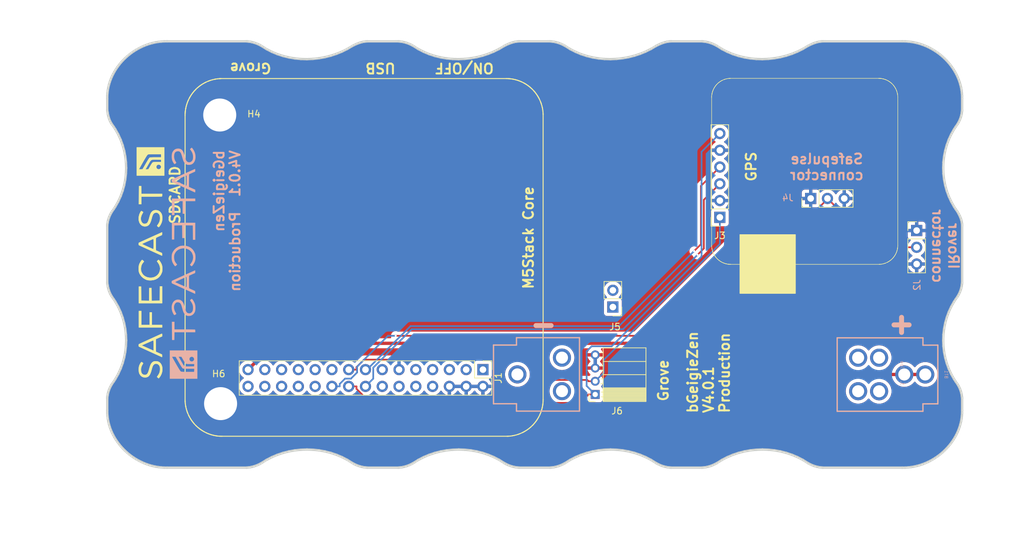
<source format=kicad_pcb>
(kicad_pcb (version 20240225) (generator "pcbnew") (generator_version "8.99")
  (title_block (title "bGeigieZen Production V4.0.1") (date "2024-03-11") (rev "V4.0.1"))
  (layers (0 "F.Cu" signal) (31 "B.Cu" signal) (34 "B.Paste" user) (35 "F.Paste" user) (36 "B.SilkS" user "B.Silkscreen") (37 "F.SilkS" user "F.Silkscreen") (38 "B.Mask" user) (39 "F.Mask" user) (44 "Edge.Cuts" user))
  (net 0 "")
  (net 2 "/RX2")
  (net 3 "/TX2")
  (net 4 "3.3V")
  (net 5 "5V")
  (net 8 "/GIO13")
  (net 9 "/GIO5")
  (net 17 "/GIO2 on Core and GIO32 on Core-2")
  (net 23 "/SDA")
  (net 24 "/SCL")
  (net 26 "/BAT")
  (footprint "bGeigieZen:LOGO" (layer "F.Cu") (at 91.1076 100.23 90)
    (property "Reference" "G front" (hide yes))
    (property "Value" "LOGO" (hide yes))
  )
  (footprint "Connector_PinHeader_2.54mm:PinHeader_2x15_P2.54mm_Vertical" (layer "F.Cu") (at 141.4526 116.407 -90)
    (property "Reference" "J1")
    (property "Value" "M5 2x15 pin")
  )
  (footprint "Connector_PinSocket_2.54mm:PinSocket_1x06_P2.54mm_Vertical" (layer "F.Cu") (at 177.317 93.3297 180)
    (property "Reference" "J3")
    (property "Value" "GPS")
  )
  (footprint "MountingHole:MountingHole_3.2mm_M3" (layer "F.Cu") (at 101.608 77.83)
    (property "Reference" "H4")
    (property "Value" "MountingHole_Pad")
  )
  (footprint "Connector_PinHeader_2.54mm:PinHeader_1x02_P2.54mm_Vertical" (layer "F.Cu") (at 161.1216 106.925 180)
    (property "Reference" "J5")
    (property "Value" "Extra support header")
  )
  (footprint "Connector_PinHeader_2.54mm:PinHeader_1x03_P2.54mm_Vertical" (layer "F.Cu") (at 191.0676 90.47 90)
    (property "Reference" "J4")
    (property "Value" "Geiger Safepulse")
  )
  (footprint "Connector_PinHeader_2.54mm:PinHeader_1x03_P2.54mm_Vertical" (layer "F.Cu") (at 207.108 95.33)
    (property "Reference" "J2")
    (property "Value" "Geiger IRover")
  )
  (footprint "bGeigieZen:LOGO" (layer "F.Cu") (at 91.1076 100.23 90)
    (property "Reference" "G***" (hide yes))
    (property "Value" "LOGO" (hide yes))
  )
  (footprint "MountingHole:MountingHole_3.2mm_M3" (layer "F.Cu") (at 101.7376 121.56)
    (property "Reference" "H6")
    (property "Value" "MountingHole_Pad")
  )
  (footprint "Connector_PinSocket_2.00mm:PinSocket_1x04_P2.00mm_Horizontal" (layer "F.Cu") (at 158.4476 120.169 180)
    (property "Reference" "J6")
    (property "Value" "Grove")
  )
  (footprint "Library:BATTERY_18650-HOLDER" (layer "B.Cu") (at 177.2976 117.14 180)
    (property "Reference" "BT1")
    (property "Value" " 3.7 V Lipo")
  )
  (footprint "bGeigieZen:LOGO" (layer "B.Cu") (at 96.1136 100.278 -90)
    (property "Reference" "G back" (hide yes))
    (property "Value" "LOGO" (hide yes))
  )
  (gr_line (start 201.805666 72.306552) (end 201.805666 72.306552) (stroke (width 0.078091)) (layer "F.SilkS"))
  (gr_line (start 177.528039 72.655221) (end 177.528039 72.655221) (stroke (width 0.078091)) (layer "F.SilkS"))
  (gr_line (start 204.25118 97.735113) (end 204.25118 97.735113) (stroke (width 0.078091)) (layer "F.SilkS"))
  (gr_line (start 203.645859 73.388066) (end 203.603885 73.334801) (stroke (width 0.078091)) (layer "F.SilkS"))
  (gr_line (start 145.85228 72.369967) (end 145.85228 72.369967) (stroke (width 0.150176)) (layer "F.SilkS"))
  (gr_line (start 146.619019 72.54381) (end 146.619019 72.54381) (stroke (width 0.150176)) (layer "F.SilkS"))
  (gr_line (start 203.140609 99.846486) (end 203.193882 99.80452) (stroke (width 0.078091)) (layer "F.SilkS"))
  (gr_line (start 97.270951 74.825427) (end 97.270951 74.825427) (stroke (width 0.150176)) (layer "F.SilkS"))
  (gr_line (start 96.755661 122.993884) (end 96.913956 123.357089) (stroke (width 0.150176)) (layer "F.SilkS"))
  (gr_line (start 176.906571 99.597904) (end 176.906571 99.597904) (stroke (width 0.078091)) (layer "F.SilkS"))
  (gr_line (start 177.897694 72.476051) (end 177.70882 72.558372) (stroke (width 0.078091)) (layer "F.SilkS"))
  (gr_line (start 101.337509 126.473742) (end 101.467881 126.486163) (stroke (width 0.150176)) (layer "F.SilkS"))
  (gr_line (start 202.678952 100.140271) (end 202.678952 100.140271) (stroke (width 0.078091)) (layer "F.SilkS"))
  (gr_line (start 147.590653 72.944247) (end 147.354721 72.826296) (stroke (width 0.150176)) (layer "F.SilkS"))
  (gr_line (start 150.545883 121.401415) (end 150.545883 121.401415) (stroke (width 0.150176)) (layer "F.SilkS"))
  (gr_line (start 148.720597 125.079943) (end 148.913056 124.89989) (stroke (width 0.150176)) (layer "F.SilkS"))
  (gr_line (start 176.562751 99.174975) (end 176.601487 99.231477) (stroke (width 0.078091)) (layer "F.SilkS"))
  (gr_line (start 177.030858 73.01357) (end 177.030858 73.01357) (stroke (width 0.078091)) (layer "F.SilkS"))
  (gr_line (start 147.705506 73.00635) (end 147.590653 72.944247) (stroke (width 0.150176)) (layer "F.SilkS"))
  (gr_line (start 150.21994 75.93674) (end 150.21994 75.93674) (stroke (width 0.150176)) (layer "F.SilkS"))
  (gr_line (start 145.591522 72.335818) (end 145.461136 72.323397) (stroke (width 0.150176)) (layer "F.SilkS"))
  (gr_line (start 202.270552 72.417938) (end 202.20437 72.396951) (stroke (width 0.078091)) (layer "F.SilkS"))
  (gr_line (start 98.667862 125.449343) (end 98.667862 125.449343) (stroke (width 0.150176)) (layer "F.SilkS"))
  (gr_line (start 177.865417 100.24035) (end 177.929972 100.264566) (stroke (width 0.078091)) (layer "F.SilkS"))
  (gr_line (start 97.066086 75.16379) (end 97.003983 75.278643) (stroke (width 0.150176)) (layer "F.SilkS"))
  (gr_line (start 145.461136 72.323397) (end 145.461136 72.323397) (stroke (width 0.150176)) (layer "F.SilkS"))
  (gr_line (start 96.535263 76.501711) (end 96.504196 76.628985) (stroke (width 0.150176)) (layer "F.SilkS"))
  (gr_line (start 177.005024 99.691524) (end 177.005024 99.691524) (stroke (width 0.078091)) (layer "F.SilkS"))
  (gr_line (start 177.498982 100.05795) (end 177.498982 100.05795) (stroke (width 0.078091)) (layer "F.SilkS"))
  (gr_line (start 149.471817 74.555361) (end 149.471817 74.555361) (stroke (width 0.150176)) (layer "F.SilkS"))
  (gr_line (start 177.618429 100.124132) (end 177.618429 100.124132) (stroke (width 0.078091)) (layer "F.SilkS"))
  (gr_line (start 204.110746 98.471187) (end 204.110746 98.471187) (stroke (width 0.078091)) (layer "F.SilkS"))
  (gr_line (start 202.007442 72.345297) (end 202.007442 72.345297) (stroke (width 0.078091)) (layer "F.SilkS"))
  (gr_line (start 178.759674 72.279115) (end 178.624088 72.292032) (stroke (width 0.078091)) (layer "F.SilkS"))
  (gr_line (start 148.670929 73.68616) (end 148.571595 73.602358) (stroke (width 0.150176)) (layer "F.SilkS"))
  (gr_line (start 150.558304 77.603716) (end 150.552094 77.47333) (stroke (width 0.150176)) (layer "F.SilkS"))
  (gr_line (start 204.254409 97.665701) (end 204.256028 97.564004) (stroke (width 0.078091)) (layer "F.SilkS"))
  (gr_line (start 149.956085 75.337618) (end 149.956085 75.337618) (stroke (width 0.150176)) (layer "F.SilkS"))
  (gr_line (start 101.731736 126.501681) (end 101.731736 126.501681) (stroke (width 0.150176)) (layer "F.SilkS"))
  (gr_line (start 176.072029 97.631796) (end 176.075251 97.701208) (stroke (width 0.078091)) (layer "F.SilkS"))
  (gr_line (start 178.354503 72.337227) (end 178.354503 72.337227) (stroke (width 0.078091)) (layer "F.SilkS"))
  (gr_line (start 98.615097 73.397463) (end 98.615097 73.397463) (stroke (width 0.150176)) (layer "F.SilkS"))
  (gr_line (start 177.326263 99.948183) (end 177.382757 99.985309) (stroke (width 0.078091)) (layer "F.SilkS"))
  (gr_line (start 203.98484 98.78757) (end 203.98484 98.78757) (stroke (width 0.078091)) (layer "F.SilkS"))
  (gr_line (start 176.883974 73.157241) (end 176.83716 73.205666) (stroke (width 0.078091)) (layer "F.SilkS"))
  (gr_line (start 203.444083 99.572077) (end 203.444083 99.572077) (stroke (width 0.078091)) (layer "F.SilkS"))
  (gr_line (start 99.338364 125.865313) (end 99.574295 125.983279) (stroke (width 0.150176)) (layer "F.SilkS"))
  (gr_line (start 96.373825 77.538531) (end 96.3676 77.672) (stroke (width 0.150176)) (layer "F.SilkS"))
  (gr_line (start 176.812943 99.497817) (end 176.906571 99.597904) (stroke (width 0.078091)) (layer "F.SilkS"))
  (gr_line (start 177.411813 72.724633) (end 177.3537 72.763377) (stroke (width 0.078091)) (layer "F.SilkS"))
  (gr_line (start 148.099747 125.561099) (end 148.099747 125.561099) (stroke (width 0.150176)) (layer "F.SilkS"))
  (gr_line (start 201.839562 100.417918) (end 201.839562 100.417918) (stroke (width 0.078091)) (layer "F.SilkS"))
  (gr_line (start 100.058548 126.181948) (end 100.058548 126.181948) (stroke (width 0.150176)) (layer "F.SilkS"))
  (gr_line (start 176.436845 73.75934) (end 176.404551 73.819064) (stroke (width 0.078091)) (layer "F.SilkS"))
  (gr_line (start 176.168878 98.306536) (end 176.168878 98.306536) (stroke (width 0.078091)) (layer "F.SilkS"))
  (gr_line (start 201.873459 72.317851) (end 201.873459 72.317851) (stroke (width 0.078091)) (layer "F.SilkS"))
  (gr_line (start 101.011551 72.379275) (end 101.011551 72.379275) (stroke (width 0.150176)) (layer "F.SilkS"))
  (gr_line (start 203.560301 73.283147) (end 203.560301 73.283147) (stroke (width 0.078091)) (layer "F.SilkS"))
  (gr_line (start 98.996903 125.669741) (end 99.108658 125.73804) (stroke (width 0.150176)) (layer "F.SilkS"))
  (gr_line (start 177.030858 73.01357) (end 176.930788 73.107198) (stroke (width 0.078091)) (layer "F.SilkS"))
  (gr_line (start 201.568374 100.450203) (end 201.568374 100.450203) (stroke (width 0.078091)) (layer "F.SilkS"))
  (gr_line (start 177.618429 100.124132) (end 177.741114 100.185474) (stroke (width 0.078091)) (layer "F.SilkS"))
  (gr_line (start 147.416809 125.95534) (end 147.531678 125.89635) (stroke (width 0.150176)) (layer "F.SilkS"))
  (gr_line (start 145.591522 72.335818) (end 145.591522 72.335818) (stroke (width 0.150176)) (layer "F.SilkS"))
  (gr_line (start 203.444083 99.572077) (end 203.490897 99.523644) (stroke (width 0.078091)) (layer "F.SilkS"))
  (gr_line (start 203.98484 98.78757) (end 204.012278 98.726228) (stroke (width 0.078091)) (layer "F.SilkS"))
  (gr_line (start 98.065628 124.943347) (end 98.065628 124.943347) (stroke (width 0.150176)) (layer "F.SilkS"))
  (gr_line (start 177.802448 100.212912) (end 177.865417 100.24035) (stroke (width 0.078091)) (layer "F.SilkS"))
  (gr_line (start 148.20839 125.48659) (end 148.313935 125.412097) (stroke (width 0.150176)) (layer "F.SilkS"))
  (gr_line (start 100.561447 126.334048) (end 100.561447 126.334048) (stroke (width 0.150176)) (layer "F.SilkS"))
  (gr_line (start 148.621262 125.166857) (end 148.720597 125.079943) (stroke (width 0.150176)) (layer "F.SilkS"))
  (gr_line (start 178.624088 72.292032) (end 178.624088 72.292032) (stroke (width 0.078091)) (layer "F.SilkS"))
  (gr_line (start 176.123683 98.10799) (end 176.123683 98.10799) (stroke (width 0.078091)) (layer "F.SilkS"))
  (gr_line (start 202.462648 72.48896) (end 202.398076 72.464752) (stroke (width 0.078091)) (layer "F.SilkS"))
  (gr_line (start 150.043 123.295001) (end 150.043 123.295001) (stroke (width 0.150176)) (layer "F.SilkS"))
  (gr_line (start 178.657985 100.440515) (end 178.725778 100.446974) (stroke (width 0.078091)) (layer "F.SilkS"))
  (gr_line (start 203.397269 99.622112) (end 203.397269 99.622112) (stroke (width 0.078091)) (layer "F.SilkS"))
  (gr_line (start 176.767748 99.446163) (end 176.812943 99.497817) (stroke (width 0.078091)) (layer "F.SilkS"))
  (gr_line (start 176.454587 99.000645) (end 176.488483 99.058758) (stroke (width 0.078091)) (layer "F.SilkS"))
  (gr_line (start 176.640224 99.286361) (end 176.682198 99.341244) (stroke (width 0.078091)) (layer "F.SilkS"))
  (gr_line (start 149.58667 124.092791) (end 149.58667 124.092791) (stroke (width 0.150176)) (layer "F.SilkS"))
  (gr_line (start 178.896879 72.272656) (end 178.896879 72.272656) (stroke (width 0.078091)) (layer "F.SilkS"))
  (gr_line (start 149.862946 123.645785) (end 149.925034 123.530917) (stroke (width 0.150176)) (layer "F.SilkS"))
  (gr_line (start 202.367409 100.277484) (end 202.430362 100.253267) (stroke (width 0.078091)) (layer "F.SilkS"))
  (gr_line (start 96.709091 122.87282) (end 96.709091 122.87282) (stroke (width 0.150176)) (layer "F.SilkS"))
  (gr_line (start 96.3676 77.672) (end 96.3676 77.672) (stroke (width 0.150176)) (layer "F.SilkS"))
  (gr_line (start 148.770264 73.776187) (end 148.770264 73.776187) (stroke (width 0.150176)) (layer "F.SilkS"))
  (gr_line (start 178.320607 100.384021) (end 178.3884 100.398541) (stroke (width 0.078091)) (layer "F.SilkS"))
  (gr_line (start 149.620819 74.769549) (end 149.620819 74.769549) (stroke (width 0.150176)) (layer "F.SilkS"))
  (gr_line (start 176.22861 98.503473) (end 176.22861 98.503473) (stroke (width 0.078091)) (layer "F.SilkS"))
  (gr_line (start 176.081709 74.926405) (end 176.076869 74.994206) (stroke (width 0.078091)) (layer "F.SilkS"))
  (gr_line (start 100.309983 126.26575) (end 100.434189 126.299899) (stroke (width 0.150176)) (layer "F.SilkS"))
  (gr_line (start 150.561402 121.13756) (end 150.561402 121.13756) (stroke (width 0.150176)) (layer "F.SilkS"))
  (gr_line (start 178.222155 72.369505) (end 178.222155 72.369505) (stroke (width 0.078091)) (layer "F.SilkS"))
  (gr_line (start 148.571595 73.602358) (end 148.469147 73.518542) (stroke (width 0.150176)) (layer "F.SilkS"))
  (gr_line (start 96.376938 121.33623) (end 96.401779 121.596987) (stroke (width 0.150176)) (layer "F.SilkS"))
  (gr_line (start 203.603885 73.334801) (end 203.603885 73.334801) (stroke (width 0.078091)) (layer "F.SilkS"))
  (gr_line (start 203.001786 72.781135) (end 203.001786 72.781135) (stroke (width 0.078091)) (layer "F.SilkS"))
  (gr_line (start 204.254409 97.665701) (end 204.254409 97.665701) (stroke (width 0.078091)) (layer "F.SilkS"))
  (gr_line (start 204.088148 98.53575) (end 204.110746 98.471187) (stroke (width 0.078091)) (layer "F.SilkS"))
  (gr_line (start 177.134167 72.924798) (end 177.082528 72.968375) (stroke (width 0.078091)) (layer "F.SilkS"))
  (gr_line (start 203.707193 99.258915) (end 203.707193 99.258915) (stroke (width 0.078091)) (layer "F.SilkS"))
  (gr_line (start 98.357437 125.207217) (end 98.459885 125.291033) (stroke (width 0.150176)) (layer "F.SilkS"))
  (gr_line (start 147.416809 125.95534) (end 147.416809 125.95534) (stroke (width 0.150176)) (layer "F.SilkS"))
  (gr_line (start 96.972946 123.471942) (end 96.972946 123.471942) (stroke (width 0.150176)) (layer "F.SilkS"))
  (gr_line (start 148.313935 125.412097) (end 148.313935 125.412097) (stroke (width 0.150176)) (layer "F.SilkS"))
  (gr_line (start 149.509064 124.201434) (end 149.58667 124.092791) (stroke (width 0.150176)) (layer "F.SilkS"))
  (gr_line (start 98.307785 73.642703) (end 98.20842 73.729617) (stroke (width 0.150176)) (layer "F.SilkS"))
  (gr_line (start 204.052633 74.098321) (end 203.970312 73.909463) (stroke (width 0.078091)) (layer "F.SilkS"))
  (gr_line (start 203.271363 72.990973) (end 203.219709 72.947396) (stroke (width 0.078091)) (layer "F.SilkS"))
  (gr_line (start 146.991532 72.674197) (end 146.870468 72.627627) (stroke (width 0.150176)) (layer "F.SilkS"))
  (gr_line (start 149.862946 123.645785) (end 149.862946 123.645785) (stroke (width 0.150176)) (layer "F.SilkS"))
  (gr_line (start 204.217283 74.689121) (end 204.204373 74.62132) (stroke (width 0.078091)) (layer "F.SilkS"))
  (gr_line (start 146.494858 72.509661) (end 146.494858 72.509661) (stroke (width 0.150176)) (layer "F.SilkS"))
  (gr_line (start 150.499329 121.792544) (end 150.499329 121.792544) (stroke (width 0.150176)) (layer "F.SilkS"))
  (gr_line (start 204.167248 98.274251) (end 204.183387 98.208068) (stroke (width 0.078091)) (layer "F.SilkS"))
  (gr_line (start 99.875412 72.695925) (end 99.875412 72.695925) (stroke (width 0.150176)) (layer "F.SilkS"))
  (gr_line (start 176.601487 99.231477) (end 176.601487 99.231477) (stroke (width 0.078091)) (layer "F.SilkS"))
  (gr_line (start 101.663437 72.310992) (end 101.533066 72.317202) (stroke (width 0.150176)) (layer "F.SilkS"))
  (gr_line (start 96.463852 121.988116) (end 96.488694 122.115389) (stroke (width 0.150176)) (layer "F.SilkS"))
  (gr_line (start 203.166436 72.903811) (end 203.113172 72.861845) (stroke (width 0.078091)) (layer "F.SilkS"))
  (gr_line (start 177.082528 72.968375) (end 177.030858 73.01357) (stroke (width 0.078091)) (layer "F.SilkS"))
  (gr_line (start 203.371442 73.0846) (end 203.323017 73.037786) (stroke (width 0.078091)) (layer "F.SilkS"))
  (gr_line (start 176.388412 98.879579) (end 176.42069 98.940921) (stroke (width 0.078091)) (layer "F.SilkS"))
  (gr_line (start 98.720627 73.32297) (end 98.720627 73.32297) (stroke (width 0.150176)) (layer "F.SilkS"))
  (gr_line (start 148.521927 125.250674) (end 148.521927 125.250674) (stroke (width 0.150176)) (layer "F.SilkS"))
  (gr_line (start 98.996903 125.669741) (end 98.996903 125.669741) (stroke (width 0.150176)) (layer "F.SilkS"))
  (gr_line (start 99.81334 126.088809) (end 99.81334 126.088809) (stroke (width 0.150176)) (layer "F.SilkS"))
  (gr_line (start 176.09623 74.790819) (end 176.09623 74.790819) (stroke (width 0.078091)) (layer "F.SilkS"))
  (gr_line (start 100.688706 126.3651) (end 100.688706 126.3651) (stroke (width 0.150176)) (layer "F.SilkS"))
  (gr_line (start 150.555191 121.271044) (end 150.561402 121.13756) (stroke (width 0.150176)) (layer "F.SilkS"))
  (gr_line (start 145.461136 72.323397) (end 145.330765 72.314089) (stroke (width 0.150176)) (layer "F.SilkS"))
  (gr_line (start 203.857315 99.029701) (end 203.857315 99.029701) (stroke (width 0.078091)) (layer "F.SilkS"))
  (gr_line (start 202.335124 72.440536) (end 202.270552 72.417938) (stroke (width 0.078091)) (layer "F.SilkS"))
  (gr_line (start 101.927292 126.504778) (end 145.132096 126.504778) (stroke (width 0.150176)) (layer "F.SilkS"))
  (gr_line (start 202.238274 100.32106) (end 202.238274 100.32106) (stroke (width 0.078091)) (layer "F.SilkS"))
  (gr_line (start 204.249569 74.960301) (end 204.249569 74.960301) (stroke (width 0.078091)) (layer "F.SilkS"))
  (gr_line (start 97.618637 124.462191) (end 97.618637 124.462191) (stroke (width 0.150176)) (layer "F.SilkS"))
  (gr_line (start 146.429673 126.31853) (end 146.429673 126.31853) (stroke (width 0.150176)) (layer "F.SilkS"))
  (gr_line (start 145.132096 126.504778) (end 145.265579 126.498568) (stroke (width 0.150176)) (layer "F.SilkS"))
  (gr_line (start 178.624088 72.292032) (end 178.488487 72.311392) (stroke (width 0.078091)) (layer "F.SilkS"))
  (gr_line (start 202.462648 72.48896) (end 202.462648 72.48896) (stroke (width 0.078091)) (layer "F.SilkS"))
  (gr_line (start 203.804051 73.61244) (end 203.765306 73.554335) (stroke (width 0.078091)) (layer "F.SilkS"))
  (gr_line (start 149.183121 124.611193) (end 149.183121 124.611193) (stroke (width 0.150176)) (layer "F.SilkS"))
  (gr_line (start 203.397269 99.622112) (end 203.444083 99.572077) (stroke (width 0.078091)) (layer "F.SilkS"))
  (gr_line (start 145.265579 126.498568) (end 145.265579 126.498568) (stroke (width 0.150176)) (layer "F.SilkS"))
  (gr_line (start 96.488694 122.115389) (end 96.488694 122.115389) (stroke (width 0.150176)) (layer "F.SilkS"))
  (gr_line (start 149.350754 124.409426) (end 149.431458 124.306979) (stroke (width 0.150176)) (layer "F.SilkS"))
  (gr_line (start 97.342331 74.716769) (end 97.342331 74.716769) (stroke (width 0.150176)) (layer "F.SilkS"))
  (gr_line (start 176.523998 99.11687) (end 176.523998 99.11687) (stroke (width 0.078091)) (layer "F.SilkS"))
  (gr_line (start 201.602271 72.282336) (end 201.534478 72.277496) (stroke (width 0.078091)) (layer "F.SilkS"))
  (gr_line (start 177.865417 100.24035) (end 177.865417 100.24035) (stroke (width 0.078091)) (layer "F.SilkS"))
  (gr_line (start 98.459885 125.291033) (end 98.562302 125.371737) (stroke (width 0.150176)) (layer "F.SilkS"))
  (gr_line (start 201.873459 72.317851) (end 201.805666 72.306552) (stroke (width 0.078091)) (layer "F.SilkS"))
  (gr_line (start 202.367409 100.277484) (end 202.367409 100.277484) (stroke (width 0.078091)) (layer "F.SilkS"))
  (gr_line (start 150.148545 123.055972) (end 150.148545 123.055972) (stroke (width 0.150176)) (layer "F.SilkS"))
  (gr_line (start 177.187439 72.882824) (end 177.187439 72.882824) (stroke (width 0.078091)) (layer "F.SilkS"))
  (gr_line (start 178.057497 100.31138) (end 178.123671 100.332359) (stroke (width 0.078091)) (layer "F.SilkS"))
  (gr_line (start 203.970312 73.909463) (end 203.970312 73.909463) (stroke (width 0.078091)) (layer "F.SilkS"))
  (gr_line (start 202.916236 100.004677) (end 202.916236 100.004677) (stroke (width 0.078091)) (layer "F.SilkS"))
  (gr_line (start 176.661203 73.415512) (end 176.661203 73.415512) (stroke (width 0.078091)) (layer "F.SilkS"))
  (gr_line (start 204.15917 74.422782) (end 204.15917 74.422782) (stroke (width 0.078091)) (layer "F.SilkS"))
  (gr_line (start 204.131733 98.405005) (end 204.131733 98.405005) (stroke (width 0.078091)) (layer "F.SilkS"))
  (gr_line (start 98.667862 125.449343) (end 98.776505 125.526949) (stroke (width 0.150176)) (layer "F.SilkS"))
  (gr_line (start 176.22861 98.503473) (end 176.251208 98.568036) (stroke (width 0.078091)) (layer "F.SilkS"))
  (gr_line (start 176.790346 73.25732) (end 176.790346 73.25732) (stroke (width 0.078091)) (layer "F.SilkS"))
  (gr_line (start 176.956607 99.64471) (end 176.956607 99.64471) (stroke (width 0.078091)) (layer "F.SilkS"))
  (gr_line (start 101.076737 126.439593) (end 101.076737 126.439593) (stroke (width 0.150176)) (layer "F.SilkS"))
  (gr_line (start 201.602271 72.282336) (end 201.602271 72.282336) (stroke (width 0.078091)) (layer "F.SilkS"))
  (gr_line (start 148.959626 73.95624) (end 148.863388 73.866213) (stroke (width 0.150176)) (layer "F.SilkS"))
  (gr_line (start 203.707193 99.258915) (end 203.747549 99.202421) (stroke (width 0.078091)) (layer "F.SilkS"))
  (gr_line (start 98.357437 125.207217) (end 98.357437 125.207217) (stroke (width 0.150176)) (layer "F.SilkS"))
  (gr_line (start 100.561447 126.334048) (end 100.688706 126.3651) (stroke (width 0.150176)) (layer "F.SilkS"))
  (gr_line (start 100.120652 72.605898) (end 100.120652 72.605898) (stroke (width 0.150176)) (layer "F.SilkS"))
  (gr_line (start 96.643906 76.122988) (end 96.643906 76.122988) (stroke (width 0.150176)) (layer "F.SilkS"))
  (gr_line (start 178.188258 100.350117) (end 178.254433 100.367874) (stroke (width 0.078091)) (layer "F.SilkS"))
  (gr_line (start 96.395554 77.277773) (end 96.395554 77.277773) (stroke (width 0.150176)) (layer "F.SilkS"))
  (gr_line (start 149.828812 75.1048) (end 149.763611 74.993044) (stroke (width 0.150176)) (layer "F.SilkS"))
  (gr_line (start 147.531678 125.89635) (end 147.649628 125.834261) (stroke (width 0.150176)) (layer "F.SilkS"))
  (gr_line (start 150.095764 123.177035) (end 150.148545 123.055972) (stroke (width 0.150176)) (layer "F.SilkS"))
  (gr_line (start 202.398076 72.464752) (end 202.335124 72.440536) (stroke (width 0.078091)) (layer "F.SilkS"))
  (gr_line (start 203.624872 99.367071) (end 203.624872 99.367071) (stroke (width 0.078091)) (layer "F.SilkS"))
  (gr_line (start 177.649104 72.589039) (end 177.649104 72.589039) (stroke (width 0.078091)) (layer "F.SilkS"))
  (gr_line (start 176.703177 73.362247) (end 176.703177 73.362247) (stroke (width 0.078091)) (layer "F.SilkS"))
  (gr_line (start 150.325486 122.559298) (end 150.325486 122.559298) (stroke (width 0.150176)) (layer "F.SilkS"))
  (gr_line (start 149.266938 124.511859) (end 149.350754 124.409426) (stroke (width 0.150176)) (layer "F.SilkS"))
  (gr_line (start 201.973545 100.392091) (end 202.10591 100.359805) (stroke (width 0.078091)) (layer "F.SilkS"))
  (gr_line (start 148.26117 73.360232) (end 148.26117 73.360232) (stroke (width 0.150176)) (layer "F.SilkS"))
  (gr_line (start 203.907359 73.788397) (end 203.873462 73.728665) (stroke (width 0.078091)) (layer "F.SilkS"))
  (gr_line (start 176.404551 73.819064) (end 176.404551 73.819064) (stroke (width 0.078091)) (layer "F.SilkS"))
  (gr_line (start 148.41948 125.331378) (end 148.41948 125.331378) (stroke (width 0.150176)) (layer "F.SilkS"))
  (gr_line (start 150.303757 76.185092) (end 150.263397 76.060916) (stroke (width 0.150176)) (layer "F.SilkS"))
  (gr_line (start 96.370713 121.205844) (end 96.376938 121.33623) (stroke (width 0.150176)) (layer "F.SilkS"))
  (gr_line (start 97.578263 74.400149) (end 97.578263 74.400149) (stroke (width 0.150176)) (layer "F.SilkS"))
  (gr_line (start 204.183387 98.208068) (end 204.197915 98.140275) (stroke (width 0.078091)) (layer "F.SilkS"))
  (gr_line (start 178.725778 100.446974) (end 178.793571 100.451814) (stroke (width 0.078091)) (layer "F.SilkS"))
  (gr_line (start 150.452759 122.050204) (end 150.477585 121.92293) (stroke (width 0.150176)) (layer "F.SilkS"))
  (gr_line (start 177.269768 99.907828) (end 177.269768 99.907828) (stroke (width 0.078091)) (layer "F.SilkS"))
  (gr_line (start 146.80838 126.203677) (end 146.932556 126.16022) (stroke (width 0.150176)) (layer "F.SilkS"))
  (gr_line (start 146.619019 72.54381) (end 146.494858 72.509661) (stroke (width 0.150176)) (layer "F.SilkS"))
  (gr_line (start 150.241669 122.810732) (end 150.241669 122.810732) (stroke (width 0.150176)) (layer "F.SilkS"))
  (gr_line (start 149.58667 124.092791) (end 149.658066 123.984149) (stroke (width 0.150176)) (layer "F.SilkS"))
  (gr_line (start 98.258103 125.1234) (end 98.357437 125.207217) (stroke (width 0.150176)) (layer "F.SilkS"))
  (gr_line (start 177.297206 72.802114) (end 177.242331 72.84085) (stroke (width 0.078091)) (layer "F.SilkS"))
  (gr_line (start 100.819077 126.393023) (end 100.819077 126.393023) (stroke (width 0.150176)) (layer "F.SilkS"))
  (gr_line (start 201.805666 72.306552) (end 201.737865 72.296872) (stroke (width 0.078091)) (layer "F.SilkS"))
  (gr_line (start 204.210824 98.074093) (end 204.210824 98.074093) (stroke (width 0.078091)) (layer "F.SilkS"))
  (gr_line (start 97.969406 124.853335) (end 97.969406 124.853335) (stroke (width 0.150176)) (layer "F.SilkS"))
  (gr_line (start 99.338364 125.865313) (end 99.338364 125.865313) (stroke (width 0.150176)) (layer "F.SilkS"))
  (gr_line (start 203.193882 99.80452) (end 203.193882 99.80452) (stroke (width 0.078091)) (layer "F.SilkS"))
  (gr_line (start 178.827467 72.275885) (end 178.759674 72.279115) (stroke (width 0.078091)) (layer "F.SilkS"))
  (gr_line (start 176.110766 98.040197) (end 176.123683 98.10799) (stroke (width 0.078091)) (layer "F.SilkS"))
  (gr_line (start 178.089774 72.40825) (end 178.025219 72.429237) (stroke (width 0.078091)) (layer "F.SilkS"))
  (gr_line (start 100.88118 72.404116) (end 100.88118 72.404116) (stroke (width 0.150176)) (layer "F.SilkS"))
  (gr_line (start 97.925949 74.005908) (end 97.835923 74.099032) (stroke (width 0.150176)) (layer "F.SilkS"))
  (gr_line (start 178.222155 72.369505) (end 178.089774 72.40825) (stroke (width 0.078091)) (layer "F.SilkS"))
  (gr_line (start 201.534478 72.277496) (end 201.465066 72.274275) (stroke (width 0.078091)) (layer "F.SilkS"))
  (gr_line (start 145.656708 126.467532) (end 145.656708 126.467532) (stroke (width 0.150176)) (layer "F.SilkS"))
  (gr_line (start 203.923498 98.910246) (end 203.923498 98.910246) (stroke (width 0.078091)) (layer "F.SilkS"))
  (gr_line (start 100.182724 126.225405) (end 100.182724 126.225405) (stroke (width 0.150176)) (layer "F.SilkS"))
  (gr_line (start 97.131272 75.048922) (end 97.131272 75.048922) (stroke (width 0.150176)) (layer "F.SilkS"))
  (gr_line (start 97.835923 74.099032) (end 97.745896 74.198367) (stroke (width 0.150176)) (layer "F.SilkS"))
  (gr_line (start 177.897694 72.476051) (end 177.897694 72.476051) (stroke (width 0.078091)) (layer "F.SilkS"))
  (gr_line (start 149.310395 74.347369) (end 149.226578 74.248034) (stroke (width 0.150176)) (layer "F.SilkS"))
  (gr_line (start 178.420694 72.32431) (end 178.354503 72.337227) (stroke (width 0.078091)) (layer "F.SilkS"))
  (gr_line (start 98.307785 73.642703) (end 98.307785 73.642703) (stroke (width 0.150176)) (layer "F.SilkS"))
  (gr_line (start 148.621262 125.166857) (end 148.621262 125.166857) (stroke (width 0.150176)) (layer "F.SilkS"))
  (gr_line (start 98.562302 125.371737) (end 98.562302 125.371737) (stroke (width 0.150176)) (layer "F.SilkS"))
  (gr_line (start 96.972946 123.471942) (end 97.035019 123.589907) (stroke (width 0.150176)) (layer "F.SilkS"))
  (gr_line (start 150.533463 121.531787) (end 150.533463 121.531787) (stroke (width 0.150176)) (layer "F.SilkS"))
  (gr_line (start 99.223496 125.803225) (end 99.223496 125.803225) (stroke (width 0.150176)) (layer "F.SilkS"))
  (gr_line (start 204.012278 98.726228) (end 204.039723 98.663275) (stroke (width 0.078091)) (layer "F.SilkS"))
  (gr_line (start 149.471817 74.555361) (end 149.391114 74.449801) (stroke (width 0.150176)) (layer "F.SilkS"))
  (gr_line (start 149.956085 75.337618) (end 149.893997 75.219668) (stroke (width 0.150176)) (layer "F.SilkS"))
  (gr_line (start 96.709091 122.87282) (end 96.755661 122.993884) (stroke (width 0.150176)) (layer "F.SilkS"))
  (gr_line (start 178.123671 100.332359) (end 178.123671 100.332359) (stroke (width 0.078091)) (layer "F.SilkS"))
  (gr_line (start 100.244797 72.565539) (end 100.120652 72.605898) (stroke (width 0.150176)) (layer "F.SilkS"))
  (gr_line (start 150.564514 77.7372) (end 150.558304 77.603716) (stroke (width 0.150176)) (layer "F.SilkS"))
  (gr_line (start 99.05278 73.105685) (end 99.05278 73.105685) (stroke (width 0.150176)) (layer "F.SilkS"))
  (gr_line (start 176.117224 74.655217) (end 176.105926 74.723018) (stroke (width 0.078091)) (layer "F.SilkS"))
  (gr_line (start 201.939641 72.330769) (end 201.939641 72.330769) (stroke (width 0.078091)) (layer "F.SilkS"))
  (gr_line (start 176.682198 99.341244) (end 176.724171 99.394509) (stroke (width 0.078091)) (layer "F.SilkS"))
  (gr_line (start 150.499329 121.792544) (end 150.517945 121.662173) (stroke (width 0.150176)) (layer "F.SilkS"))
  (gr_line (start 96.3676 77.672) (end 96.364517 77.867587) (stroke (width 0.150176)) (layer "F.SilkS"))
  (gr_line (start 204.246339 97.802906) (end 204.246339 97.802906) (stroke (width 0.078091)) (layer "F.SilkS"))
  (gr_line (start 203.624872 99.367071) (end 203.666838 99.313798) (stroke (width 0.078091)) (layer "F.SilkS"))
  (gr_line (start 98.509537 73.478182) (end 98.40709 73.558901) (stroke (width 0.150176)) (layer "F.SilkS"))
  (gr_line (start 146.047837 126.405444) (end 146.047837 126.405444) (stroke (width 0.150176)) (layer "F.SilkS"))
  (gr_line (start 149.431458 124.306979) (end 149.431458 124.306979) (stroke (width 0.150176)) (layer "F.SilkS"))
  (gr_line (start 149.695328 74.881289) (end 149.620819 74.769549) (stroke (width 0.150176)) (layer "F.SilkS"))
  (gr_line (start 149.828812 75.1048) (end 149.828812 75.1048) (stroke (width 0.150176)) (layer "F.SilkS"))
  (gr_line (start 202.829066 72.671368) (end 202.829066 72.671368) (stroke (width 0.078091)) (layer "F.SilkS"))
  (gr_line (start 96.550766 122.369937) (end 96.62526 122.624484) (stroke (width 0.150176)) (layer "F.SilkS"))
  (gr_line (start 148.770264 73.776187) (end 148.670929 73.68616) (stroke (width 0.150176)) (layer "F.SilkS"))
  (gr_line (start 147.987992 125.635592) (end 147.987992 125.635592) (stroke (width 0.150176)) (layer "F.SilkS"))
  (gr_line (start 96.488694 122.115389) (end 96.550766 122.369937) (stroke (width 0.150176)) (layer "F.SilkS"))
  (gr_line (start 97.382706 124.148669) (end 97.457199 124.254214) (stroke (width 0.150176)) (layer "F.SilkS"))
  (gr_line (start 204.183387 98.208068) (end 204.183387 98.208068) (stroke (width 0.078091)) (layer "F.SilkS"))
  (gr_line (start 203.970312 73.909463) (end 203.939644 73.849731) (stroke (width 0.078091)) (layer "F.SilkS"))
  (gr_line (start 203.873462 73.728665) (end 203.839558 73.670553) (stroke (width 0.078091)) (layer "F.SilkS"))
  (gr_line (start 176.506256 73.641496) (end 176.470741 73.699609) (stroke (width 0.078091)) (layer "F.SilkS"))
  (gr_line (start 96.550766 122.369937) (end 96.550766 122.369937) (stroke (width 0.150176)) (layer "F.SilkS"))
  (gr_line (start 150.527252 77.212588) (end 150.490006 76.95183) (stroke (width 0.150176)) (layer "F.SilkS"))
  (gr_line (start 204.14949 98.340433) (end 204.14949 98.340433) (stroke (width 0.078091)) (layer "F.SilkS"))
  (gr_line (start 201.703968 100.437286) (end 201.703968 100.437286) (stroke (width 0.078091)) (layer "F.SilkS"))
  (gr_line (start 96.364517 121.07236) (end 96.370713 121.205844) (stroke (width 0.150176)) (layer "F.SilkS"))
  (gr_line (start 150.452759 122.050204) (end 150.452759 122.050204) (stroke (width 0.150176)) (layer "F.SilkS"))
  (gr_line (start 150.490006 76.95183) (end 150.490006 76.95183) (stroke (width 0.150176)) (layer "F.SilkS"))
  (gr_line (start 202.238274 100.32106) (end 202.302838 100.300081) (stroke (width 0.078091)) (layer "F.SilkS"))
  (gr_line (start 203.603885 73.334801) (end 203.560301 73.283147) (stroke (width 0.078091)) (layer "F.SilkS"))
  (gr_line (start 203.747549 99.202421) (end 203.747549 99.202421) (stroke (width 0.078091)) (layer "F.SilkS"))
  (gr_line (start 177.498982 100.05795) (end 177.558698 100.091847) (stroke (width 0.078091)) (layer "F.SilkS"))
  (gr_line (start 148.043869 73.211215) (end 147.932114 73.139819) (stroke (width 0.150176)) (layer "F.SilkS"))
  (gr_line (start 176.264125 74.130607) (end 176.239909 74.19356) (stroke (width 0.078091)) (layer "F.SilkS"))
  (gr_line (start 203.515105 73.231493) (end 203.515105 73.231493) (stroke (width 0.078091)) (layer "F.SilkS"))
  (gr_line (start 177.005024 99.691524) (end 177.056693 99.738338) (stroke (width 0.078091)) (layer "F.SilkS"))
  (gr_line (start 150.46518 76.821444) (end 150.46518 76.821444) (stroke (width 0.150176)) (layer "F.SilkS"))
  (gr_line (start 176.073632 75.063609) (end 176.072029 75.165315) (stroke (width 0.078091)) (layer "F.SilkS"))
  (gr_line (start 97.308213 124.040011) (end 97.382706 124.148669) (stroke (width 0.150176)) (layer "F.SilkS"))
  (gr_line (start 203.030843 99.927196) (end 203.030843 99.927196) (stroke (width 0.078091)) (layer "F.SilkS"))
  (gr_line (start 178.793571 100.451814) (end 178.793571 100.451814) (stroke (width 0.078091)) (layer "F.SilkS"))
  (gr_line (start 99.996475 72.649355) (end 99.996475 72.649355) (stroke (width 0.150176)) (layer "F.SilkS"))
  (gr_line (start 149.431458 124.306979) (end 149.509064 124.201434) (stroke (width 0.150176)) (layer "F.SilkS"))
  (gr_line (start 149.620819 74.769549) (end 149.546326 74.660891) (stroke (width 0.150176)) (layer "F.SilkS"))
  (gr_line (start 204.110746 98.471187) (end 204.131733 98.405005) (stroke (width 0.078091)) (layer "F.SilkS"))
  (gr_line (start 203.804051 73.61244) (end 203.804051 73.61244) (stroke (width 0.078091)) (layer "F.SilkS"))
  (gr_line (start 96.364517 77.867587) (end 96.364517 77.867587) (stroke (width 0.150176)) (layer "F.SilkS"))
  (gr_line (start 178.45459 100.411459) (end 178.45459 100.411459) (stroke (width 0.078091)) (layer "F.SilkS"))
  (gr_line (start 148.152512 73.282626) (end 148.152512 73.282626) (stroke (width 0.150176)) (layer "F.SilkS"))
  (gr_line (start 177.70882 72.558372) (end 177.70882 72.558372) (stroke (width 0.078091)) (layer "F.SilkS"))
  (gr_line (start 99.937485 126.135378) (end 100.058548 126.181948) (stroke (width 0.150176)) (layer "F.SilkS"))
  (gr_line (start 149.391114 74.449801) (end 149.310395 74.347369) (stroke (width 0.150176)) (layer "F.SilkS"))
  (gr_line (start 147.932114 73.139819) (end 147.820359 73.071536) (stroke (width 0.150176)) (layer "F.SilkS"))
  (gr_line (start 176.091405 97.904603) (end 176.110766 98.040197) (stroke (width 0.078091)) (layer "F.SilkS"))
  (gr_line (start 97.19957 74.937167) (end 97.19957 74.937167) (stroke (width 0.150176)) (layer "F.SilkS"))
  (gr_line (start 96.370713 121.205844) (end 96.370713 121.205844) (stroke (width 0.150176)) (layer "F.SilkS"))
  (gr_line (start 176.088168 74.858612) (end 176.081709 74.926405) (stroke (width 0.078091)) (layer "F.SilkS"))
  (gr_line (start 96.665634 122.74866) (end 96.709091 122.87282) (stroke (width 0.150176)) (layer "F.SilkS"))
  (gr_line (start 204.099447 74.225846) (end 204.076849 74.161274) (stroke (width 0.078091)) (layer "F.SilkS"))
  (gr_line (start 204.249569 74.960301) (end 204.236651 74.824715) (stroke (width 0.078091)) (layer "F.SilkS"))
  (gr_line (start 96.62526 122.624484) (end 96.665634 122.74866) (stroke (width 0.150176)) (layer "F.SilkS"))
  (gr_line (start 100.688706 126.3651) (end 100.819077 126.393023) (stroke (width 0.150176)) (layer "F.SilkS"))
  (gr_line (start 203.939644 73.849731) (end 203.907359 73.788397) (stroke (width 0.078091)) (layer "F.SilkS"))
  (gr_line (start 146.429673 126.31853) (end 146.68422 126.244021) (stroke (width 0.150176)) (layer "F.SilkS"))
  (gr_line (start 100.819077 126.393023) (end 100.946366 126.417864) (stroke (width 0.150176)) (layer "F.SilkS"))
  (gr_line (start 176.136601 98.174172) (end 176.168878 98.306536) (stroke (width 0.078091)) (layer "F.SilkS"))
  (gr_line (start 149.925034 123.530917) (end 150.043 123.295001) (stroke (width 0.150176)) (layer "F.SilkS"))
  (gr_line (start 146.932556 126.16022) (end 147.05362 126.11365) (stroke (width 0.150176)) (layer "F.SilkS"))
  (gr_line (start 98.158737 125.033373) (end 98.158737 125.033373) (stroke (width 0.150176)) (layer "F.SilkS"))
  (gr_line (start 98.40709 73.558901) (end 98.40709 73.558901) (stroke (width 0.150176)) (layer "F.SilkS"))
  (gr_line (start 150.555191 121.271044) (end 150.555191 121.271044) (stroke (width 0.150176)) (layer "F.SilkS"))
  (gr_line (start 204.063932 98.598711) (end 204.088148 98.53575) (stroke (width 0.078091)) (layer "F.SilkS"))
  (gr_line (start 98.065628 124.943347) (end 98.158737 125.033373) (stroke (width 0.150176)) (layer "F.SilkS"))
  (gr_line (start 150.558304 77.603716) (end 150.558304 77.603716) (stroke (width 0.150176)) (layer "F.SilkS"))
  (gr_line (start 150.552094 77.47333) (end 150.527252 77.212588) (stroke (width 0.150176)) (layer "F.SilkS"))
  (gr_line (start 101.076737 126.439593) (end 101.207138 126.458224) (stroke (width 0.150176)) (layer "F.SilkS"))
  (gr_line (start 150.359635 122.435122) (end 150.359635 122.435122) (stroke (width 0.150176)) (layer "F.SilkS"))
  (gr_line (start 97.233689 123.928271) (end 97.308213 124.040011) (stroke (width 0.150176)) (layer "F.SilkS"))
  (gr_line (start 146.991532 72.674197) (end 146.991532 72.674197) (stroke (width 0.150176)) (layer "F.SilkS"))
  (gr_line (start 98.562302 125.371737) (end 98.667862 125.449343) (stroke (width 0.150176)) (layer "F.SilkS"))
  (gr_line (start 176.123683 98.10799) (end 176.136601 98.174172) (stroke (width 0.078091)) (layer "F.SilkS"))
  (gr_line (start 203.537703 99.47199) (end 203.537703 99.47199) (stroke (width 0.078091)) (layer "F.SilkS"))
  (gr_line (start 203.857315 99.029701) (end 203.891212 98.969978) (stroke (width 0.078091)) (layer "F.SilkS"))
  (gr_line (start 178.488487 72.311392) (end 178.488487 72.311392) (stroke (width 0.078091)) (layer "F.SilkS"))
  (gr_line (start 145.395951 126.492373) (end 145.656708 126.467532) (stroke (width 0.150176)) (layer "F.SilkS"))
  (gr_line (start 97.835923 74.099032) (end 97.835923 74.099032) (stroke (width 0.150176)) (layer "F.SilkS"))
  (gr_line (start 176.620863 73.470395) (end 176.620863 73.470395) (stroke (width 0.078091)) (layer "F.SilkS"))
  (gr_line (start 202.619221 100.170946) (end 202.619221 100.170946) (stroke (width 0.078091)) (layer "F.SilkS"))
  (gr_line (start 201.703968 100.437286) (end 201.839562 100.417918) (stroke (width 0.078091)) (layer "F.SilkS"))
  (gr_line (start 177.3537 72.763377) (end 177.297206 72.802114) (stroke (width 0.078091)) (layer "F.SilkS"))
  (gr_line (start 204.236651 74.824715) (end 204.236651 74.824715) (stroke (width 0.078091)) (layer "F.SilkS"))
  (gr_line (start 176.315763 74.003083) (end 176.315763 74.003083) (stroke (width 0.078091)) (layer "F.SilkS"))
  (gr_line (start 204.256028 97.564004) (end 204.256028 75.097514) (stroke (width 0.078091)) (layer "F.SilkS"))
  (gr_line (start 148.26117 73.360232) (end 148.152512 73.282626) (stroke (width 0.150176)) (layer "F.SilkS"))
  (gr_line (start 176.207615 98.438901) (end 176.207615 98.438901) (stroke (width 0.078091)) (layer "F.SilkS"))
  (gr_line (start 147.764481 125.769076) (end 147.764481 125.769076) (stroke (width 0.150176)) (layer "F.SilkS"))
  (gr_line (start 96.383133 77.408145) (end 96.383133 77.408145) (stroke (width 0.150176)) (layer "F.SilkS"))
  (gr_line (start 203.323017 73.037786) (end 203.323017 73.037786) (stroke (width 0.078091)) (layer "F.SilkS"))
  (gr_line (start 150.564514 120.941989) (end 150.564514 77.7372) (stroke (width 0.150176)) (layer "F.SilkS"))
  (gr_line (start 176.404551 73.819064) (end 176.343217 73.94174) (stroke (width 0.078091)) (layer "F.SilkS"))
  (gr_line (start 98.015976 73.90967) (end 97.925949 74.005908) (stroke (width 0.150176)) (layer "F.SilkS"))
  (gr_line (start 178.590192 100.432446) (end 178.590192 100.432446) (stroke (width 0.078091)) (layer "F.SilkS"))
  (gr_line (start 146.175125 126.380618) (end 146.429673 126.31853) (stroke (width 0.150176)) (layer "F.SilkS"))
  (gr_line (start 177.70882 72.558372) (end 177.649104 72.589039) (stroke (width 0.078091)) (layer "F.SilkS"))
  (gr_line (start 203.245536 99.760935) (end 203.29719 99.71574) (stroke (width 0.078091)) (layer "F.SilkS"))
  (gr_line (start 146.746292 72.58417) (end 146.619019 72.54381) (stroke (width 0.150176)) (layer "F.SilkS"))
  (gr_line (start 100.946366 126.417864) (end 100.946366 126.417864) (stroke (width 0.150176)) (layer "F.SilkS"))
  (gr_line (start 202.974348 99.965941) (end 203.030843 99.927196) (stroke (width 0.078091)) (layer "F.SilkS"))
  (gr_line (start 146.68422 126.244021) (end 146.68422 126.244021) (stroke (width 0.150176)) (layer "F.SilkS"))
  (gr_line (start 202.916236 100.004677) (end 202.974348 99.965941) (stroke (width 0.078091)) (layer "F.SilkS"))
  (gr_line (start 176.767748 99.446163) (end 176.767748 99.446163) (stroke (width 0.078091)) (layer "F.SilkS"))
  (gr_line (start 96.439011 121.857745) (end 96.463852 121.988116) (stroke (width 0.150176)) (layer "F.SilkS"))
  (gr_line (start 96.569382 76.374438) (end 96.569382 76.374438) (stroke (width 0.150176)) (layer "F.SilkS"))
  (gr_line (start 100.434189 126.299899) (end 100.434189 126.299899) (stroke (width 0.150176)) (layer "F.SilkS"))
  (gr_line (start 176.081709 74.926405) (end 176.081709 74.926405) (stroke (width 0.078091)) (layer "F.SilkS"))
  (gr_line (start 178.522383 100.422758) (end 178.522383 100.422758) (stroke (width 0.078091)) (layer "F.SilkS"))
  (gr_line (start 177.108347 99.781922) (end 177.16162 99.825507) (stroke (width 0.078091)) (layer "F.SilkS"))
  (gr_line (start 97.16539 123.816516) (end 97.233689 123.928271) (stroke (width 0.150176)) (layer "F.SilkS"))
  (gr_line (start 176.076869 74.994206) (end 176.073632 75.063609) (stroke (width 0.078091)) (layer "F.SilkS"))
  (gr_line (start 146.240311 72.444476) (end 146.240311 72.444476) (stroke (width 0.150176)) (layer "F.SilkS"))
  (gr_line (start 204.256028 75.097514) (end 204.256028 75.097514) (stroke (width 0.078091)) (layer "F.SilkS"))
  (gr_line (start 176.83716 73.205666) (end 176.83716 73.205666) (stroke (width 0.078091)) (layer "F.SilkS"))
  (gr_line (start 98.258103 125.1234) (end 98.258103 125.1234) (stroke (width 0.150176)) (layer "F.SilkS"))
  (gr_line (start 147.05362 126.11365) (end 147.416809 125.95534) (stroke (width 0.150176)) (layer "F.SilkS"))
  (gr_line (start 202.740287 100.107985) (end 202.80001 100.074089) (stroke (width 0.078091)) (layer "F.SilkS"))
  (gr_line (start 149.546326 74.660891) (end 149.471817 74.555361) (stroke (width 0.150176)) (layer "F.SilkS"))
  (gr_line (start 178.025219 72.429237) (end 178.025219 72.429237) (stroke (width 0.078091)) (layer "F.SilkS"))
  (gr_line (start 101.272324 72.342043) (end 101.272324 72.342043) (stroke (width 0.150176)) (layer "F.SilkS"))
  (gr_line (start 203.891212 98.969978) (end 203.891212 98.969978) (stroke (width 0.078091)) (layer "F.SilkS"))
  (gr_line (start 96.833237 75.632525) (end 96.780472 75.753588) (stroke (width 0.150176)) (layer "F.SilkS"))
  (gr_line (start 97.16539 123.816516) (end 97.16539 123.816516) (stroke (width 0.150176)) (layer "F.SilkS"))
  (gr_line (start 100.499375 72.49103) (end 100.499375 72.49103) (stroke (width 0.150176)) (layer "F.SilkS"))
  (gr_line (start 178.964672 100.456654) (end 178.964672 100.456654) (stroke (width 0.078091)) (layer "F.SilkS"))
  (gr_line (start 176.746769 73.308974) (end 176.746769 73.308974) (stroke (width 0.078091)) (layer "F.SilkS"))
  (gr_line (start 203.939644 73.849731) (end 203.939644 73.849731) (stroke (width 0.078091)) (layer "F.SilkS"))
  (gr_line (start 203.821808 99.087814) (end 203.857315 99.029701) (stroke (width 0.078091)) (layer "F.SilkS"))
  (gr_line (start 203.891212 98.969978) (end 203.923498 98.910246) (stroke (width 0.078091)) (layer "F.SilkS"))
  (gr_line (start 147.05362 126.11365) (end 147.05362 126.11365) (stroke (width 0.150176)) (layer "F.SilkS"))
  (gr_line (start 176.436845 73.75934) (end 176.436845 73.75934) (stroke (width 0.078091)) (layer "F.SilkS"))
  (gr_line (start 176.543374 73.583391) (end 176.543374 73.583391) (stroke (width 0.078091)) (layer "F.SilkS"))
  (gr_line (start 101.731736 126.501681) (end 101.927292 126.504778) (stroke (width 0.150176)) (layer "F.SilkS"))
  (gr_line (start 203.72657 73.497833) (end 203.72657 73.497833) (stroke (width 0.078091)) (layer "F.SilkS"))
  (gr_line (start 177.382757 99.985309) (end 177.440869 100.022435) (stroke (width 0.078091)) (layer "F.SilkS"))
  (gr_line (start 101.533066 72.317202) (end 101.533066 72.317202) (stroke (width 0.150176)) (layer "F.SilkS"))
  (gr_line (start 97.382706 124.148669) (end 97.382706 124.148669) (stroke (width 0.150176)) (layer "F.SilkS"))
  (gr_line (start 204.191456 74.555146) (end 204.191456 74.555146) (stroke (width 0.078091)) (layer "F.SilkS"))
  (gr_line (start 96.364517 77.867587) (end 96.364517 121.07236) (stroke (width 0.150176)) (layer "F.SilkS"))
  (gr_rect (start 180.3654 95.96) (end 188.7474 104.85) (stroke (width 0.12)) (fill solid) (layer "F.SilkS"))
  (gr_line (start 201.973545 100.392091) (end 201.973545 100.392091) (stroke (width 0.078091)) (layer "F.SilkS"))
  (gr_line (start 97.035019 123.589907) (end 97.035019 123.589907) (stroke (width 0.150176)) (layer "F.SilkS"))
  (gr_line (start 177.3537 72.763377) (end 177.3537 72.763377) (stroke (width 0.078091)) (layer "F.SilkS"))
  (gr_line (start 146.932556 126.16022) (end 146.932556 126.16022) (stroke (width 0.150176)) (layer "F.SilkS"))
  (gr_line (start 148.670929 73.68616) (end 148.670929 73.68616) (stroke (width 0.150176)) (layer "F.SilkS"))
  (gr_line (start 201.939641 72.330769) (end 201.873459 72.317851) (stroke (width 0.078091)) (layer "F.SilkS"))
  (gr_line (start 176.168878 98.306536) (end 176.207615 98.438901) (stroke (width 0.078091)) (layer "F.SilkS"))
  (gr_line (start 96.401779 121.596987) (end 96.439011 121.857745) (stroke (width 0.150176)) (layer "F.SilkS"))
  (gr_line (start 204.076849 74.161274) (end 204.076849 74.161274) (stroke (width 0.078091)) (layer "F.SilkS"))
  (gr_line (start 149.729477 123.872393) (end 149.729477 123.872393) (stroke (width 0.150176)) (layer "F.SilkS"))
  (gr_line (start 147.236771 72.773532) (end 147.236771 72.773532) (stroke (width 0.150176)) (layer "F.SilkS"))
  (gr_line (start 201.363369 72.272656) (end 178.896879 72.272656) (stroke (width 0.078091)) (layer "F.SilkS"))
  (gr_line (start 149.893997 75.219668) (end 149.893997 75.219668) (stroke (width 0.150176)) (layer "F.SilkS"))
  (gr_line (start 176.388412 98.879579) (end 176.388412 98.879579) (stroke (width 0.078091)) (layer "F.SilkS"))
  (gr_line (start 203.085726 99.88846) (end 203.085726 99.88846) (stroke (width 0.078091)) (layer "F.SilkS"))
  (gr_line (start 176.288326 74.066035) (end 176.264125 74.130607) (stroke (width 0.078091)) (layer "F.SilkS"))
  (gr_line (start 96.665634 122.74866) (end 96.665634 122.74866) (stroke (width 0.150176)) (layer "F.SilkS"))
  (gr_line (start 176.264125 74.130607) (end 176.264125 74.130607) (stroke (width 0.078091)) (layer "F.SilkS"))
  (gr_line (start 96.780472 75.753588) (end 96.733933 75.877764) (stroke (width 0.150176)) (layer "F.SilkS"))
  (gr_line (start 176.078488 97.769009) (end 176.078488 97.769009) (stroke (width 0.078091)) (layer "F.SilkS"))
  (gr_line (start 97.789353 124.660861) (end 97.969406 124.853335) (stroke (width 0.150176)) (layer "F.SilkS"))
  (gr_line (start 202.887179 72.706875) (end 202.887179 72.706875) (stroke (width 0.078091)) (layer "F.SilkS"))
  (gr_line (start 150.015061 75.452487) (end 149.956085 75.337618) (stroke (width 0.150176)) (layer "F.SilkS"))
  (gr_line (start 96.439011 121.857745) (end 96.439011 121.857745) (stroke (width 0.150176)) (layer "F.SilkS"))
  (gr_line (start 202.619221 100.170946) (end 202.678952 100.140271) (stroke (width 0.078091)) (layer "F.SilkS"))
  (gr_line (start 147.354721 72.826296) (end 147.354721 72.826296) (stroke (width 0.150176)) (layer "F.SilkS"))
  (gr_line (start 149.729477 123.872393) (end 149.79776 123.760638) (stroke (width 0.150176)) (layer "F.SilkS"))
  (gr_line (start 202.974348 99.965941) (end 202.974348 99.965941) (stroke (width 0.078091)) (layer "F.SilkS"))
  (gr_line (start 148.313935 125.412097) (end 148.41948 125.331378) (stroke (width 0.150176)) (layer "F.SilkS"))
  (gr_line (start 202.302838 100.300081) (end 202.302838 100.300081) (stroke (width 0.078091)) (layer "F.SilkS"))
  (gr_line (start 202.10591 100.359805) (end 202.238274 100.32106) (stroke (width 0.078091)) (layer "F.SilkS"))
  (gr_line (start 177.082528 72.968375) (end 177.082528 72.968375) (stroke (width 0.078091)) (layer "F.SilkS"))
  (gr_line (start 176.110766 98.040197) (end 176.110766 98.040197) (stroke (width 0.078091)) (layer "F.SilkS"))
  (gr_line (start 202.586935 72.543844) (end 202.525601 72.516406) (stroke (width 0.078091)) (layer "F.SilkS"))
  (gr_line (start 202.887179 72.706875) (end 202.829066 72.671368) (stroke (width 0.078091)) (layer "F.SilkS"))
  (gr_line (start 148.469147 73.518542) (end 148.366715 73.437838) (stroke (width 0.150176)) (layer "F.SilkS"))
  (gr_line (start 97.066086 75.16379) (end 97.066086 75.16379) (stroke (width 0.150176)) (layer "F.SilkS"))
  (gr_line (start 201.465066 72.274275) (end 201.465066 72.274275) (stroke (width 0.078091)) (layer "F.SilkS"))
  (gr_line (start 203.581288 99.420336) (end 203.624872 99.367071) (stroke (width 0.078091)) (layer "F.SilkS"))
  (gr_line (start 150.440338 76.694186) (end 150.440338 76.694186) (stroke (width 0.150176)) (layer "F.SilkS"))
  (gr_line (start 150.564514 77.7372) (end 150.564514 77.7372) (stroke (width 0.150176)) (layer "F.SilkS"))
  (gr_line (start 150.477585 121.92293) (end 150.477585 121.92293) (stroke (width 0.150176)) (layer "F.SilkS"))
  (gr_line (start 178.45459 100.411459) (end 178.522383 100.422758) (stroke (width 0.078091)) (layer "F.SilkS"))
  (gr_line (start 150.285126 122.686572) (end 150.325486 122.559298) (stroke (width 0.150176)) (layer "F.SilkS"))
  (gr_line (start 176.930788 73.107198) (end 176.883974 73.157241) (stroke (width 0.078091)) (layer "F.SilkS"))
  (gr_line (start 203.29719 99.71574) (end 203.29719 99.71574) (stroke (width 0.078091)) (layer "F.SilkS"))
  (gr_line (start 204.076849 74.161274) (end 204.052633 74.098321) (stroke (width 0.078091)) (layer "F.SilkS"))
  (gr_line (start 176.288326 74.066035) (end 176.288326 74.066035) (stroke (width 0.078091)) (layer "F.SilkS"))
  (gr_line (start 99.81334 126.088809) (end 99.937485 126.135378) (stroke (width 0.150176)) (layer "F.SilkS"))
  (gr_line (start 96.62526 122.624484) (end 96.62526 122.624484) (stroke (width 0.150176)) (layer "F.SilkS"))
  (gr_line (start 177.411813 72.724633) (end 177.411813 72.724633) (stroke (width 0.078091)) (layer "F.SilkS"))
  (gr_line (start 176.640224 99.286361) (end 176.640224 99.286361) (stroke (width 0.078091)) (layer "F.SilkS"))
  (gr_line (start 97.662094 74.297701) (end 97.578263 74.400149) (stroke (width 0.150176)) (layer "F.SilkS"))
  (gr_line (start 96.451432 76.88663) (end 96.429703 77.017016) (stroke (width 0.150176)) (layer "F.SilkS"))
  (gr_line (start 98.509537 73.478182) (end 98.509537 73.478182) (stroke (width 0.150176)) (layer "F.SilkS"))
  (gr_line (start 147.590653 72.944247) (end 147.590653 72.944247) (stroke (width 0.150176)) (layer "F.SilkS"))
  (gr_line (start 178.254433 100.367874) (end 178.320607 100.384021) (stroke (width 0.078091)) (layer "F.SilkS"))
  (gr_line (start 97.745896 74.198367) (end 97.662094 74.297701) (stroke (width 0.150176)) (layer "F.SilkS"))
  (gr_line (start 96.504196 76.628985) (end 96.476242 76.759371) (stroke (width 0.150176)) (layer "F.SilkS"))
  (gr_line (start 147.705506 73.00635) (end 147.705506 73.00635) (stroke (width 0.150176)) (layer "F.SilkS"))
  (gr_line (start 202.740287 100.107985) (end 202.740287 100.107985) (stroke (width 0.078091)) (layer "F.SilkS"))
  (gr_line (start 150.359635 122.435122) (end 150.393784 122.307849) (stroke (width 0.150176)) (layer "F.SilkS"))
  (gr_line (start 176.562751 99.174975) (end 176.562751 99.174975) (stroke (width 0.078091)) (layer "F.SilkS"))
  (gr_line (start 150.477585 121.92293) (end 150.499329 121.792544) (stroke (width 0.150176)) (layer "F.SilkS"))
  (gr_line (start 176.275424 98.630989) (end 176.275424 98.630989) (stroke (width 0.078091)) (layer "F.SilkS"))
  (gr_line (start 150.527252 77.212588) (end 150.527252 77.212588) (stroke (width 0.150176)) (layer "F.SilkS"))
  (gr_line (start 202.10591 100.359805) (end 202.10591 100.359805) (stroke (width 0.078091)) (layer "F.SilkS"))
  (gr_line (start 150.173371 75.815676) (end 150.173371 75.815676) (stroke (width 0.150176)) (layer "F.SilkS"))
  (gr_line (start 178.522383 100.422758) (end 178.590192 100.432446) (stroke (width 0.078091)) (layer "F.SilkS"))
  (gr_line (start 202.270552 72.417938) (end 202.270552 72.417938) (stroke (width 0.078091)) (layer "F.SilkS"))
  (gr_line (start 177.108347 99.781922) (end 177.108347 99.781922) (stroke (width 0.078091)) (layer "F.SilkS"))
  (gr_line (start 150.490006 76.95183) (end 150.46518 76.821444) (stroke (width 0.150176)) (layer "F.SilkS"))
  (gr_line (start 145.395951 126.492373) (end 145.395951 126.492373) (stroke (width 0.150176)) (layer "F.SilkS"))
  (gr_line (start 177.469926 72.689126) (end 177.469926 72.689126) (stroke (width 0.078091)) (layer "F.SilkS"))
  (gr_line (start 176.160817 74.455059) (end 176.160817 74.455059) (stroke (width 0.078091)) (layer "F.SilkS"))
  (gr_line (start 96.411057 77.147402) (end 96.395554 77.277773) (stroke (width 0.150176)) (layer "F.SilkS"))
  (gr_line (start 202.858123 100.040192) (end 202.916236 100.004677) (stroke (width 0.078091)) (layer "F.SilkS"))
  (gr_line (start 176.088168 74.858612) (end 176.088168 74.858612) (stroke (width 0.078091)) (layer "F.SilkS"))
  (gr_line (start 201.670072 72.288795) (end 201.602271 72.282336) (stroke (width 0.078091)) (layer "F.SilkS"))
  (gr_line (start 97.003983 75.278643) (end 97.003983 75.278643) (stroke (width 0.150176)) (layer "F.SilkS"))
  (gr_line (start 203.907359 73.788397) (end 203.907359 73.788397) (stroke (width 0.078091)) (layer "F.SilkS"))
  (gr_line (start 99.996475 72.649355) (end 99.875412 72.695925) (stroke (width 0.150176)) (layer "F.SilkS"))
  (gr_line (start 146.367584 72.475512) (end 146.367584 72.475512) (stroke (width 0.150176)) (layer "F.SilkS"))
  (gr_line (start 96.451432 76.88663) (end 96.451432 76.88663) (stroke (width 0.150176)) (layer "F.SilkS"))
  (gr_line (start 178.488487 72.311392) (end 178.420694 72.32431) (stroke (width 0.078091)) (layer "F.SilkS"))
  (gr_line (start 202.829066 72.671368) (end 202.769343 72.637472) (stroke (width 0.078091)) (layer "F.SilkS"))
  (gr_line (start 176.580492 73.526889) (end 176.580492 73.526889) (stroke (width 0.078091)) (layer "F.SilkS"))
  (gr_line (start 204.063932 98.598711) (end 204.063932 98.598711) (stroke (width 0.078091)) (layer "F.SilkS"))
  (gr_line (start 202.858123 100.040192) (end 202.858123 100.040192) (stroke (width 0.078091)) (layer "F.SilkS"))
  (gr_line (start 202.80001 100.074089) (end 202.80001 100.074089) (stroke (width 0.078091)) (layer "F.SilkS"))
  (gr_line (start 202.945292 72.744001) (end 202.945292 72.744001) (stroke (width 0.078091)) (layer "F.SilkS"))
  (gr_line (start 201.907355 100.405) (end 201.907355 100.405) (stroke (width 0.078091)) (layer "F.SilkS"))
  (gr_line (start 176.724171 99.394509) (end 176.724171 99.394509) (stroke (width 0.078091)) (layer "F.SilkS"))
  (gr_line (start 176.076869 74.994206) (end 176.076869 74.994206) (stroke (width 0.078091)) (layer "F.SilkS"))
  (gr_line (start 97.035019 123.589907) (end 97.100205 123.70476) (stroke (width 0.150176)) (layer "F.SilkS"))
  (gr_line (start 178.827467 72.275885) (end 178.827467 72.275885) (stroke (width 0.078091)) (layer "F.SilkS"))
  (gr_line (start 176.470741 73.699609) (end 176.436845 73.75934) (stroke (width 0.078091)) (layer "F.SilkS"))
  (gr_line (start 176.078488 97.769009) (end 176.091405 97.904603) (stroke (width 0.078091)) (layer "F.SilkS"))
  (gr_line (start 202.430362 100.253267) (end 202.619221 100.170946) (stroke (width 0.078091)) (layer "F.SilkS"))
  (gr_line (start 145.982651 72.391696) (end 145.982651 72.391696) (stroke (width 0.150176)) (layer "F.SilkS"))
  (gr_line (start 201.568374 100.450203) (end 201.703968 100.437286) (stroke (width 0.078091)) (layer "F.SilkS"))
  (gr_line (start 96.383133 77.408145) (end 96.373825 77.538531) (stroke (width 0.150176)) (layer "F.SilkS"))
  (gr_line (start 145.330765 72.314089) (end 145.330765 72.314089) (stroke (width 0.150176)) (layer "F.SilkS"))
  (gr_line (start 147.876236 125.70389) (end 147.876236 125.70389) (stroke (width 0.150176)) (layer "F.SilkS"))
  (gr_line (start 204.088148 98.53575) (end 204.088148 98.53575) (stroke (width 0.078091)) (layer "F.SilkS"))
  (gr_line (start 147.764481 125.769076) (end 147.876236 125.70389) (stroke (width 0.150176)) (layer "F.SilkS"))
  (gr_line (start 203.421485 73.131414) (end 203.371442 73.0846) (stroke (width 0.078091)) (layer "F.SilkS"))
  (gr_line (start 177.16162 99.825507) (end 177.16162 99.825507) (stroke (width 0.078091)) (layer "F.SilkS"))
  (gr_line (start 204.239881 97.870698) (end 204.246339 97.802906) (stroke (width 0.078091)) (layer "F.SilkS"))
  (gr_line (start 96.535263 76.501711) (end 96.535263 76.501711) (stroke (width 0.150176)) (layer "F.SilkS"))
  (gr_line (start 97.003983 75.278643) (end 96.886032 75.514559) (stroke (width 0.150176)) (layer "F.SilkS"))
  (gr_line (start 99.108658 125.73804) (end 99.108658 125.73804) (stroke (width 0.150176)) (layer "F.SilkS"))
  (gr_line (start 177.214877 99.867473) (end 177.214877 99.867473) (stroke (width 0.078091)) (layer "F.SilkS"))
  (gr_line (start 204.099447 74.225846) (end 204.099447 74.225846) (stroke (width 0.078091)) (layer "F.SilkS"))
  (gr_line (start 177.741114 100.185474) (end 177.802448 100.212912) (stroke (width 0.078091)) (layer "F.SilkS"))
  (gr_line (start 148.863388 73.866213) (end 148.770264 73.776187) (stroke (width 0.150176)) (layer "F.SilkS"))
  (gr_line (start 97.308213 124.040011) (end 97.308213 124.040011) (stroke (width 0.150176)) (layer "F.SilkS"))
  (gr_line (start 96.476242 76.759371) (end 96.451432 76.88663) (stroke (width 0.150176)) (layer "F.SilkS"))
  (gr_line (start 201.670072 72.288795) (end 201.670072 72.288795) (stroke (width 0.078091)) (layer "F.SilkS"))
  (gr_line (start 101.796921 72.304782) (end 101.796921 72.304782) (stroke (width 0.150176)) (layer "F.SilkS"))
  (gr_line (start 204.204373 74.62132) (end 204.204373 74.62132) (stroke (width 0.078091)) (layer "F.SilkS"))
  (gr_line (start 149.226578 74.248034) (end 149.139664 74.148699) (stroke (width 0.150176)) (layer "F.SilkS"))
  (gr_line (start 96.411057 77.147402) (end 96.411057 77.147402) (stroke (width 0.150176)) (layer "F.SilkS"))
  (gr_line (start 177.528039 72.655221) (end 177.469926 72.689126) (stroke (width 0.078091)) (layer "F.SilkS"))
  (gr_line (start 146.240311 72.444476) (end 146.109925 72.416537) (stroke (width 0.150176)) (layer "F.SilkS"))
  (gr_line (start 203.421485 73.131414) (end 203.421485 73.131414) (stroke (width 0.078091)) (layer "F.SilkS"))
  (gr_line (start 204.239881 97.870698) (end 204.239881 97.870698) (stroke (width 0.078091)) (layer "F.SilkS"))
  (gr_line (start 96.780472 75.753588) (end 96.780472 75.753588) (stroke (width 0.150176)) (layer "F.SilkS"))
  (gr_line (start 178.657985 100.440515) (end 178.657985 100.440515) (stroke (width 0.078091)) (layer "F.SilkS"))
  (gr_line (start 148.720597 125.079943) (end 148.720597 125.079943) (stroke (width 0.150176)) (layer "F.SilkS"))
  (gr_line (start 97.789353 124.660861) (end 97.789353 124.660861) (stroke (width 0.150176)) (layer "F.SilkS"))
  (gr_line (start 203.166436 72.903811) (end 203.166436 72.903811) (stroke (width 0.078091)) (layer "F.SilkS"))
  (gr_line (start 202.073624 72.361436) (end 202.007442 72.345297) (stroke (width 0.078091)) (layer "F.SilkS"))
  (gr_line (start 177.649104 72.589039) (end 177.58777 72.621325) (stroke (width 0.078091)) (layer "F.SilkS"))
  (gr_line (start 98.82927 73.248477) (end 98.720627 73.32297) (stroke (width 0.150176)) (layer "F.SilkS"))
  (gr_line (start 203.490897 99.523644) (end 203.537703 99.47199) (stroke (width 0.078091)) (layer "F.SilkS"))
  (gr_line (start 176.724171 99.394509) (end 176.767748 99.446163) (stroke (width 0.078091)) (layer "F.SilkS"))
  (gr_line (start 147.932114 73.139819) (end 147.932114 73.139819) (stroke (width 0.150176)) (layer "F.SilkS"))
  (gr_line (start 176.091405 97.904603) (end 176.091405 97.904603) (stroke (width 0.078091)) (layer "F.SilkS"))
  (gr_line (start 149.093109 124.710528) (end 149.183121 124.611193) (stroke (width 0.150176)) (layer "F.SilkS"))
  (gr_line (start 96.569382 76.374438) (end 96.535263 76.501711) (stroke (width 0.150176)) (layer "F.SilkS"))
  (gr_line (start 177.802448 100.212912) (end 177.802448 100.212912) (stroke (width 0.078091)) (layer "F.SilkS"))
  (gr_line (start 97.457199 124.254214) (end 97.457199 124.254214) (stroke (width 0.150176)) (layer "F.SilkS"))
  (gr_line (start 146.175125 126.380618) (end 146.175125 126.380618) (stroke (width 0.150176)) (layer "F.SilkS"))
  (gr_line (start 149.139664 74.148699) (end 148.959626 73.95624) (stroke (width 0.150176)) (layer "F.SilkS"))
  (gr_line (start 176.930788 73.107198) (end 176.930788 73.107198) (stroke (width 0.078091)) (layer "F.SilkS"))
  (gr_line (start 178.964672 100.456654) (end 201.43117 100.456654) (stroke (width 0.078091)) (layer "F.SilkS"))
  (gr_line (start 177.134167 72.924798) (end 177.134167 72.924798) (stroke (width 0.078091)) (layer "F.SilkS"))
  (gr_line (start 150.195099 122.931811) (end 150.241669 122.810732) (stroke (width 0.150176)) (layer "F.SilkS"))
  (gr_line (start 203.245536 99.760935) (end 203.245536 99.760935) (stroke (width 0.078091)) (layer "F.SilkS"))
  (gr_line (start 146.109925 72.416537) (end 146.109925 72.416537) (stroke (width 0.150176)) (layer "F.SilkS"))
  (gr_line (start 148.959626 73.95624) (end 148.959626 73.95624) (stroke (width 0.150176)) (layer "F.SilkS"))
  (gr_line (start 202.139806 72.379193) (end 202.073624 72.361436) (stroke (width 0.078091)) (layer "F.SilkS"))
  (gr_line (start 96.643906 76.122988) (end 96.603531 76.250277) (stroke (width 0.150176)) (layer "F.SilkS"))
  (gr_line (start 202.398076 72.464752) (end 202.398076 72.464752) (stroke (width 0.078091)) (layer "F.SilkS"))
  (gr_line (start 176.207615 98.438901) (end 176.22861 98.503473) (stroke (width 0.078091)) (layer "F.SilkS"))
  (gr_line (start 149.695328 74.881289) (end 149.695328 74.881289) (stroke (width 0.150176)) (layer "F.SilkS"))
  (gr_line (start 177.960647 72.451834) (end 177.897694 72.476051) (stroke (width 0.078091)) (layer "F.SilkS"))
  (gr_line (start 96.395554 77.277773) (end 96.383133 77.408145) (stroke (width 0.150176)) (layer "F.SilkS"))
  (gr_line (start 98.776505 125.526949) (end 98.776505 125.526949) (stroke (width 0.150176)) (layer "F.SilkS"))
  (gr_line (start 202.335124 72.440536) (end 202.335124 72.440536) (stroke (width 0.078091)) (layer "F.SilkS"))
  (gr_line (start 147.820359 73.071536) (end 147.820359 73.071536) (stroke (width 0.150176)) (layer "F.SilkS"))
  (gr_line (start 149.350754 124.409426) (end 149.350754 124.409426) (stroke (width 0.150176)) (layer "F.SilkS"))
  (gr_line (start 203.219709 72.947396) (end 203.166436 72.903811) (stroke (width 0.078091)) (layer "F.SilkS"))
  (gr_line (start 203.193882 99.80452) (end 203.245536 99.760935) (stroke (width 0.078091)) (layer "F.SilkS"))
  (gr_line (start 100.946366 126.417864) (end 101.076737 126.439593) (stroke (width 0.150176)) (layer "F.SilkS"))
  (gr_line (start 177.242331 72.84085) (end 177.187439 72.882824) (stroke (width 0.078091)) (layer "F.SilkS"))
  (gr_line (start 204.167248 98.274251) (end 204.167248 98.274251) (stroke (width 0.078091)) (layer "F.SilkS"))
  (gr_line (start 99.574295 125.983279) (end 99.574295 125.983279) (stroke (width 0.150176)) (layer "F.SilkS"))
  (gr_line (start 150.37825 76.439639) (end 150.303757 76.185092) (stroke (width 0.150176)) (layer "F.SilkS"))
  (gr_line (start 201.737865 72.296872) (end 201.737865 72.296872) (stroke (width 0.078091)) (layer "F.SilkS"))
  (gr_line (start 202.678952 100.140271) (end 202.740287 100.107985) (stroke (width 0.078091)) (layer "F.SilkS"))
  (gr_line (start 99.937485 126.135378) (end 99.937485 126.135378) (stroke (width 0.150176)) (layer "F.SilkS"))
  (gr_line (start 202.769343 72.637472) (end 202.709619 72.605178) (stroke (width 0.078091)) (layer "F.SilkS"))
  (gr_line (start 98.20842 73.729617) (end 98.20842 73.729617) (stroke (width 0.150176)) (layer "F.SilkS"))
  (gr_line (start 176.746769 73.308974) (end 176.703177 73.362247) (stroke (width 0.078091)) (layer "F.SilkS"))
  (gr_line (start 97.497544 74.502581) (end 97.497544 74.502581) (stroke (width 0.150176)) (layer "F.SilkS"))
  (gr_line (start 176.117224 74.655217) (end 176.117224 74.655217) (stroke (width 0.078091)) (layer "F.SilkS"))
  (gr_line (start 149.093109 124.710528) (end 149.093109 124.710528) (stroke (width 0.150176)) (layer "F.SilkS"))
  (gr_line (start 96.401779 121.596987) (end 96.401779 121.596987) (stroke (width 0.150176)) (layer "F.SilkS"))
  (gr_line (start 149.546326 74.660891) (end 149.546326 74.660891) (stroke (width 0.150176)) (layer "F.SilkS"))
  (gr_line (start 101.207138 126.458224) (end 101.337509 126.473742) (stroke (width 0.150176)) (layer "F.SilkS"))
  (gr_line (start 176.883974 73.157241) (end 176.883974 73.157241) (stroke (width 0.078091)) (layer "F.SilkS"))
  (gr_line (start 176.315763 74.003083) (end 176.288326 74.066035) (stroke (width 0.078091)) (layer "F.SilkS"))
  (gr_line (start 202.769343 72.637472) (end 202.769343 72.637472) (stroke (width 0.078091)) (layer "F.SilkS"))
  (gr_line (start 177.960647 72.451834) (end 177.960647 72.451834) (stroke (width 0.078091)) (layer "F.SilkS"))
  (gr_line (start 203.923498 98.910246) (end 203.98484 98.78757) (stroke (width 0.078091)) (layer "F.SilkS"))
  (gr_line (start 97.19957 74.937167) (end 97.131272 75.048922) (stroke (width 0.150176)) (layer "F.SilkS"))
  (gr_line (start 98.82927 73.248477) (end 98.82927 73.248477) (stroke (width 0.150176)) (layer "F.SilkS"))
  (gr_line (start 176.251208 98.568036) (end 176.251208 98.568036) (stroke (width 0.078091)) (layer "F.SilkS"))
  (gr_line (start 146.68422 126.244021) (end 146.80838 126.203677) (stroke (width 0.150176)) (layer "F.SilkS"))
  (gr_line (start 177.469926 72.689126) (end 177.411813 72.724633) (stroke (width 0.078091)) (layer "F.SilkS"))
  (gr_line (start 99.512192 72.854235) (end 99.512192 72.854235) (stroke (width 0.150176)) (layer "F.SilkS"))
  (gr_line (start 177.558698 100.091847) (end 177.618429 100.124132) (stroke (width 0.078091)) (layer "F.SilkS"))
  (gr_line (start 98.615097 73.397463) (end 98.509537 73.478182) (stroke (width 0.150176)) (layer "F.SilkS"))
  (gr_line (start 150.043 123.295001) (end 150.095764 123.177035) (stroke (width 0.150176)) (layer "F.SilkS"))
  (gr_line (start 204.246339 97.802906) (end 204.25118 97.735113) (stroke (width 0.078091)) (layer "F.SilkS"))
  (gr_line (start 176.239909 74.19356) (end 176.217311 74.258123) (stroke (width 0.078091)) (layer "F.SilkS"))
  (gr_line (start 176.790346 73.25732) (end 176.746769 73.308974) (stroke (width 0.078091)) (layer "F.SilkS"))
  (gr_line (start 204.15917 74.422782) (end 204.120434 74.290417) (stroke (width 0.078091)) (layer "F.SilkS"))
  (gr_line (start 147.236771 72.773532) (end 147.115708 72.720751) (stroke (width 0.150176)) (layer "F.SilkS"))
  (gr_line (start 150.42482 122.180575) (end 150.452759 122.050204) (stroke (width 0.150176)) (layer "F.SilkS"))
  (gr_line (start 176.470741 73.699609) (end 176.470741 73.699609) (stroke (width 0.078091)) (layer "F.SilkS"))
  (gr_line (start 149.183121 124.611193) (end 149.266938 124.511859) (stroke (width 0.150176)) (layer "F.SilkS"))
  (gr_line (start 96.463852 121.988116) (end 96.463852 121.988116) (stroke (width 0.150176)) (layer "F.SilkS"))
  (gr_line (start 176.160817 74.455059) (end 176.144662 74.521242) (stroke (width 0.078091)) (layer "F.SilkS"))
  (gr_line (start 204.197915 98.140275) (end 204.210824 98.074093) (stroke (width 0.078091)) (layer "F.SilkS"))
  (gr_line (start 177.440869 100.022435) (end 177.498982 100.05795) (stroke (width 0.078091)) (layer "F.SilkS"))
  (gr_line (start 177.056693 99.738338) (end 177.056693 99.738338) (stroke (width 0.078091)) (layer "F.SilkS"))
  (gr_line (start 177.056693 99.738338) (end 177.108347 99.781922) (stroke (width 0.078091)) (layer "F.SilkS"))
  (gr_line (start 147.115708 72.720751) (end 146.991532 72.674197) (stroke (width 0.150176)) (layer "F.SilkS"))
  (gr_line (start 202.586935 72.543844) (end 202.586935 72.543844) (stroke (width 0.078091)) (layer "F.SilkS"))
  (gr_line (start 201.500581 100.453425) (end 201.500581 100.453425) (stroke (width 0.078091)) (layer "F.SilkS"))
  (gr_line (start 203.72657 73.497833) (end 203.687825 73.442957) (stroke (width 0.078091)) (layer "F.SilkS"))
  (gr_line (start 176.601487 99.231477) (end 176.640224 99.286361) (stroke (width 0.078091)) (layer "F.SilkS"))
  (gr_line (start 96.733933 75.877764) (end 96.733933 75.877764) (stroke (width 0.150176)) (layer "F.SilkS"))
  (gr_line (start 178.590192 100.432446) (end 178.657985 100.440515) (stroke (width 0.078091)) (layer "F.SilkS"))
  (gr_line (start 178.057497 100.31138) (end 178.057497 100.31138) (stroke (width 0.078091)) (layer "F.SilkS"))
  (gr_line (start 97.233689 123.928271) (end 97.233689 123.928271) (stroke (width 0.150176)) (layer "F.SilkS"))
  (gr_line (start 96.376938 121.33623) (end 96.376938 121.33623) (stroke (width 0.150176)) (layer "F.SilkS"))
  (gr_line (start 203.581288 99.420336) (end 203.581288 99.420336) (stroke (width 0.078091)) (layer "F.SilkS"))
  (gr_line (start 203.645859 73.388066) (end 203.645859 73.388066) (stroke (width 0.078091)) (layer "F.SilkS"))
  (gr_line (start 176.703177 73.362247) (end 176.661203 73.415512) (stroke (width 0.078091)) (layer "F.SilkS"))
  (gr_line (start 203.001786 72.781135) (end 202.945292 72.744001) (stroke (width 0.078091)) (layer "F.SilkS"))
  (gr_line (start 149.226578 74.248034) (end 149.226578 74.248034) (stroke (width 0.150176)) (layer "F.SilkS"))
  (gr_line (start 203.873462 73.728665) (end 203.873462 73.728665) (stroke (width 0.078091)) (layer "F.SilkS"))
  (gr_line (start 204.120434 74.290417) (end 204.120434 74.290417) (stroke (width 0.078091)) (layer "F.SilkS"))
  (gr_line (start 150.195099 122.931811) (end 150.195099 122.931811) (stroke (width 0.150176)) (layer "F.SilkS"))
  (gr_line (start 176.812943 99.497817) (end 176.812943 99.497817) (stroke (width 0.078091)) (layer "F.SilkS"))
  (gr_line (start 96.913956 123.357089) (end 96.913956 123.357089) (stroke (width 0.150176)) (layer "F.SilkS"))
  (gr_line (start 204.256028 75.097514) (end 204.252798 75.028102) (stroke (width 0.078091)) (layer "F.SilkS"))
  (gr_line (start 201.534478 72.277496) (end 201.534478 72.277496) (stroke (width 0.078091)) (layer "F.SilkS"))
  (gr_line (start 97.702439 124.561526) (end 97.702439 124.561526) (stroke (width 0.150176)) (layer "F.SilkS"))
  (gr_line (start 203.747549 99.202421) (end 203.784674 99.145927) (stroke (width 0.078091)) (layer "F.SilkS"))
  (gr_line (start 97.925949 74.005908) (end 97.925949 74.005908) (stroke (width 0.150176)) (layer "F.SilkS"))
  (gr_line (start 99.692246 126.036044) (end 99.81334 126.088809) (stroke (width 0.150176)) (layer "F.SilkS"))
  (gr_line (start 97.131272 75.048922) (end 97.066086 75.16379) (stroke (width 0.150176)) (layer "F.SilkS"))
  (gr_line (start 204.039723 98.663275) (end 204.063932 98.598711) (stroke (width 0.078091)) (layer "F.SilkS"))
  (gr_line (start 97.969406 124.853335) (end 98.065628 124.943347) (stroke (width 0.150176)) (layer "F.SilkS"))
  (gr_line (start 176.343217 73.94174) (end 176.343217 73.94174) (stroke (width 0.078091)) (layer "F.SilkS"))
  (gr_line (start 176.251208 98.568036) (end 176.275424 98.630989) (stroke (width 0.078091)) (layer "F.SilkS"))
  (gr_line (start 202.139806 72.379193) (end 202.139806 72.379193) (stroke (width 0.078091)) (layer "F.SilkS"))
  (gr_line (start 177.929972 100.264566) (end 177.929972 100.264566) (stroke (width 0.078091)) (layer "F.SilkS"))
  (gr_line (start 148.469147 73.518542) (end 148.469147 73.518542) (stroke (width 0.150176)) (layer "F.SilkS"))
  (gr_line (start 204.14949 98.340433) (end 204.167248 98.274251) (stroke (width 0.078091)) (layer "F.SilkS"))
  (gr_line (start 177.992925 100.288783) (end 177.992925 100.288783) (stroke (width 0.078091)) (layer "F.SilkS"))
  (gr_line (start 97.457199 124.254214) (end 97.537918 124.359759) (stroke (width 0.150176)) (layer "F.SilkS"))
  (gr_line (start 150.241669 122.810732) (end 150.285126 122.686572) (stroke (width 0.150176)) (layer "F.SilkS"))
  (gr_line (start 176.196316 74.324314) (end 176.178559 74.388877) (stroke (width 0.078091)) (layer "F.SilkS"))
  (gr_line (start 203.323017 73.037786) (end 203.271363 72.990973) (stroke (width 0.078091)) (layer "F.SilkS"))
  (gr_line (start 176.620863 73.470395) (end 176.580492 73.526889) (stroke (width 0.078091)) (layer "F.SilkS"))
  (gr_line (start 202.945292 72.744001) (end 202.887179 72.706875) (stroke (width 0.078091)) (layer "F.SilkS"))
  (gr_line (start 101.337509 126.473742) (end 101.337509 126.473742) (stroke (width 0.150176)) (layer "F.SilkS"))
  (gr_line (start 148.366715 73.437838) (end 148.26117 73.360232) (stroke (width 0.150176)) (layer "F.SilkS"))
  (gr_line (start 150.46518 76.821444) (end 150.440338 76.694186) (stroke (width 0.150176)) (layer "F.SilkS"))
  (gr_line (start 146.870468 72.627627) (end 146.746292 72.58417) (stroke (width 0.150176)) (layer "F.SilkS"))
  (gr_line (start 178.759674 72.279115) (end 178.759674 72.279115) (stroke (width 0.078091)) (layer "F.SilkS"))
  (gr_line (start 177.16162 99.825507) (end 177.214877 99.867473) (stroke (width 0.078091)) (layer "F.SilkS"))
  (gr_line (start 145.265579 126.498568) (end 145.395951 126.492373) (stroke (width 0.150176)) (layer "F.SilkS"))
  (gr_line (start 96.687363 75.998828) (end 96.643906 76.122988) (stroke (width 0.150176)) (layer "F.SilkS"))
  (gr_line (start 146.109925 72.416537) (end 145.982651 72.391696) (stroke (width 0.150176)) (layer "F.SilkS"))
  (gr_line (start 203.490897 99.523644) (end 203.490897 99.523644) (stroke (width 0.078091)) (layer "F.SilkS"))
  (gr_line (start 150.440338 76.694186) (end 150.37825 76.439639) (stroke (width 0.150176)) (layer "F.SilkS"))
  (gr_line (start 146.80838 126.203677) (end 146.80838 126.203677) (stroke (width 0.150176)) (layer "F.SilkS"))
  (gr_line (start 204.222131 98.006292) (end 204.222131 98.006292) (stroke (width 0.078091)) (layer "F.SilkS"))
  (gr_line (start 203.219709 72.947396) (end 203.219709 72.947396) (stroke (width 0.078091)) (layer "F.SilkS"))
  (gr_line (start 177.929972 100.264566) (end 177.992925 100.288783) (stroke (width 0.078091)) (layer "F.SilkS"))
  (gr_line (start 146.746292 72.58417) (end 146.746292 72.58417) (stroke (width 0.150176)) (layer "F.SilkS"))
  (gr_line (start 148.521927 125.250674) (end 148.621262 125.166857) (stroke (width 0.150176)) (layer "F.SilkS"))
  (gr_line (start 177.992925 100.288783) (end 178.057497 100.31138) (stroke (width 0.078091)) (layer "F.SilkS"))
  (gr_line (start 202.007442 72.345297) (end 201.939641 72.330769) (stroke (width 0.078091)) (layer "F.SilkS"))
  (gr_line (start 145.197281 72.307894) (end 145.001709 72.304782) (stroke (width 0.150176)) (layer "F.SilkS"))
  (gr_line (start 96.364517 121.07236) (end 96.364517 121.07236) (stroke (width 0.150176)) (layer "F.SilkS"))
  (gr_line (start 149.139664 74.148699) (end 149.139664 74.148699) (stroke (width 0.150176)) (layer "F.SilkS"))
  (gr_line (start 150.21994 75.93674) (end 150.173371 75.815676) (stroke (width 0.150176)) (layer "F.SilkS"))
  (gr_line (start 203.058288 72.82149) (end 203.058288 72.82149) (stroke (width 0.078091)) (layer "F.SilkS"))
  (gr_line (start 178.188258 100.350117) (end 178.188258 100.350117) (stroke (width 0.078091)) (layer "F.SilkS"))
  (gr_line (start 150.37825 76.439639) (end 150.37825 76.439639) (stroke (width 0.150176)) (layer "F.SilkS"))
  (gr_line (start 203.29719 99.71574) (end 203.397269 99.622112) (stroke (width 0.078091)) (layer "F.SilkS"))
  (gr_line (start 203.113172 72.861845) (end 203.058288 72.82149) (stroke (width 0.078091)) (layer "F.SilkS"))
  (gr_line (start 176.136601 98.174172) (end 176.136601 98.174172) (stroke (width 0.078091)) (layer "F.SilkS"))
  (gr_line (start 176.83716 73.205666) (end 176.790346 73.25732) (stroke (width 0.078091)) (layer "F.SilkS"))
  (gr_line (start 202.80001 100.074089) (end 202.858123 100.040192) (stroke (width 0.078091)) (layer "F.SilkS"))
  (gr_line (start 176.178559 74.388877) (end 176.160817 74.455059) (stroke (width 0.078091)) (layer "F.SilkS"))
  (gr_line (start 98.158737 125.033373) (end 98.258103 125.1234) (stroke (width 0.150176)) (layer "F.SilkS"))
  (gr_line (start 177.58777 72.621325) (end 177.528039 72.655221) (stroke (width 0.078091)) (layer "F.SilkS"))
  (gr_line (start 146.047837 126.405444) (end 146.175125 126.380618) (stroke (width 0.150176)) (layer "F.SilkS"))
  (gr_line (start 204.222131 98.006292) (end 204.231811 97.938499) (stroke (width 0.078091)) (layer "F.SilkS"))
  (gr_line (start 150.533463 121.531787) (end 150.545883 121.401415) (stroke (width 0.150176)) (layer "F.SilkS"))
  (gr_line (start 203.140609 99.846486) (end 203.140609 99.846486) (stroke (width 0.078091)) (layer "F.SilkS"))
  (gr_line (start 145.721894 72.351351) (end 145.591522 72.335818) (stroke (width 0.150176)) (layer "F.SilkS"))
  (gr_line (start 203.687825 73.442957) (end 203.687825 73.442957) (stroke (width 0.078091)) (layer "F.SilkS"))
  (gr_line (start 201.363369 72.272656) (end 201.363369 72.272656) (stroke (width 0.078091)) (layer "F.SilkS"))
  (gr_line (start 99.512192 72.854235) (end 99.397354 72.91321) (stroke (width 0.150176)) (layer "F.SilkS"))
  (gr_line (start 204.236651 74.824715) (end 204.217283 74.689121) (stroke (width 0.078091)) (layer "F.SilkS"))
  (gr_line (start 201.737865 72.296872) (end 201.670072 72.288795) (stroke (width 0.078091)) (layer "F.SilkS"))
  (gr_line (start 149.003083 124.803668) (end 149.093109 124.710528) (stroke (width 0.150176)) (layer "F.SilkS"))
  (gr_line (start 147.531678 125.89635) (end 147.531678 125.89635) (stroke (width 0.150176)) (layer "F.SilkS"))
  (gr_line (start 176.454587 99.000645) (end 176.454587 99.000645) (stroke (width 0.078091)) (layer "F.SilkS"))
  (gr_line (start 177.214877 99.867473) (end 177.269768 99.907828) (stroke (width 0.078091)) (layer "F.SilkS"))
  (gr_line (start 176.42069 98.940921) (end 176.454587 99.000645) (stroke (width 0.078091)) (layer "F.SilkS"))
  (gr_line (start 101.533066 72.317202) (end 101.272324 72.342043) (stroke (width 0.150176)) (layer "F.SilkS"))
  (gr_line (start 98.885147 125.598345) (end 98.885147 125.598345) (stroke (width 0.150176)) (layer "F.SilkS"))
  (gr_line (start 204.217283 74.689121) (end 204.217283 74.689121) (stroke (width 0.078091)) (layer "F.SilkS"))
  (gr_line (start 101.796921 72.304782) (end 101.663437 72.310992) (stroke (width 0.150176)) (layer "F.SilkS"))
  (gr_line (start 150.015061 75.452487) (end 150.015061 75.452487) (stroke (width 0.150176)) (layer "F.SilkS"))
  (gr_line (start 203.687825 73.442957) (end 203.645859 73.388066) (stroke (width 0.078091)) (layer "F.SilkS"))
  (gr_line (start 97.419968 74.608126) (end 97.342331 74.716769) (stroke (width 0.150176)) (layer "F.SilkS"))
  (gr_line (start 203.839558 73.670553) (end 203.839558 73.670553) (stroke (width 0.078091)) (layer "F.SilkS"))
  (gr_line (start 150.517945 121.662173) (end 150.533463 121.531787) (stroke (width 0.150176)) (layer "F.SilkS"))
  (gr_line (start 176.075251 97.701208) (end 176.075251 97.701208) (stroke (width 0.078091)) (layer "F.SilkS"))
  (gr_line (start 150.325486 122.559298) (end 150.359635 122.435122) (stroke (width 0.150176)) (layer "F.SilkS"))
  (gr_line (start 204.191456 74.555146) (end 204.15917 74.422782) (stroke (width 0.078091)) (layer "F.SilkS"))
  (gr_line (start 147.876236 125.70389) (end 147.987992 125.635592) (stroke (width 0.150176)) (layer "F.SilkS"))
  (gr_line (start 101.467881 126.486163) (end 101.467881 126.486163) (stroke (width 0.150176)) (layer "F.SilkS"))
  (gr_line (start 101.598252 126.495471) (end 101.731736 126.501681) (stroke (width 0.150176)) (layer "F.SilkS"))
  (gr_line (start 99.108658 125.73804) (end 99.223496 125.803225) (stroke (width 0.150176)) (layer "F.SilkS"))
  (gr_line (start 150.552094 77.47333) (end 150.552094 77.47333) (stroke (width 0.150176)) (layer "F.SilkS"))
  (gr_line (start 176.073632 75.063609) (end 176.073632 75.063609) (stroke (width 0.078091)) (layer "F.SilkS"))
  (gr_line (start 145.85228 72.369967) (end 145.721894 72.351351) (stroke (width 0.150176)) (layer "F.SilkS"))
  (gr_line (start 97.537918 124.359759) (end 97.618637 124.462191) (stroke (width 0.150176)) (layer "F.SilkS"))
  (gr_line (start 176.09623 74.790819) (end 176.088168 74.858612) (stroke (width 0.078091)) (layer "F.SilkS"))
  (gr_line (start 146.367584 72.475512) (end 146.240311 72.444476) (stroke (width 0.150176)) (layer "F.SilkS"))
  (gr_line (start 204.012278 98.726228) (end 204.012278 98.726228) (stroke (width 0.078091)) (layer "F.SilkS"))
  (gr_line (start 176.488483 99.058758) (end 176.523998 99.11687) (stroke (width 0.078091)) (layer "F.SilkS"))
  (gr_line (start 97.342331 74.716769) (end 97.270951 74.825427) (stroke (width 0.150176)) (layer "F.SilkS"))
  (gr_line (start 203.784674 99.145927) (end 203.821808 99.087814) (stroke (width 0.078091)) (layer "F.SilkS"))
  (gr_line (start 100.88118 72.404116) (end 100.753891 72.428958) (stroke (width 0.150176)) (layer "F.SilkS"))
  (gr_line (start 202.20437 72.396951) (end 202.139806 72.379193) (stroke (width 0.078091)) (layer "F.SilkS"))
  (gr_line (start 178.896879 72.272656) (end 178.827467 72.275885) (stroke (width 0.078091)) (layer "F.SilkS"))
  (gr_line (start 176.072029 97.631796) (end 176.072029 97.631796) (stroke (width 0.078091)) (layer "F.SilkS"))
  (gr_line (start 98.20842 73.729617) (end 98.015976 73.90967) (stroke (width 0.150176)) (layer "F.SilkS"))
  (gr_line (start 176.105926 74.723018) (end 176.105926 74.723018) (stroke (width 0.078091)) (layer "F.SilkS"))
  (gr_line (start 150.095764 123.177035) (end 150.095764 123.177035) (stroke (width 0.150176)) (layer "F.SilkS"))
  (gr_line (start 150.148545 123.055972) (end 150.195099 122.931811) (stroke (width 0.150176)) (layer "F.SilkS"))
  (gr_line (start 203.371442 73.0846) (end 203.371442 73.0846) (stroke (width 0.078091)) (layer "F.SilkS"))
  (gr_line (start 149.763611 74.993044) (end 149.695328 74.881289) (stroke (width 0.150176)) (layer "F.SilkS"))
  (gr_line (start 149.763611 74.993044) (end 149.763611 74.993044) (stroke (width 0.150176)) (layer "F.SilkS"))
  (gr_line (start 97.100205 123.70476) (end 97.16539 123.816516) (stroke (width 0.150176)) (layer "F.SilkS"))
  (gr_line (start 203.666838 99.313798) (end 203.666838 99.313798) (stroke (width 0.078091)) (layer "F.SilkS"))
  (gr_line (start 177.269768 99.907828) (end 177.326263 99.948183) (stroke (width 0.078091)) (layer "F.SilkS"))
  (gr_line (start 204.197915 98.140275) (end 204.197915 98.140275) (stroke (width 0.078091)) (layer "F.SilkS"))
  (gr_line (start 176.42069 98.940921) (end 176.42069 98.940921) (stroke (width 0.078091)) (layer "F.SilkS"))
  (gr_line (start 150.393784 122.307849) (end 150.393784 122.307849) (stroke (width 0.150176)) (layer "F.SilkS"))
  (gr_line (start 203.784674 99.145927) (end 203.784674 99.145927) (stroke (width 0.078091)) (layer "F.SilkS"))
  (gr_line (start 177.187439 72.882824) (end 177.134167 72.924798) (stroke (width 0.078091)) (layer "F.SilkS"))
  (gr_line (start 178.320607 100.384021) (end 178.320607 100.384021) (stroke (width 0.078091)) (layer "F.SilkS"))
  (gr_line (start 96.886032 75.514559) (end 96.886032 75.514559) (stroke (width 0.150176)) (layer "F.SilkS"))
  (gr_line (start 176.130126 74.589043) (end 176.130126 74.589043) (stroke (width 0.078091)) (layer "F.SilkS"))
  (gr_line (start 177.440869 100.022435) (end 177.440869 100.022435) (stroke (width 0.078091)) (layer "F.SilkS"))
  (gr_line (start 204.204373 74.62132) (end 204.191456 74.555146) (stroke (width 0.078091)) (layer "F.SilkS"))
  (gr_line (start 145.197281 72.307894) (end 145.197281 72.307894) (stroke (width 0.150176)) (layer "F.SilkS"))
  (gr_line (start 99.574295 125.983279) (end 99.692246 126.036044) (stroke (width 0.150176)) (layer "F.SilkS"))
  (gr_line (start 149.79776 123.760638) (end 149.862946 123.645785) (stroke (width 0.150176)) (layer "F.SilkS"))
  (gr_line (start 176.105926 74.723018) (end 176.09623 74.790819) (stroke (width 0.078091)) (layer "F.SilkS"))
  (gr_line (start 96.429703 77.017016) (end 96.429703 77.017016) (stroke (width 0.150176)) (layer "F.SilkS"))
  (gr_line (start 96.886032 75.514559) (end 96.833237 75.632525) (stroke (width 0.150176)) (layer "F.SilkS"))
  (gr_line (start 149.310395 74.347369) (end 149.310395 74.347369) (stroke (width 0.150176)) (layer "F.SilkS"))
  (gr_line (start 96.373825 77.538531) (end 96.373825 77.538531) (stroke (width 0.150176)) (layer "F.SilkS"))
  (gr_line (start 147.987992 125.635592) (end 148.099747 125.561099) (stroke (width 0.150176)) (layer "F.SilkS"))
  (gr_line (start 176.275424 98.630989) (end 176.357737 98.819856) (stroke (width 0.078091)) (layer "F.SilkS"))
  (gr_line (start 202.20437 72.396951) (end 202.20437 72.396951) (stroke (width 0.078091)) (layer "F.SilkS"))
  (gr_line (start 145.982651 72.391696) (end 145.85228 72.369967) (stroke (width 0.150176)) (layer "F.SilkS"))
  (gr_line (start 178.862983 100.455044) (end 178.964672 100.456654) (stroke (width 0.078091)) (layer "F.SilkS"))
  (gr_line (start 145.001709 72.304782) (end 145.001709 72.304782) (stroke (width 0.150176)) (layer "F.SilkS"))
  (gr_line (start 145.721894 72.351351) (end 145.721894 72.351351) (stroke (width 0.150176)) (layer "F.SilkS"))
  (gr_line (start 178.3884 100.398541) (end 178.3884 100.398541) (stroke (width 0.078091)) (layer "F.SilkS"))
  (gr_line (start 96.603531 76.250277) (end 96.603531 76.250277) (stroke (width 0.150176)) (layer "F.SilkS"))
  (gr_line (start 96.504196 76.628985) (end 96.504196 76.628985) (stroke (width 0.150176)) (layer "F.SilkS"))
  (gr_line (start 203.515105 73.231493) (end 203.421485 73.131414) (stroke (width 0.078091)) (layer "F.SilkS"))
  (gr_line (start 202.430362 100.253267) (end 202.430362 100.253267) (stroke (width 0.078091)) (layer "F.SilkS"))
  (gr_line (start 176.343217 73.94174) (end 176.315763 74.003083) (stroke (width 0.078091)) (layer "F.SilkS"))
  (gr_line (start 176.682198 99.341244) (end 176.682198 99.341244) (stroke (width 0.078091)) (layer "F.SilkS"))
  (gr_line (start 146.494858 72.509661) (end 146.367584 72.475512) (stroke (width 0.150176)) (layer "F.SilkS"))
  (gr_line (start 100.499375 72.49103) (end 100.244797 72.565539) (stroke (width 0.150176)) (layer "F.SilkS"))
  (gr_line (start 101.467881 126.486163) (end 101.598252 126.495471) (stroke (width 0.150176)) (layer "F.SilkS"))
  (gr_line (start 100.120652 72.605898) (end 99.996475 72.649355) (stroke (width 0.150176)) (layer "F.SilkS"))
  (gr_line (start 99.875412 72.695925) (end 99.512192 72.854235) (stroke (width 0.150176)) (layer "F.SilkS"))
  (gr_line (start 99.164536 73.040484) (end 99.164536 73.040484) (stroke (width 0.150176)) (layer "F.SilkS"))
  (gr_line (start 178.725778 100.446974) (end 178.725778 100.446974) (stroke (width 0.078091)) (layer "F.SilkS"))
  (gr_line (start 101.272324 72.342043) (end 101.011551 72.379275) (stroke (width 0.150176)) (layer "F.SilkS"))
  (gr_line (start 204.25118 97.735113) (end 204.254409 97.665701) (stroke (width 0.078091)) (layer "F.SilkS"))
  (gr_line (start 202.709619 72.605178) (end 202.586935 72.543844) (stroke (width 0.078091)) (layer "F.SilkS"))
  (gr_line (start 202.525601 72.516406) (end 202.525601 72.516406) (stroke (width 0.078091)) (layer "F.SilkS"))
  (gr_line (start 148.913056 124.89989) (end 148.913056 124.89989) (stroke (width 0.150176)) (layer "F.SilkS"))
  (gr_line (start 148.863388 73.866213) (end 148.863388 73.866213) (stroke (width 0.150176)) (layer "F.SilkS"))
  (gr_line (start 201.465066 72.274275) (end 201.363369 72.272656) (stroke (width 0.078091)) (layer "F.SilkS"))
  (gr_line (start 203.058288 72.82149) (end 203.001786 72.781135) (stroke (width 0.078091)) (layer "F.SilkS"))
  (gr_line (start 147.649628 125.834261) (end 147.764481 125.769076) (stroke (width 0.150176)) (layer "F.SilkS"))
  (gr_line (start 203.030843 99.927196) (end 203.085726 99.88846) (stroke (width 0.078091)) (layer "F.SilkS"))
  (gr_line (start 96.687363 75.998828) (end 96.687363 75.998828) (stroke (width 0.150176)) (layer "F.SilkS"))
  (gr_line (start 178.420694 72.32431) (end 178.420694 72.32431) (stroke (width 0.078091)) (layer "F.SilkS"))
  (gr_line (start 145.656708 126.467532) (end 145.917465 126.430285) (stroke (width 0.150176)) (layer "F.SilkS"))
  (gr_line (start 203.085726 99.88846) (end 203.140609 99.846486) (stroke (width 0.078091)) (layer "F.SilkS"))
  (gr_line (start 148.152512 73.282626) (end 148.043869 73.211215) (stroke (width 0.150176)) (layer "F.SilkS"))
  (gr_line (start 203.537703 99.47199) (end 203.581288 99.420336) (stroke (width 0.078091)) (layer "F.SilkS"))
  (gr_line (start 150.517945 121.662173) (end 150.517945 121.662173) (stroke (width 0.150176)) (layer "F.SilkS"))
  (gr_line (start 176.523998 99.11687) (end 176.562751 99.174975) (stroke (width 0.078091)) (layer "F.SilkS"))
  (gr_line (start 176.130126 74.589043) (end 176.117224 74.655217) (stroke (width 0.078091)) (layer "F.SilkS"))
  (gr_line (start 101.598252 126.495471) (end 101.598252 126.495471) (stroke (width 0.150176)) (layer "F.SilkS"))
  (gr_line (start 177.558698 100.091847) (end 177.558698 100.091847) (stroke (width 0.078091)) (layer "F.SilkS"))
  (gr_line (start 97.578263 74.400149) (end 97.497544 74.502581) (stroke (width 0.150176)) (layer "F.SilkS"))
  (gr_line (start 96.833237 75.632525) (end 96.833237 75.632525) (stroke (width 0.150176)) (layer "F.SilkS"))
  (gr_line (start 177.741114 100.185474) (end 177.741114 100.185474) (stroke (width 0.078091)) (layer "F.SilkS"))
  (gr_line (start 203.271363 72.990973) (end 203.271363 72.990973) (stroke (width 0.078091)) (layer "F.SilkS"))
  (gr_line (start 101.927292 126.504778) (end 101.927292 126.504778) (stroke (width 0.150176)) (layer "F.SilkS"))
  (gr_line (start 96.476242 76.759371) (end 96.476242 76.759371) (stroke (width 0.150176)) (layer "F.SilkS"))
  (gr_line (start 97.618637 124.462191) (end 97.702439 124.561526) (stroke (width 0.150176)) (layer "F.SilkS"))
  (gr_line (start 148.043869 73.211215) (end 148.043869 73.211215) (stroke (width 0.150176)) (layer "F.SilkS"))
  (gr_line (start 176.239909 74.19356) (end 176.239909 74.19356) (stroke (width 0.078091)) (layer "F.SilkS"))
  (gr_line (start 100.309983 126.26575) (end 100.309983 126.26575) (stroke (width 0.150176)) (layer "F.SilkS"))
  (gr_line (start 98.885147 125.598345) (end 98.996903 125.669741) (stroke (width 0.150176)) (layer "F.SilkS"))
  (gr_line (start 176.506256 73.641496) (end 176.506256 73.641496) (stroke (width 0.078091)) (layer "F.SilkS"))
  (gr_line (start 150.263397 76.060916) (end 150.21994 75.93674) (stroke (width 0.150176)) (layer "F.SilkS"))
  (gr_line (start 147.820359 73.071536) (end 147.705506 73.00635) (stroke (width 0.150176)) (layer "F.SilkS"))
  (gr_line (start 149.658066 123.984149) (end 149.729477 123.872393) (stroke (width 0.150176)) (layer "F.SilkS"))
  (gr_line (start 146.870468 72.627627) (end 146.870468 72.627627) (stroke (width 0.150176)) (layer "F.SilkS"))
  (gr_line (start 148.366715 73.437838) (end 148.366715 73.437838) (stroke (width 0.150176)) (layer "F.SilkS"))
  (gr_line (start 204.131733 98.405005) (end 204.14949 98.340433) (stroke (width 0.078091)) (layer "F.SilkS"))
  (gr_line (start 96.603531 76.250277) (end 96.569382 76.374438) (stroke (width 0.150176)) (layer "F.SilkS"))
  (gr_line (start 97.419968 74.608126) (end 97.419968 74.608126) (stroke (width 0.150176)) (layer "F.SilkS"))
  (gr_line (start 176.178559 74.388877) (end 176.178559 74.388877) (stroke (width 0.078091)) (layer "F.SilkS"))
  (gr_line (start 97.662094 74.297701) (end 97.662094 74.297701) (stroke (width 0.150176)) (layer "F.SilkS"))
  (gr_line (start 99.05278 73.105685) (end 98.941025 73.173968) (stroke (width 0.150176)) (layer "F.SilkS"))
  (gr_line (start 204.039723 98.663275) (end 204.039723 98.663275) (stroke (width 0.078091)) (layer "F.SilkS"))
  (gr_line (start 176.217311 74.258123) (end 176.217311 74.258123) (stroke (width 0.078091)) (layer "F.SilkS"))
  (gr_line (start 201.500581 100.453425) (end 201.568374 100.450203) (stroke (width 0.078091)) (layer "F.SilkS"))
  (gr_line (start 145.917465 126.430285) (end 146.047837 126.405444) (stroke (width 0.150176)) (layer "F.SilkS"))
  (gr_line (start 202.073624 72.361436) (end 202.073624 72.361436) (stroke (width 0.078091)) (layer "F.SilkS"))
  (gr_line (start 178.089774 72.40825) (end 178.089774 72.40825) (stroke (width 0.078091)) (layer "F.SilkS"))
  (gr_line (start 176.956607 99.64471) (end 177.005024 99.691524) (stroke (width 0.078091)) (layer "F.SilkS"))
  (gr_line (start 177.382757 99.985309) (end 177.382757 99.985309) (stroke (width 0.078091)) (layer "F.SilkS"))
  (gr_line (start 176.217311 74.258123) (end 176.196316 74.324314) (stroke (width 0.078091)) (layer "F.SilkS"))
  (gr_line (start 149.925034 123.530917) (end 149.925034 123.530917) (stroke (width 0.150176)) (layer "F.SilkS"))
  (gr_line (start 97.100205 123.70476) (end 97.100205 123.70476) (stroke (width 0.150176)) (layer "F.SilkS"))
  (gr_line (start 148.099747 125.561099) (end 148.20839 125.48659) (stroke (width 0.150176)) (layer "F.SilkS"))
  (gr_line (start 176.488483 99.058758) (end 176.488483 99.058758) (stroke (width 0.078091)) (layer "F.SilkS"))
  (gr_line (start 150.285126 122.686572) (end 150.285126 122.686572) (stroke (width 0.150176)) (layer "F.SilkS"))
  (gr_line (start 149.003083 124.803668) (end 149.003083 124.803668) (stroke (width 0.150176)) (layer "F.SilkS"))
  (gr_line (start 98.720627 73.32297) (end 98.615097 73.397463) (stroke (width 0.150176)) (layer "F.SilkS"))
  (gr_line (start 98.941025 73.173968) (end 98.941025 73.173968) (stroke (width 0.150176)) (layer "F.SilkS"))
  (gr_line (start 99.164536 73.040484) (end 99.05278 73.105685) (stroke (width 0.150176)) (layer "F.SilkS"))
  (gr_line (start 204.052633 74.098321) (end 204.052633 74.098321) (stroke (width 0.078091)) (layer "F.SilkS"))
  (gr_line (start 149.658066 123.984149) (end 149.658066 123.984149) (stroke (width 0.150176)) (layer "F.SilkS"))
  (gr_line (start 176.144662 74.521242) (end 176.130126 74.589043) (stroke (width 0.078091)) (layer "F.SilkS"))
  (gr_line (start 99.279404 72.975298) (end 99.164536 73.040484) (stroke (width 0.150176)) (layer "F.SilkS"))
  (gr_line (start 97.270951 74.825427) (end 97.19957 74.937167) (stroke (width 0.150176)) (layer "F.SilkS"))
  (gr_line (start 148.41948 125.331378) (end 148.521927 125.250674) (stroke (width 0.150176)) (layer "F.SilkS"))
  (gr_line (start 149.893997 75.219668) (end 149.828812 75.1048) (stroke (width 0.150176)) (layer "F.SilkS"))
  (gr_line (start 176.075251 97.701208) (end 176.078488 97.769009) (stroke (width 0.078091)) (layer "F.SilkS"))
  (gr_line (start 97.497544 74.502581) (end 97.419968 74.608126) (stroke (width 0.150176)) (layer "F.SilkS"))
  (gr_line (start 99.279404 72.975298) (end 99.279404 72.975298) (stroke (width 0.150176)) (layer "F.SilkS"))
  (gr_line (start 150.545883 121.401415) (end 150.555191 121.271044) (stroke (width 0.150176)) (layer "F.SilkS"))
  (gr_line (start 98.941025 73.173968) (end 98.82927 73.248477) (stroke (width 0.150176)) (layer "F.SilkS"))
  (gr_line (start 100.753891 72.428958) (end 100.499375 72.49103) (stroke (width 0.150176)) (layer "F.SilkS"))
  (gr_line (start 176.906571 99.597904) (end 176.956607 99.64471) (stroke (width 0.078091)) (layer "F.SilkS"))
  (gr_line (start 150.42482 122.180575) (end 150.42482 122.180575) (stroke (width 0.150176)) (layer "F.SilkS"))
  (gr_line (start 96.733933 75.877764) (end 96.687363 75.998828) (stroke (width 0.150176)) (layer "F.SilkS"))
  (gr_line (start 203.839558 73.670553) (end 203.804051 73.61244) (stroke (width 0.078091)) (layer "F.SilkS"))
  (gr_line (start 97.702439 124.561526) (end 97.789353 124.660861) (stroke (width 0.150176)) (layer "F.SilkS"))
  (gr_line (start 150.561402 121.13756) (end 150.564514 120.941989) (stroke (width 0.150176)) (layer "F.SilkS"))
  (gr_line (start 150.303757 76.185092) (end 150.303757 76.185092) (stroke (width 0.150176)) (layer "F.SilkS"))
  (gr_line (start 98.015976 73.90967) (end 98.015976 73.90967) (stroke (width 0.150176)) (layer "F.SilkS"))
  (gr_line (start 204.252798 75.028102) (end 204.249569 74.960301) (stroke (width 0.078091)) (layer "F.SilkS"))
  (gr_line (start 97.537918 124.359759) (end 97.537918 124.359759) (stroke (width 0.150176)) (layer "F.SilkS"))
  (gr_line (start 176.072029 75.165315) (end 176.072029 97.631796) (stroke (width 0.078091)) (layer "F.SilkS"))
  (gr_line (start 176.661203 73.415512) (end 176.620863 73.470395) (stroke (width 0.078091)) (layer "F.SilkS"))
  (gr_line (start 201.43117 100.456654) (end 201.500581 100.453425) (stroke (width 0.078091)) (layer "F.SilkS"))
  (gr_line (start 147.354721 72.826296) (end 147.236771 72.773532) (stroke (width 0.150176)) (layer "F.SilkS"))
  (gr_line (start 145.132096 126.504778) (end 145.132096 126.504778) (stroke (width 0.150176)) (layer "F.SilkS"))
  (gr_line (start 150.263397 76.060916) (end 150.263397 76.060916) (stroke (width 0.150176)) (layer "F.SilkS"))
  (gr_line (start 176.543374 73.583391) (end 176.506256 73.641496) (stroke (width 0.078091)) (layer "F.SilkS"))
  (gr_line (start 203.666838 99.313798) (end 203.707193 99.258915) (stroke (width 0.078091)) (layer "F.SilkS"))
  (gr_line (start 101.011551 72.379275) (end 100.88118 72.404116) (stroke (width 0.150176)) (layer "F.SilkS"))
  (gr_line (start 204.256028 97.564004) (end 204.256028 97.564004) (stroke (width 0.078091)) (layer "F.SilkS"))
  (gr_line (start 204.231811 97.938499) (end 204.239881 97.870698) (stroke (width 0.078091)) (layer "F.SilkS"))
  (gr_line (start 99.397354 72.91321) (end 99.397354 72.91321) (stroke (width 0.150176)) (layer "F.SilkS"))
  (gr_line (start 96.429703 77.017016) (end 96.411057 77.147402) (stroke (width 0.150176)) (layer "F.SilkS"))
  (gr_line (start 202.525601 72.516406) (end 202.462648 72.48896) (stroke (width 0.078091)) (layer "F.SilkS"))
  (gr_line (start 145.330765 72.314089) (end 145.197281 72.307894) (stroke (width 0.150176)) (layer "F.SilkS"))
  (gr_line (start 201.839562 100.417918) (end 201.907355 100.405) (stroke (width 0.078091)) (layer "F.SilkS"))
  (gr_line (start 147.115708 72.720751) (end 147.115708 72.720751) (stroke (width 0.150176)) (layer "F.SilkS"))
  (gr_line (start 203.113172 72.861845) (end 203.113172 72.861845) (stroke (width 0.078091)) (layer "F.SilkS"))
  (gr_line (start 176.144662 74.521242) (end 176.144662 74.521242) (stroke (width 0.078091)) (layer "F.SilkS"))
  (gr_line (start 145.917465 126.430285) (end 145.917465 126.430285) (stroke (width 0.150176)) (layer "F.SilkS"))
  (gr_line (start 204.252798 75.028102) (end 204.252798 75.028102) (stroke (width 0.078091)) (layer "F.SilkS"))
  (gr_line (start 178.827467 72.275885) (end 178.827467 72.275885) (stroke (width 0.078091)) (layer "F.SilkS"))
  (gr_line (start 178.025219 72.429237) (end 177.960647 72.451834) (stroke (width 0.078091)) (layer "F.SilkS"))
  (gr_line (start 96.755661 122.993884) (end 96.755661 122.993884) (stroke (width 0.150176)) (layer "F.SilkS"))
  (gr_line (start 202.302838 100.300081) (end 202.367409 100.277484) (stroke (width 0.078091)) (layer "F.SilkS"))
  (gr_line (start 101.207138 126.458224) (end 101.207138 126.458224) (stroke (width 0.150176)) (layer "F.SilkS"))
  (gr_line (start 177.326263 99.948183) (end 177.326263 99.948183) (stroke (width 0.078091)) (layer "F.SilkS"))
  (gr_line (start 203.765306 73.554335) (end 203.765306 73.554335) (stroke (width 0.078091)) (layer "F.SilkS"))
  (gr_line (start 203.560301 73.283147) (end 203.515105 73.231493) (stroke (width 0.078091)) (layer "F.SilkS"))
  (gr_line (start 100.434189 126.299899) (end 100.561447 126.334048) (stroke (width 0.150176)) (layer "F.SilkS"))
  (gr_line (start 201.43117 100.456654) (end 201.43117 100.456654) (stroke (width 0.078091)) (layer "F.SilkS"))
  (gr_line (start 148.20839 125.48659) (end 148.20839 125.48659) (stroke (width 0.150176)) (layer "F.SilkS"))
  (gr_line (start 176.357737 98.819856) (end 176.357737 98.819856) (stroke (width 0.078091)) (layer "F.SilkS"))
  (gr_line (start 176.196316 74.324314) (end 176.196316 74.324314) (stroke (width 0.078091)) (layer "F.SilkS"))
  (gr_line (start 97.745896 74.198367) (end 97.745896 74.198367) (stroke (width 0.150176)) (layer "F.SilkS"))
  (gr_line (start 150.173371 75.815676) (end 150.015061 75.452487) (stroke (width 0.150176)) (layer "F.SilkS"))
  (gr_line (start 149.79776 123.760638) (end 149.79776 123.760638) (stroke (width 0.150176)) (layer "F.SilkS"))
  (gr_line (start 98.40709 73.558901) (end 98.307785 73.642703) (stroke (width 0.150176)) (layer "F.SilkS"))
  (gr_line (start 100.182724 126.225405) (end 100.309983 126.26575) (stroke (width 0.150176)) (layer "F.SilkS"))
  (gr_line (start 99.397354 72.91321) (end 99.279404 72.975298) (stroke (width 0.150176)) (layer "F.SilkS"))
  (gr_line (start 176.580492 73.526889) (end 176.543374 73.583391) (stroke (width 0.078091)) (layer "F.SilkS"))
  (gr_line (start 176.357737 98.819856) (end 176.388412 98.879579) (stroke (width 0.078091)) (layer "F.SilkS"))
  (gr_line (start 149.391114 74.449801) (end 149.391114 74.449801) (stroke (width 0.150176)) (layer "F.SilkS"))
  (gr_line (start 150.393784 122.307849) (end 150.42482 122.180575) (stroke (width 0.150176)) (layer "F.SilkS"))
  (gr_line (start 101.663437 72.310992) (end 101.663437 72.310992) (stroke (width 0.150176)) (layer "F.SilkS"))
  (gr_line (start 202.709619 72.605178) (end 202.709619 72.605178) (stroke (width 0.078091)) (layer "F.SilkS"))
  (gr_line (start 178.793571 100.451814) (end 178.862983 100.455044) (stroke (width 0.078091)) (layer "F.SilkS"))
  (gr_line (start 149.266938 124.511859) (end 149.266938 124.511859) (stroke (width 0.150176)) (layer "F.SilkS"))
  (gr_line (start 145.001709 72.304782) (end 101.796921 72.304782) (stroke (width 0.150176)) (layer "F.SilkS"))
  (gr_line (start 148.913056 124.89989) (end 149.003083 124.803668) (stroke (width 0.150176)) (layer "F.SilkS"))
  (gr_line (start 177.297206 72.802114) (end 177.297206 72.802114) (stroke (width 0.078091)) (layer "F.SilkS"))
  (gr_line (start 176.072029 75.165315) (end 176.072029 75.165315) (stroke (width 0.078091)) (layer "F.SilkS"))
  (gr_line (start 177.58777 72.621325) (end 177.58777 72.621325) (stroke (width 0.078091)) (layer "F.SilkS"))
  (gr_line (start 98.776505 125.526949) (end 98.885147 125.598345) (stroke (width 0.150176)) (layer "F.SilkS"))
  (gr_line (start 178.254433 100.367874) (end 178.254433 100.367874) (stroke (width 0.078091)) (layer "F.SilkS"))
  (gr_line (start 100.753891 72.428958) (end 100.753891 72.428958) (stroke (width 0.150176)) (layer "F.SilkS"))
  (gr_line (start 100.244797 72.565539) (end 100.244797 72.565539) (stroke (width 0.150176)) (layer "F.SilkS"))
  (gr_line (start 101.663437 72.310992) (end 101.663437 72.310992) (stroke (width 0.150176)) (layer "F.SilkS"))
  (gr_line (start 178.862983 100.455044) (end 178.862983 100.455044) (stroke (width 0.078091)) (layer "F.SilkS"))
  (gr_line (start 150.564514 120.941989) (end 150.564514 120.941989) (stroke (width 0.150176)) (layer "F.SilkS"))
  (gr_line (start 201.907355 100.405) (end 201.973545 100.392091) (stroke (width 0.078091)) (layer "F.SilkS"))
  (gr_line (start 203.821808 99.087814) (end 203.821808 99.087814) (stroke (width 0.078091)) (layer "F.SilkS"))
  (gr_line (start 96.913956 123.357089) (end 96.972946 123.471942) (stroke (width 0.150176)) (layer "F.SilkS"))
  (gr_line (start 147.649628 125.834261) (end 147.649628 125.834261) (stroke (width 0.150176)) (layer "F.SilkS"))
  (gr_line (start 203.765306 73.554335) (end 203.72657 73.497833) (stroke (width 0.078091)) (layer "F.SilkS"))
  (gr_line (start 99.223496 125.803225) (end 99.338364 125.865313) (stroke (width 0.150176)) (layer "F.SilkS"))
  (gr_line (start 99.692246 126.036044) (end 99.692246 126.036044) (stroke (width 0.150176)) (layer "F.SilkS"))
  (gr_line (start 178.354503 72.337227) (end 178.222155 72.369505) (stroke (width 0.078091)) (layer "F.SilkS"))
  (gr_line (start 149.509064 124.201434) (end 149.509064 124.201434) (stroke (width 0.150176)) (layer "F.SilkS"))
  (gr_line (start 148.571595 73.602358) (end 148.571595 73.602358) (stroke (width 0.150176)) (layer "F.SilkS"))
  (gr_line (start 178.123671 100.332359) (end 178.188258 100.350117) (stroke (width 0.078091)) (layer "F.SilkS"))
  (gr_line (start 100.058548 126.181948) (end 100.182724 126.225405) (stroke (width 0.150176)) (layer "F.SilkS"))
  (gr_line (start 178.3884 100.398541) (end 178.45459 100.411459) (stroke (width 0.078091)) (layer "F.SilkS"))
  (gr_line (start 204.210824 98.074093) (end 204.222131 98.006292) (stroke (width 0.078091)) (layer "F.SilkS"))
  (gr_line (start 204.120434 74.290417) (end 204.099447 74.225846) (stroke (width 0.078091)) (layer "F.SilkS"))
  (gr_line (start 177.242331 72.84085) (end 177.242331 72.84085) (stroke (width 0.078091)) (layer "F.SilkS"))
  (gr_line (start 98.459885 125.291033) (end 98.459885 125.291033) (stroke (width 0.150176)) (layer "F.SilkS"))
  (gr_line (start 204.231811 97.938499) (end 204.231811 97.938499) (stroke (width 0.078091)) (layer "F.SilkS"))
  (gr_line (start 174.598542 131.255408) (end 169.939415 131.255408) (stroke (width 0.358429)) (layer "Edge.Cuts"))
  (gr_line (start 206.704062 66.820288) (end 207.136872 66.916099) (stroke (width 0.358429)) (layer "Edge.Cuts"))
  (gr_line (start 213.353563 79.12514) (end 213.27604 79.248618) (stroke (width 0.358429)) (layer "Edge.Cuts"))
  (gr_line (start 175.634627 66.8298) (end 175.778594 66.871009) (stroke (width 0.358429)) (layer "Edge.Cuts"))
  (gr_line (start 212.77262 79.987178) (end 212.336322 80.760432) (stroke (width 0.358429)) (layer "Edge.Cuts"))
  (gr_line (start 86.387142 70.198077) (end 86.662948 69.864555) (stroke (width 0.358429)) (layer "Edge.Cuts"))
  (gr_line (start 123.523405 131.212382) (end 123.375121 131.188894) (stroke (width 0.358429)) (layer "Edge.Cuts"))
  (gr_line (start 166.893115 67.811427) (end 167.669785 67.351386) (stroke (width 0.358429)) (layer "Edge.Cuts"))
  (gr_line (start 192.923043 66.66561) (end 204.922097 66.66561) (stroke (width 0.358429)) (layer "Edge.Cuts"))
  (gr_line (start 140.505604 69.061518) (end 141.391117 68.838776) (stroke (width 0.358429)) (layer "Edge.Cuts"))
  (gr_line (start 129.95391 66.916514) (end 130.094916 66.966268) (stroke (width 0.358429)) (layer "Edge.Cuts"))
  (gr_line (start 157.165363 129.026995) (end 156.301191 129.316332) (stroke (width 0.358429)) (layer "Edge.Cuts"))
  (gr_line (start 87.583304 128.980165) (end 87.261905 128.686156) (stroke (width 0.358429)) (layer "Edge.Cuts"))
  (gr_line (start 168.621535 66.924171) (end 168.762967 66.875438) (stroke (width 0.358429)) (layer "Edge.Cuts"))
  (gr_line (start 213.276009 118.578193) (end 213.354436 118.701312) (stroke (width 0.358429)) (layer "Edge.Cuts"))
  (gr_line (start 145.492159 130.955261) (end 145.352834 130.901316) (stroke (width 0.358429)) (layer "Edge.Cuts"))
  (gr_line (start 89.774675 67.507295) (end 90.177112 67.329686) (stroke (width 0.358429)) (layer "Edge.Cuts"))
  (gr_line (start 123.972176 131.255408) (end 123.822067 131.245687) (stroke (width 0.358429)) (layer "Edge.Cuts"))
  (gr_line (start 86.127973 70.543379) (end 86.387142 70.198077) (stroke (width 0.358429)) (layer "Edge.Cuts"))
  (gr_line (start 213.29852 72.028294) (end 213.463673 72.422114) (stroke (width 0.358429)) (layer "Edge.Cuts"))
  (gr_line (start 192.033341 66.79081) (end 192.17861 66.755634) (stroke (width 0.358429)) (layer "Edge.Cuts"))
  (gr_line (start 85.27214 72.028521) (end 85.457527 71.643031) (stroke (width 0.358429)) (layer "Edge.Cuts"))
  (gr_line (start 84.663449 74.066829) (end 84.740345 73.646696) (stroke (width 0.358429)) (layer "Edge.Cuts"))
  (gr_line (start 162.603864 128.641225) (end 161.693141 128.544777) (stroke (width 0.358429)) (layer "Edge.Cuts"))
  (gr_line (start 213.946806 77.5044) (end 213.922224 77.646438) (stroke (width 0.358429)) (layer "Edge.Cuts"))
  (gr_line (start 213.353533 105.24985) (end 213.276009 105.373328) (stroke (width 0.358429)) (layer "Edge.Cuts"))
  (gr_line (start 204.922081 131.255561) (end 192.923043 131.255561) (stroke (width 0.358429)) (layer "Edge.Cuts"))
  (gr_line (start 106.82717 131.049689) (end 106.683397 131.091393) (stroke (width 0.358429)) (layer "Edge.Cuts"))
  (gr_line (start 176.200503 130.899278) (end 176.061266 130.953528) (stroke (width 0.358429)) (layer "Edge.Cuts"))
  (gr_line (start 213.557367 92.962764) (end 213.621388 93.093924) (stroke (width 0.358429)) (layer "Edge.Cuts"))
  (gr_line (start 129.66739 66.8298) (end 129.811357 66.871009) (stroke (width 0.358429)) (layer "Edge.Cuts"))
  (gr_line (start 122.654293 66.924171) (end 122.795725 66.875438) (stroke (width 0.358429)) (layer "Edge.Cuts"))
  (gr_line (start 85.009775 104.86657) (end 84.950368 104.734601) (stroke (width 0.358429)) (layer "Edge.Cuts"))
  (gr_line (start 85.272291 125.893244) (end 85.107133 125.49942) (stroke (width 0.358429)) (layer "Edge.Cuts"))
  (gr_line (start 87.308439 113.725364) (end 87.409126 112.852984) (stroke (width 0.358429)) (layer "Edge.Cuts"))
  (gr_line (start 187.358372 68.838776) (end 188.224201 68.555756) (stroke (width 0.358429)) (layer "Edge.Cuts"))
  (gr_line (start 117.521987 69.061518) (end 118.407501 68.838776) (stroke (width 0.358429)) (layer "Edge.Cuts"))
  (gr_line (start 87.409132 111.098306) (end 87.308451 110.225919) (stroke (width 0.358429)) (layer "Edge.Cuts"))
  (gr_line (start 168.903313 131.091657) (end 168.759342 131.050479) (stroke (width 0.358429)) (layer "Edge.Cuts"))
  (gr_line (start 213.77755 78.204902) (end 213.730043 78.341454) (stroke (width 0.358429)) (layer "Edge.Cuts"))
  (gr_line (start 189.876736 67.811425) (end 190.653405 67.351386) (stroke (width 0.358429)) (layer "Edge.Cuts"))
  (gr_line (start 165.253242 129.316349) (end 164.389088 129.027012) (stroke (width 0.358429)) (layer "Edge.Cuts"))
  (gr_line (start 183.748394 69.361712) (end 184.662852 69.323622) (stroke (width 0.358429)) (layer "Edge.Cuts"))
  (gr_line (start 106.827736 66.871009) (end 106.970289 66.916514) (stroke (width 0.358429)) (layer "Edge.Cuts"))
  (gr_line (start 175.921147 66.916514) (end 176.062152 66.966268) (stroke (width 0.358429)) (layer "Edge.Cuts"))
  (gr_line (start 146.955803 131.255408) (end 146.805694 131.245687) (stroke (width 0.358429)) (layer "Edge.Cuts"))
  (gr_line (start 85.554864 92.08868) (end 85.79818 91.714752) (stroke (width 0.358429)) (layer "Edge.Cuts"))
  (gr_line (start 161.693141 128.544777) (end 160.777242 128.512626) (stroke (width 0.358429)) (layer "Edge.Cuts"))
  (gr_line (start 107.523686 67.140555) (end 107.657161 67.206834) (stroke (width 0.358429)) (layer "Edge.Cuts"))
  (gr_line (start 153.216892 130.899278) (end 153.077656 130.953528) (stroke (width 0.358429)) (layer "Edge.Cuts"))
  (gr_line (start 123.672432 131.231329) (end 123.523405 131.212382) (stroke (width 0.358429)) (layer "Edge.Cuts"))
  (gr_line (start 159.850701 69.336985) (end 160.764771 69.361718) (stroke (width 0.358429)) (layer "Edge.Cuts"))
  (gr_line (start 213.981704 103.343018) (end 213.966639 103.486355) (stroke (width 0.358429)) (layer "Edge.Cuts"))
  (gr_line (start 192.772931 131.245839) (end 192.623294 131.231481) (stroke (width 0.358429)) (layer "Edge.Cuts"))
  (gr_line (start 213.730325 73.231941) (end 213.830376 73.646562) (stroke (width 0.358429)) (layer "Edge.Cuts"))
  (gr_line (start 84.840469 124.689592) (end 84.740408 124.274973) (stroke (width 0.358429)) (layer "Edge.Cuts"))
  (gr_line (start 189.075135 129.670135) (end 188.236851 129.316502) (stroke (width 0.358429)) (layer "Edge.Cuts"))
  (gr_line (start 213.562798 119.084326) (end 213.623275 119.21607) (stroke (width 0.358429)) (layer "Edge.Cuts"))
  (gr_line (start 84.610445 123.42979) (end 84.581989 123.000613) (stroke (width 0.358429)) (layer "Edge.Cuts"))
  (gr_line (start 212.336305 90.941603) (end 212.77261 91.71488) (stroke (width 0.358429)) (layer "Edge.Cuts"))
  (gr_line (start 213.991936 94.62757) (end 213.991936 103.199225) (stroke (width 0.358429)) (layer "Edge.Cuts"))
  (gr_line (start 112.076547 69.096503) (end 112.974788 69.248789) (stroke (width 0.358429)) (layer "Edge.Cuts"))
  (gr_line (start 210.987496 68.941403) (end 211.308898 69.235412) (stroke (width 0.358429)) (layer "Edge.Cuts"))
  (gr_line (start 213.607885 125.09784) (end 213.463729 125.499263) (stroke (width 0.358429)) (layer "Edge.Cuts"))
  (gr_line (start 152.35937 66.760462) (end 152.505761 66.792936) (stroke (width 0.358429)) (layer "Edge.Cuts"))
  (gr_line (start 211.430129 114.587896) (end 211.665057 115.435509) (stroke (width 0.358429)) (layer "Edge.Cuts"))
  (gr_line (start 191.746596 66.875443) (end 191.889329 66.830867) (stroke (width 0.358429)) (layer "Edge.Cuts"))
  (gr_line (start 133.315026 68.597101) (end 134.177366 68.879485) (stroke (width 0.358429)) (layer "Edge.Cuts"))
  (gr_line (start 93.648639 66.66561) (end 105.647683 66.66561) (stroke (width 0.358429)) (layer "Edge.Cuts"))
  (gr_line (start 176.201476 67.020224) (end 176.338984 67.078336) (stroke (width 0.358429)) (layer "Edge.Cuts"))
  (gr_line (start 158.050228 128.801956) (end 157.165363 129.026995) (stroke (width 0.358429)) (layer "Edge.Cuts"))
  (gr_line (start 213.426947 78.999409) (end 213.353563 79.12514) (stroke (width 0.358429)) (layer "Edge.Cuts"))
  (gr_line (start 213.426917 105.12412) (end 213.353533 105.24985) (stroke (width 0.358429)) (layer "Edge.Cuts"))
  (gr_line (start 211.665072 89.310803) (end 211.967126 90.138592) (stroke (width 0.358429)) (layer "Edge.Cuts"))
  (gr_line (start 84.845153 104.465406) (end 84.799171 104.328502) (stroke (width 0.358429)) (layer "Edge.Cuts"))
  (gr_line (start 84.648607 94.055482) (end 84.677874 93.914286) (stroke (width 0.358429)) (layer "Edge.Cuts"))
  (gr_line (start 159.861341 128.544771) (end 158.950612 128.641215) (stroke (width 0.358429)) (layer "Edge.Cuts"))
  (gr_line (start 130.771601 130.643361) (end 130.640043 130.712984) (stroke (width 0.358429)) (layer "Edge.Cuts"))
  (gr_line (start 93.648643 131.255439) (end 93.19701 131.252545) (stroke (width 0.358429)) (layer "Edge.Cuts"))
  (gr_line (start 153.355365 67.078336) (end 153.490923 67.140555) (stroke (width 0.358429)) (layer "Edge.Cuts"))
  (gr_line (start 116.636616 128.641225) (end 115.725893 128.544777) (stroke (width 0.358429)) (layer "Edge.Cuts"))
  (gr_line (start 211.309164 128.685977) (end 210.98778 128.98) (stroke (width 0.358429)) (layer "Edge.Cuts"))
  (gr_line (start 106.683397 131.091393) (end 106.538345 131.128722) (stroke (width 0.358429)) (layer "Edge.Cuts"))
  (gr_line (start 84.632041 103.627324) (end 84.610561 103.484881) (stroke (width 0.358429)) (layer "Edge.Cuts"))
  (gr_line (start 152.063686 66.708876) (end 152.211967 66.732427) (stroke (width 0.358429)) (layer "Edge.Cuts"))
  (gr_line (start 213.922224 77.646438) (end 213.892958 77.787635) (stroke (width 0.358429)) (layer "Edge.Cuts"))
  (gr_line (start 212.336322 80.760432) (end 211.967146 81.563424) (stroke (width 0.358429)) (layer "Edge.Cuts"))
  (gr_line (start 151.76503 66.675421) (end 151.914663 66.689859) (stroke (width 0.358429)) (layer "Edge.Cuts"))
  (gr_line (start 153.078532 66.966268) (end 153.217856 67.020224) (stroke (width 0.358429)) (layer "Edge.Cuts"))
  (gr_line (start 174.598542 66.66561) (end 174.74865 66.675421) (stroke (width 0.358429)) (layer "Edge.Cuts"))
  (gr_line (start 89.381999 130.218005) (end 88.99911 130.003707) (stroke (width 0.358429)) (layer "Edge.Cuts"))
  (gr_line (start 208.796087 130.414242) (end 208.393653 130.591828) (stroke (width 0.358429)) (layer "Edge.Cuts"))
  (gr_line (start 204.922173 66.665717) (end 205.373796 66.668673) (stroke (width 0.358429)) (layer "Edge.Cuts"))
  (gr_line (start 85.074671 92.830378) (end 85.143863 92.702523) (stroke (width 0.358429)) (layer "Edge.Cuts"))
  (gr_line (start 212.772594 106.111891) (end 212.3363 106.885145) (stroke (width 0.358429)) (layer "Edge.Cuts"))
  (gr_line (start 129.811357 66.871009) (end 129.95391 66.916514) (stroke (width 0.358429)) (layer "Edge.Cuts"))
  (gr_line (start 84.663492 123.854808) (end 84.610445 123.42979) (stroke (width 0.358429)) (layer "Edge.Cuts"))
  (gr_line (start 84.578853 103.199073) (end 84.578853 94.627387) (stroke (width 0.358429)) (layer "Edge.Cuts"))
  (gr_line (start 84.610561 103.484881) (end 84.592861 103.342077) (stroke (width 0.358429)) (layer "Edge.Cuts"))
  (gr_line (start 151.61493 131.255408) (end 146.955807 131.255408) (stroke (width 0.358429)) (layer "Edge.Cuts"))
  (gr_line (start 107.917321 67.351386) (end 108.688176 67.833688) (stroke (width 0.358429)) (layer "Edge.Cuts"))
  (gr_line (start 211.161654 86.728327) (end 211.262336 87.600714) (stroke (width 0.358429)) (layer "Edge.Cuts"))
  (gr_line (start 153.217856 67.020224) (end 153.355365 67.078336) (stroke (width 0.358429)) (layer "Edge.Cuts"))
  (gr_line (start 107.110412 130.953542) (end 106.969547 131.003706) (stroke (width 0.358429)) (layer "Edge.Cuts"))
  (gr_line (start 129.953167 131.003694) (end 129.81079 131.049678) (stroke (width 0.358429)) (layer "Edge.Cuts"))
  (gr_line (start 113.883453 69.33698) (end 114.797523 69.361712) (stroke (width 0.358429)) (layer "Edge.Cuts"))
  (gr_line (start 213.496113 104.996265) (end 213.426917 105.12412) (stroke (width 0.358429)) (layer "Edge.Cuts"))
  (gr_line (start 151.914663 66.689859) (end 152.063686 66.708876) (stroke (width 0.358429)) (layer "Edge.Cuts"))
  (gr_line (start 105.647683 66.66561) (end 105.797791 66.675421) (stroke (width 0.358429)) (layer "Edge.Cuts"))
  (gr_line (start 213.015934 92.08882) (end 213.27604 92.453467) (stroke (width 0.358429)) (layer "Edge.Cuts"))
  (gr_line (start 169.939423 131.255408) (end 169.789314 131.245687) (stroke (width 0.358429)) (layer "Edge.Cuts"))
  (gr_line (start 84.892572 78.478011) (end 84.843961 78.34212) (stroke (width 0.358429)) (layer "Edge.Cuts"))
  (gr_line (start 175.920401 131.003694) (end 175.778024 131.049678) (stroke (width 0.358429)) (layer "Edge.Cuts"))
  (gr_line (start 211.907576 69.86432) (end 212.183405 70.197834) (stroke (width 0.358429)) (layer "Edge.Cuts"))
  (gr_line (start 167.798671 130.644407) (end 167.669777 130.570136) (stroke (width 0.358429)) (layer "Edge.Cuts"))
  (gr_line (start 87.261905 128.686156) (end 86.954974 128.378285) (stroke (width 0.358429)) (layer "Edge.Cuts"))
  (gr_line (start 86.603668 107.688037) (end 86.234492 106.885022) (stroke (width 0.358429)) (layer "Edge.Cuts"))
  (gr_line (start 191.047009 130.781145) (end 190.913542 130.714861) (stroke (width 0.358429)) (layer "Edge.Cuts"))
  (gr_line (start 92.305327 131.174673) (end 91.866723 131.101081) (stroke (width 0.358429)) (layer "Edge.Cuts"))
  (gr_line (start 167.669777 67.351386) (end 167.934656 67.217566) (stroke (width 0.358429)) (layer "Edge.Cuts"))
  (gr_line (start 213.920831 120.180557) (end 213.945357 120.322656) (stroke (width 0.358429)) (layer "Edge.Cuts"))
  (gr_line (start 213.945675 94.051703) (end 213.96862 94.19384) (stroke (width 0.358429)) (layer "Edge.Cuts"))
  (gr_line (start 121.962678 130.714709) (end 121.831431 130.644407) (stroke (width 0.358429)) (layer "Edge.Cuts"))
  (gr_line (start 145.359037 67.032668) (end 145.497802 66.976702) (stroke (width 0.358429)) (layer "Edge.Cuts"))
  (gr_line (start 213.859058 77.927864) (end 213.820572 78.066996) (stroke (width 0.358429)) (layer "Edge.Cuts"))
  (gr_line (start 146.955796 66.66561) (end 151.614922 66.66561) (stroke (width 0.358429)) (layer "Edge.Cuts"))
  (gr_line (start 87.140629 88.46313) (end 87.308438 87.600662) (stroke (width 0.358429)) (layer "Edge.Cuts"))
  (gr_line (start 211.262335 110.225973) (end 211.161649 111.098353) (stroke (width 0.358429)) (layer "Edge.Cuts"))
  (gr_line (start 84.711775 93.774058) (end 84.75026 93.634928) (stroke (width 0.358429)) (layer "Edge.Cuts"))
  (gr_line (start 169.489205 66.701367) (end 169.638115 66.683002) (stroke (width 0.358429)) (layer "Edge.Cuts"))
  (gr_line (start 185.587471 128.641378) (end 184.676747 128.54493) (stroke (width 0.358429)) (layer "Edge.Cuts"))
  (gr_line (start 146.211357 66.755631) (end 146.357862 66.725697) (stroke (width 0.358429)) (layer "Edge.Cuts"))
  (gr_line (start 106.244728 66.732427) (end 106.392131 66.760462) (stroke (width 0.358429)) (layer "Edge.Cuts"))
  (gr_line (start 191.889329 66.830867) (end 192.033341 66.79081) (stroke (width 0.358429)) (layer "Edge.Cuts"))
  (gr_line (start 152.359375 131.161573) (end 152.212114 131.189864) (stroke (width 0.358429)) (layer "Edge.Cuts"))
  (gr_line (start 106.538345 131.128722) (end 106.392129 131.161579) (stroke (width 0.358429)) (layer "Edge.Cuts"))
  (gr_line (start 133.317569 129.316332) (end 132.479264 129.669968) (stroke (width 0.358429)) (layer "Edge.Cuts"))
  (gr_line (start 84.962952 125.097972) (end 84.840469 124.689592) (stroke (width 0.358429)) (layer "Edge.Cuts"))
  (gr_line (start 84.892726 93.225405) (end 84.949053 93.091947) (stroke (width 0.358429)) (layer "Edge.Cuts"))
  (gr_line (start 123.822067 131.245687) (end 123.672432 131.231329) (stroke (width 0.358429)) (layer "Edge.Cuts"))
  (gr_line (start 89.775017 130.414281) (end 89.381999 130.218005) (stroke (width 0.358429)) (layer "Edge.Cuts"))
  (gr_line (start 146.804569 66.670962) (end 146.955796 66.66561) (stroke (width 0.358429)) (layer "Edge.Cuts"))
  (gr_line (start 84.677874 93.914286) (end 84.711775 93.774058) (stroke (width 0.358429)) (layer "Edge.Cuts"))
  (gr_line (start 167.92992 130.714709) (end 167.798671 130.644407) (stroke (width 0.358429)) (layer "Edge.Cuts"))
  (gr_line (start 155.462885 129.669968) (end 154.655619 130.087902) (stroke (width 0.358429)) (layer "Edge.Cuts"))
  (gr_line (start 152.50559 131.128714) (end 152.359375 131.161573) (stroke (width 0.358429)) (layer "Edge.Cuts"))
  (gr_line (start 85.074673 118.955042) (end 85.143864 118.827187) (stroke (width 0.358429)) (layer "Edge.Cuts"))
  (gr_line (start 85.294767 79.248435) (end 85.213233 79.126453) (stroke (width 0.358429)) (layer "Edge.Cuts"))
  (gr_line (start 140.520612 128.80197) (end 139.620238 128.641225) (stroke (width 0.358429)) (layer "Edge.Cuts"))
  (gr_line (start 191.182563 130.843363) (end 191.047009 130.781145) (stroke (width 0.358429)) (layer "Edge.Cuts"))
  (gr_line (start 128.631302 66.66561) (end 128.781411 66.675421) (stroke (width 0.358429)) (layer "Edge.Cuts"))
  (gr_line (start 135.066605 128.801956) (end 134.18174 129.026995) (stroke (width 0.358429)) (layer "Edge.Cuts"))
  (gr_line (start 87.308451 110.225919) (end 87.140647 109.363441) (stroke (width 0.358429)) (layer "Edge.Cuts"))
  (gr_line (start 211.430158 83.238795) (end 211.262348 84.101264) (stroke (width 0.358429)) (layer "Edge.Cuts"))
  (gr_line (start 85.143863 92.702523) (end 85.217245 92.576793) (stroke (width 0.358429)) (layer "Edge.Cuts"))
  (gr_line (start 209.944037 129.771974) (end 209.572002 130.003622) (stroke (width 0.358429)) (layer "Edge.Cuts"))
  (gr_line (start 145.22164 67.091708) (end 145.359037 67.032668) (stroke (width 0.358429)) (layer "Edge.Cuts"))
  (gr_line (start 213.01594 79.613252) (end 212.77262 79.987178) (stroke (width 0.358429)) (layer "Edge.Cuts"))
  (gr_line (start 211.262336 87.600714) (end 211.430142 88.463192) (stroke (width 0.358429)) (layer "Edge.Cuts"))
  (gr_line (start 211.430142 88.463192) (end 211.665072 89.310803) (stroke (width 0.358429)) (layer "Edge.Cuts"))
  (gr_line (start 132.479264 129.669968) (end 131.671999 130.087902) (stroke (width 0.358429)) (layer "Edge.Cuts"))
  (gr_line (start 85.004509 78.744235) (end 84.945998 78.612121) (stroke (width 0.358429)) (layer "Edge.Cuts"))
  (gr_line (start 212.336285 117.066315) (end 212.772585 117.839598) (stroke (width 0.358429)) (layer "Edge.Cuts"))
  (gr_line (start 130.23424 67.020224) (end 130.371749 67.078336) (stroke (width 0.358429)) (layer "Edge.Cuts"))
  (gr_line (start 84.578853 77.074347) (end 84.578853 75.353476) (stroke (width 0.358429)) (layer "Edge.Cuts"))
  (gr_line (start 191.188892 67.091714) (end 191.32629 67.032675) (stroke (width 0.358429)) (layer "Edge.Cuts"))
  (gr_line (start 85.457527 71.643031) (end 85.662443 71.266548) (stroke (width 0.358429)) (layer "Edge.Cuts"))
  (gr_line (start 84.578849 75.353553) (end 84.581978 74.92095) (stroke (width 0.358429)) (layer "Edge.Cuts"))
  (gr_line (start 158.942036 69.248793) (end 159.850701 69.336985) (stroke (width 0.358429)) (layer "Edge.Cuts"))
  (gr_line (start 122.238023 67.091708) (end 122.375421 67.032668) (stroke (width 0.358429)) (layer "Edge.Cuts"))
  (gr_line (start 186.472859 69.061518) (end 187.358372 68.838776) (stroke (width 0.358429)) (layer "Edge.Cuts"))
  (gr_line (start 85.662443 71.266548) (end 85.886166 70.899767) (stroke (width 0.358429)) (layer "Edge.Cuts"))
  (gr_line (start 136.877717 128.544771) (end 135.966988 128.641215) (stroke (width 0.358429)) (layer "Edge.Cuts"))
  (gr_line (start 86.603646 90.138503) (end 86.905698 89.310729) (stroke (width 0.358429)) (layer "Edge.Cuts"))
  (gr_line (start 213.991936 103.199225) (end 213.981704 103.343018) (stroke (width 0.358429)) (layer "Edge.Cuts"))
  (gr_line (start 84.589098 120.608289) (end 84.604172 120.464952) (stroke (width 0.358429)) (layer "Edge.Cuts"))
  (gr_line (start 85.143864 118.827187) (end 85.217245 118.701457) (stroke (width 0.358429)) (layer "Edge.Cuts"))
  (gr_line (start 213.879879 93.771265) (end 213.915937 93.910835) (stroke (width 0.358429)) (layer "Edge.Cuts"))
  (gr_line (start 86.234493 80.760319) (end 85.798192 79.98704) (stroke (width 0.358429)) (layer "Edge.Cuts"))
  (gr_line (start 86.954974 128.378285) (end 86.663234 128.057244) (stroke (width 0.358429)) (layer "Edge.Cuts"))
  (gr_line (start 205.37385 131.252682) (end 204.922158 131.255591) (stroke (width 0.358429)) (layer "Edge.Cuts"))
  (gr_line (start 213.96862 94.19384) (end 213.984296 94.337217) (stroke (width 0.358429)) (layer "Edge.Cuts"))
  (gr_line (start 152.937527 66.916514) (end 153.078532 66.966268) (stroke (width 0.358429)) (layer "Edge.Cuts"))
  (gr_line (start 106.244867 131.189868) (end 106.096675 131.213492) (stroke (width 0.358429)) (layer "Edge.Cuts"))
  (gr_line (start 168.342661 67.032668) (end 168.481425 66.976702) (stroke (width 0.358429)) (layer "Edge.Cuts"))
  (gr_line (start 189.882375 130.088064) (end 189.075135 129.670135) (stroke (width 0.358429)) (layer "Edge.Cuts"))
  (gr_line (start 209.571675 67.917837) (end 209.943716 68.149473) (stroke (width 0.358429)) (layer "Edge.Cuts"))
  (gr_line (start 192.472831 66.701369) (end 192.62174 66.683003) (stroke (width 0.358429)) (layer "Edge.Cuts"))
  (gr_line (start 135.966988 128.641215) (end 135.066605 128.801956) (stroke (width 0.358429)) (layer "Edge.Cuts"))
  (gr_line (start 143.90948 67.811425) (end 144.68615 67.351386) (stroke (width 0.358429)) (layer "Edge.Cuts"))
  (gr_line (start 129.522144 66.792936) (end 129.66739 66.8298) (stroke (width 0.358429)) (layer "Edge.Cuts"))
  (gr_line (start 175.047306 66.708876) (end 175.195586 66.732427) (stroke (width 0.358429)) (layer "Edge.Cuts"))
  (gr_line (start 129.81079 131.049678) (end 129.667017 131.091383) (stroke (width 0.358429)) (layer "Edge.Cuts"))
  (gr_line (start 85.107133 125.49942) (end 84.962952 125.097972) (stroke (width 0.358429)) (layer "Edge.Cuts"))
  (gr_line (start 120.925867 67.811425) (end 121.702538 67.351386) (stroke (width 0.358429)) (layer "Edge.Cuts"))
  (gr_line (start 108.688176 67.833688) (end 109.494544 68.248714) (stroke (width 0.358429)) (layer "Edge.Cuts"))
  (gr_line (start 144.686154 67.351386) (end 144.951032 67.217566) (stroke (width 0.358429)) (layer "Edge.Cuts"))
  (gr_line (start 84.740408 124.274973) (end 84.663492 123.854808) (stroke (width 0.358429)) (layer "Edge.Cuts"))
  (gr_line (start 84.843961 78.34212) (end 84.799897 78.204661) (stroke (width 0.358429)) (layer "Edge.Cuts"))
  (gr_line (start 213.276009 105.373328) (end 213.015911 105.737963) (stroke (width 0.358429)) (layer "Edge.Cuts"))
  (gr_line (start 206.265464 66.746651) (end 206.704062 66.820288) (stroke (width 0.358429)) (layer "Edge.Cuts"))
  (gr_line (start 120.114459 68.213093) (end 120.925867 67.811425) (stroke (width 0.358429)) (layer "Edge.Cuts"))
  (gr_line (start 168.06339 130.780992) (end 167.92992 130.714709) (stroke (width 0.358429)) (layer "Edge.Cuts"))
  (gr_line (start 84.663741 77.643453) (end 84.638384 77.50138) (stroke (width 0.358429)) (layer "Edge.Cuts"))
  (gr_line (start 85.457702 126.278749) (end 85.272291 125.893244) (stroke (width 0.358429)) (layer "Edge.Cuts"))
  (gr_line (start 153.755221 130.643361) (end 153.623664 130.712984) (stroke (width 0.358429)) (layer "Edge.Cuts"))
  (gr_line (start 130.640783 67.206834) (end 130.772042 67.277127) (stroke (width 0.358429)) (layer "Edge.Cuts"))
  (gr_line (start 156.301191 129.316332) (end 155.462885 129.669968) (stroke (width 0.358429)) (layer "Edge.Cuts"))
  (gr_line (start 85.662642 126.655243) (end 85.457702 126.278749) (stroke (width 0.358429)) (layer "Edge.Cuts"))
  (gr_line (start 158.950612 128.641215) (end 158.050228 128.801956) (stroke (width 0.358429)) (layer "Edge.Cuts"))
  (gr_line (start 176.338984 67.078336) (end 176.474543 67.140555) (stroke (width 0.358429)) (layer "Edge.Cuts"))
  (gr_line (start 84.578853 120.752082) (end 84.589098 120.608289) (stroke (width 0.358429)) (layer "Edge.Cuts"))
  (gr_line (start 122.514185 66.976702) (end 122.654293 66.924171) (stroke (width 0.358429)) (layer "Edge.Cuts"))
  (gr_line (start 179.284795 129.316484) (end 178.446489 129.67012) (stroke (width 0.358429)) (layer "Edge.Cuts"))
  (gr_line (start 153.884568 130.570136) (end 153.755221 130.643361) (stroke (width 0.358429)) (layer "Edge.Cuts"))
  (gr_line (start 211.308898 69.235412) (end 211.615833 69.543281) (stroke (width 0.358429)) (layer "Edge.Cuts"))
  (gr_line (start 107.522769 130.77892) (end 107.387139 130.841052) (stroke (width 0.358429)) (layer "Edge.Cuts"))
  (gr_line (start 91.866723 131.101081) (end 91.43391 131.005309) (stroke (width 0.358429)) (layer "Edge.Cuts"))
  (gr_line (start 213.113112 71.642793) (end 213.29852 72.028294) (stroke (width 0.358429)) (layer "Edge.Cuts"))
  (gr_line (start 175.195586 66.732427) (end 175.342989 66.760462) (stroke (width 0.358429)) (layer "Edge.Cuts"))
  (gr_line (start 131.671999 130.087902) (end 130.900948 130.570136) (stroke (width 0.358429)) (layer "Edge.Cuts"))
  (gr_line (start 211.16166 84.973646) (end 211.128095 85.850985) (stroke (width 0.358429)) (layer "Edge.Cuts"))
  (gr_line (start 213.891808 120.03925) (end 213.920831 120.180557) (stroke (width 0.358429)) (layer "Edge.Cuts"))
  (gr_line (start 129.375749 131.161573) (end 129.228487 131.189864) (stroke (width 0.358429)) (layer "Edge.Cuts"))
  (gr_line (start 177.639043 67.833688) (end 178.445411 68.248714) (stroke (width 0.358429)) (layer "Edge.Cuts"))
  (gr_line (start 213.463673 72.422114) (end 213.607849 72.823561) (stroke (width 0.358429)) (layer "Edge.Cuts"))
  (gr_line (start 145.497802 66.976702) (end 145.637911 66.924171) (stroke (width 0.358429)) (layer "Edge.Cuts"))
  (gr_line (start 210.304494 129.523692) (end 209.944037 129.771974) (stroke (width 0.358429)) (layer "Edge.Cuts"))
  (gr_line (start 175.778594 66.871009) (end 175.921147 66.916514) (stroke (width 0.358429)) (layer "Edge.Cuts"))
  (gr_line (start 88.99911 130.003707) (end 88.627073 129.772082) (stroke (width 0.358429)) (layer "Edge.Cuts"))
  (gr_line (start 84.75026 93.634928) (end 84.79328 93.497023) (stroke (width 0.358429)) (layer "Edge.Cuts"))
  (gr_line (start 91.433656 66.916049) (end 91.866506 66.82021) (stroke (width 0.358429)) (layer "Edge.Cuts"))
  (gr_line (start 121.702538 130.570136) (end 120.931516 130.087912) (stroke (width 0.358429)) (layer "Edge.Cuts"))
  (gr_line (start 107.387139 130.841052) (end 107.249648 130.899291) (stroke (width 0.358429)) (layer "Edge.Cuts"))
  (gr_line (start 166.081707 68.213098) (end 166.893115 67.811427) (stroke (width 0.358429)) (layer "Edge.Cuts"))
  (gr_line (start 205.821801 66.695882) (end 206.265464 66.746651) (stroke (width 0.358429)) (layer "Edge.Cuts"))
  (gr_line (start 213.858288 119.898877) (end 213.891808 120.03925) (stroke (width 0.358429)) (layer "Edge.Cuts"))
  (gr_line (start 213.907273 123.854787) (end 213.83038 124.274909) (stroke (width 0.358429)) (layer "Edge.Cuts"))
  (gr_line (start 121.967416 67.217566) (end 122.238023 67.091708) (stroke (width 0.358429)) (layer "Edge.Cuts"))
  (gr_line (start 178.445411 68.248714) (end 179.282275 68.597101) (stroke (width 0.358429)) (layer "Edge.Cuts"))
  (gr_line (start 207.982234 67.171474) (end 208.39334 67.329652) (stroke (width 0.358429)) (layer "Edge.Cuts"))
  (gr_line (start 128.781411 66.675421) (end 128.931044 66.689859) (stroke (width 0.358429)) (layer "Edge.Cuts"))
  (gr_line (start 176.062152 66.966268) (end 176.201476 67.020224) (stroke (width 0.358429)) (layer "Edge.Cuts"))
  (gr_line (start 168.475777 130.955261) (end 168.336452 130.901316) (stroke (width 0.358429)) (layer "Edge.Cuts"))
  (gr_line (start 134.18174 129.026995) (end 133.317569 129.316332) (stroke (width 0.358429)) (layer "Edge.Cuts"))
  (gr_line (start 213.777762 119.621512) (end 213.820272 119.759583) (stroke (width 0.358429)) (layer "Edge.Cuts"))
  (gr_line (start 145.079772 130.780992) (end 144.946303 130.714709) (stroke (width 0.358429)) (layer "Edge.Cuts"))
  (gr_line (start 207.982532 130.750006) (end 207.563446 130.888083) (stroke (width 0.358429)) (layer "Edge.Cuts"))
  (gr_line (start 107.249648 130.899291) (end 107.110412 130.953542) (stroke (width 0.358429)) (layer "Edge.Cuts"))
  (gr_line (start 115.725893 128.544777) (end 114.809994 128.512626) (stroke (width 0.358429)) (layer "Edge.Cuts"))
  (gr_line (start 111.193748 68.879485) (end 112.076547 69.096503) (stroke (width 0.358429)) (layer "Edge.Cuts"))
  (gr_line (start 92.748996 131.225392) (end 92.305327 131.174673) (stroke (width 0.358429)) (layer "Edge.Cuts"))
  (gr_line (start 213.27604 79.248618) (end 213.01594 79.613252) (stroke (width 0.358429)) (layer "Edge.Cuts"))
  (gr_line (start 152.794415 131.049678) (end 152.650642 131.091383) (stroke (width 0.358429)) (layer "Edge.Cuts"))
  (gr_line (start 85.073832 104.996572) (end 85.009775 104.86657) (stroke (width 0.358429)) (layer "Edge.Cuts"))
  (gr_line (start 190.653405 67.351386) (end 190.918283 67.217571) (stroke (width 0.358429)) (layer "Edge.Cuts"))
  (gr_line (start 84.604172 120.464952) (end 84.624027 120.322199) (stroke (width 0.358429)) (layer "Edge.Cuts"))
  (gr_line (start 208.795764 67.507234) (end 209.188784 67.703527) (stroke (width 0.358429)) (layer "Edge.Cuts"))
  (gr_line (start 144.951032 67.217566) (end 145.22164 67.091708) (stroke (width 0.358429)) (layer "Edge.Cuts"))
  (gr_line (start 105.947424 66.689859) (end 106.096448 66.708876) (stroke (width 0.358429)) (layer "Edge.Cuts"))
  (gr_line (start 111.198116 129.026995) (end 110.333944 129.316332) (stroke (width 0.358429)) (layer "Edge.Cuts"))
  (gr_line (start 166.091525 129.669983) (end 165.253242 129.316349) (stroke (width 0.358429)) (layer "Edge.Cuts"))
  (gr_line (start 87.409132 84.973598) (end 87.308451 84.101211) (stroke (width 0.358429)) (layer "Edge.Cuts"))
  (gr_line (start 160.777242 128.512626) (end 159.861341 128.544771) (stroke (width 0.358429)) (layer "Edge.Cuts"))
  (gr_line (start 86.603669 81.563331) (end 86.234493 80.760319) (stroke (width 0.358429)) (layer "Edge.Cuts"))
  (gr_line (start 115.71198 69.323622) (end 116.621808 69.223345) (stroke (width 0.358429)) (layer "Edge.Cuts"))
  (gr_line (start 87.14063 114.587831) (end 87.308439 113.725364) (stroke (width 0.358429)) (layer "Edge.Cuts"))
  (gr_line (start 213.730343 124.689491) (end 213.607885 125.09784) (stroke (width 0.358429)) (layer "Edge.Cuts"))
  (gr_line (start 192.325114 66.7257) (end 192.472831 66.701369) (stroke (width 0.358429)) (layer "Edge.Cuts"))
  (gr_line (start 91.43391 131.005309) (end 91.00761 130.888049) (stroke (width 0.358429)) (layer "Edge.Cuts"))
  (gr_line (start 130.640043 130.712984) (end 130.506391 130.778909) (stroke (width 0.358429)) (layer "Edge.Cuts"))
  (gr_line (start 85.798192 106.11174) (end 85.55487 105.737797) (stroke (width 0.358429)) (layer "Edge.Cuts"))
  (gr_line (start 84.760111 78.065851) (end 84.724336 77.925903) (stroke (width 0.358429)) (layer "Edge.Cuts"))
  (gr_line (start 176.607276 130.712984) (end 176.473624 130.778909) (stroke (width 0.358429)) (layer "Edge.Cuts"))
  (gr_line (start 85.217245 118.701457) (end 85.294767 118.577979) (stroke (width 0.358429)) (layer "Edge.Cuts"))
  (gr_line (start 129.080295 131.213489) (end 128.931289 131.232353) (stroke (width 0.358429)) (layer "Edge.Cuts"))
  (gr_line (start 211.967146 81.563424) (end 211.665091 82.391197) (stroke (width 0.358429)) (layer "Edge.Cuts"))
  (gr_line (start 85.886166 70.899767) (end 86.127973 70.543379) (stroke (width 0.358429)) (layer "Edge.Cuts"))
  (gr_line (start 189.065329 68.213093) (end 189.876736 67.811425) (stroke (width 0.358429)) (layer "Edge.Cuts"))
  (gr_line (start 122.795725 66.875438) (end 122.938457 66.830862) (stroke (width 0.358429)) (layer "Edge.Cuts"))
  (gr_line (start 131.671795 67.833688) (end 132.478163 68.248714) (stroke (width 0.358429)) (layer "Edge.Cuts"))
  (gr_line (start 84.740345 73.646696) (end 84.840386 73.232106) (stroke (width 0.358429)) (layer "Edge.Cuts"))
  (gr_line (start 107.917325 130.570136) (end 107.787978 130.643366) (stroke (width 0.358429)) (layer "Edge.Cuts"))
  (gr_line (start 123.227738 66.755631) (end 123.374242 66.725697) (stroke (width 0.358429)) (layer "Edge.Cuts"))
  (gr_line (start 190.913542 130.714861) (end 190.782296 130.64456) (stroke (width 0.358429)) (layer "Edge.Cuts"))
  (gr_line (start 169.049712 66.790806) (end 169.194982 66.755631) (stroke (width 0.358429)) (layer "Edge.Cuts"))
  (gr_line (start 181.925658 69.248789) (end 182.834323 69.33698) (stroke (width 0.358429)) (layer "Edge.Cuts"))
  (gr_line (start 192.32598 131.189046) (end 192.178571 131.161064) (stroke (width 0.358429)) (layer "Edge.Cuts"))
  (gr_line (start 107.656421 130.712993) (end 107.522769 130.77892) (stroke (width 0.358429)) (layer "Edge.Cuts"))
  (gr_line (start 213.621767 78.609982) (end 213.561099 78.741701) (stroke (width 0.358429)) (layer "Edge.Cuts"))
  (gr_line (start 211.967109 116.2633) (end 212.336285 117.066315) (stroke (width 0.358429)) (layer "Edge.Cuts"))
  (gr_line (start 84.711782 119.89873) (end 84.750267 119.759598) (stroke (width 0.358429)) (layer "Edge.Cuts"))
  (gr_line (start 169.788195 66.670962) (end 169.939423 66.66561) (stroke (width 0.358429)) (layer "Edge.Cuts"))
  (gr_line (start 153.354383 130.841039) (end 153.216892 130.899278) (stroke (width 0.358429)) (layer "Edge.Cuts"))
  (gr_line (start 123.374242 66.725697) (end 123.52196 66.701367) (stroke (width 0.358429)) (layer "Edge.Cuts"))
  (gr_line (start 162.589056 69.223352) (end 163.489236 69.061525) (stroke (width 0.358429)) (layer "Edge.Cuts"))
  (gr_line (start 179.282275 68.597101) (end 180.144616 68.879485) (stroke (width 0.358429)) (layer "Edge.Cuts"))
  (gr_line (start 211.907798 128.057043) (end 211.616077 128.378093) (stroke (width 0.358429)) (layer "Edge.Cuts"))
  (gr_line (start 128.631302 131.255408) (end 123.97218 131.255408) (stroke (width 0.358429)) (layer "Edge.Cuts"))
  (gr_line (start 209.943716 68.149473) (end 210.304182 68.397741) (stroke (width 0.358429)) (layer "Edge.Cuts"))
  (gr_line (start 112.082981 128.801956) (end 111.198116 129.026995) (stroke (width 0.358429)) (layer "Edge.Cuts"))
  (gr_line (start 141.405462 129.027012) (end 140.520612 128.80197) (stroke (width 0.358429)) (layer "Edge.Cuts"))
  (gr_line (start 183.760848 128.512778) (end 182.844946 128.544924) (stroke (width 0.358429)) (layer "Edge.Cuts"))
  (gr_line (start 213.99186 122.568122) (end 213.988736 123.000701) (stroke (width 0.358429)) (layer "Edge.Cuts"))
  (gr_line (start 181.934217 128.641367) (end 181.033833 128.802108) (stroke (width 0.358429)) (layer "Edge.Cuts"))
  (gr_line (start 122.375421 67.032668) (end 122.514185 66.976702) (stroke (width 0.358429)) (layer "Edge.Cuts"))
  (gr_line (start 175.489199 131.128714) (end 175.342984 131.161573) (stroke (width 0.358429)) (layer "Edge.Cuts"))
  (gr_line (start 153.884568 67.351386) (end 154.655423 67.833688) (stroke (width 0.358429)) (layer "Edge.Cuts"))
  (gr_line (start 213.561099 78.741701) (end 213.496142 78.871553) (stroke (width 0.358429)) (layer "Edge.Cuts"))
  (gr_line (start 146.507032 131.212382) (end 146.358748 131.188894) (stroke (width 0.358429)) (layer "Edge.Cuts"))
  (gr_line (start 86.9057 115.435428) (end 87.14063 114.587831) (stroke (width 0.358429)) (layer "Edge.Cuts"))
  (gr_line (start 114.797523 69.361712) (end 115.71198 69.323622) (stroke (width 0.358429)) (layer "Edge.Cuts"))
  (gr_line (start 213.015911 105.737963) (end 212.772594 106.111891) (stroke (width 0.358429)) (layer "Edge.Cuts"))
  (gr_line (start 213.988753 74.920942) (end 213.991875 75.353598) (stroke (width 0.358429)) (layer "Edge.Cuts"))
  (gr_line (start 205.373796 66.668673) (end 205.821801 66.695882) (stroke (width 0.358429)) (layer "Edge.Cuts"))
  (gr_line (start 181.027416 69.096503) (end 181.925658 69.248789) (stroke (width 0.358429)) (layer "Edge.Cuts"))
  (gr_line (start 121.831431 130.644407) (end 121.702538 130.570136) (stroke (width 0.358429)) (layer "Edge.Cuts"))
  (gr_line (start 91.00761 130.888049) (end 90.588545 130.749996) (stroke (width 0.358429)) (layer "Edge.Cuts"))
  (gr_line (start 213.94679 103.629108) (end 213.922207 103.771148) (stroke (width 0.358429)) (layer "Edge.Cuts"))
  (gr_line (start 84.657387 103.769245) (end 84.632041 103.627324) (stroke (width 0.358429)) (layer "Edge.Cuts"))
  (gr_line (start 213.738529 93.360641) (end 213.790701 93.496138) (stroke (width 0.358429)) (layer "Edge.Cuts"))
  (gr_line (start 166.898764 130.087912) (end 166.091525 129.669983) (stroke (width 0.358429)) (layer "Edge.Cuts"))
  (gr_line (start 145.922076 66.830862) (end 146.066088 66.790806) (stroke (width 0.358429)) (layer "Edge.Cuts"))
  (gr_line (start 178.446489 129.67012) (end 177.639224 130.088055) (stroke (width 0.358429)) (layer "Edge.Cuts"))
  (gr_line (start 206.265631 131.174773) (end 205.821916 131.225512) (stroke (width 0.358429)) (layer "Edge.Cuts"))
  (gr_line (start 119.285994 129.316349) (end 118.42184 129.027012) (stroke (width 0.358429)) (layer "Edge.Cuts"))
  (gr_line (start 129.228487 131.189864) (end 129.080295 131.213489) (stroke (width 0.358429)) (layer "Edge.Cuts"))
  (gr_line (start 139.620238 128.641225) (end 138.709516 128.544777) (stroke (width 0.358429)) (layer "Edge.Cuts"))
  (gr_line (start 128.781586 131.246358) (end 128.631302 131.255408) (stroke (width 0.358429)) (layer "Edge.Cuts"))
  (gr_line (start 85.107006 72.422325) (end 85.27214 72.028521) (stroke (width 0.358429)) (layer "Edge.Cuts"))
  (gr_line (start 84.589095 94.483599) (end 84.604168 94.340267) (stroke (width 0.358429)) (layer "Edge.Cuts"))
  (gr_line (start 213.777527 104.329615) (end 213.730018 104.466167) (stroke (width 0.358429)) (layer "Edge.Cuts"))
  (gr_line (start 212.183604 127.723519) (end 211.907798 128.057043) (stroke (width 0.358429)) (layer "Edge.Cuts"))
  (gr_line (start 213.730018 104.466167) (end 213.678073 104.601237) (stroke (width 0.358429)) (layer "Edge.Cuts"))
  (gr_line (start 107.787978 130.643366) (end 107.656421 130.712993) (stroke (width 0.358429)) (layer "Edge.Cuts"))
  (gr_line (start 152.505761 66.792936) (end 152.651007 66.8298) (stroke (width 0.358429)) (layer "Edge.Cuts"))
  (gr_line (start 85.068373 78.874138) (end 85.004509 78.744235) (stroke (width 0.358429)) (layer "Edge.Cuts"))
  (gr_line (start 213.837976 93.633023) (end 213.879879 93.771265) (stroke (width 0.358429)) (layer "Edge.Cuts"))
  (gr_line (start 208.393653 130.591828) (end 207.982532 130.750006) (stroke (width 0.358429)) (layer "Edge.Cuts"))
  (gr_line (start 93.19701 131.252545) (end 92.748996 131.225392) (stroke (width 0.358429)) (layer "Edge.Cuts"))
  (gr_line (start 213.490345 92.833108) (end 213.557367 92.962764) (stroke (width 0.358429)) (layer "Edge.Cuts"))
  (gr_line (start 86.954671 69.543506) (end 87.261586 69.235623) (stroke (width 0.358429)) (layer "Edge.Cuts"))
  (gr_line (start 213.82055 104.191709) (end 213.777527 104.329615) (stroke (width 0.358429)) (layer "Edge.Cuts"))
  (gr_line (start 191.742954 131.050631) (end 191.600398 131.00515) (stroke (width 0.358429)) (layer "Edge.Cuts"))
  (gr_line (start 87.308438 87.600662) (end 87.409125 86.728279) (stroke (width 0.358429)) (layer "Edge.Cuts"))
  (gr_line (start 84.840785 93.360473) (end 84.892726 93.225405) (stroke (width 0.358429)) (layer "Edge.Cuts"))
  (gr_line (start 84.581978 74.92095) (end 84.610419 74.491812) (stroke (width 0.358429)) (layer "Edge.Cuts"))
  (gr_line (start 213.463729 125.499263) (end 213.298597 125.893066) (stroke (width 0.358429)) (layer "Edge.Cuts"))
  (gr_line (start 144.815055 130.644407) (end 144.686161 130.570136) (stroke (width 0.358429)) (layer "Edge.Cuts"))
  (gr_line (start 213.679262 119.349612) (end 213.730758 119.484807) (stroke (width 0.358429)) (layer "Edge.Cuts"))
  (gr_line (start 117.536989 128.80197) (end 116.636616 128.641225) (stroke (width 0.358429)) (layer "Edge.Cuts"))
  (gr_line (start 213.965384 120.465403) (end 213.980911 120.608654) (stroke (width 0.358429)) (layer "Edge.Cuts"))
  (gr_line (start 85.798181 117.839447) (end 86.234475 117.066192) (stroke (width 0.358429)) (layer "Edge.Cuts"))
  (gr_line (start 88.266611 129.52382) (end 87.918447 129.259617) (stroke (width 0.358429)) (layer "Edge.Cuts"))
  (gr_line (start 88.626718 68.149608) (end 88.998756 67.917949) (stroke (width 0.358429)) (layer "Edge.Cuts"))
  (gr_line (start 85.554864 118.213374) (end 85.798181 117.839447) (stroke (width 0.358429)) (layer "Edge.Cuts"))
  (gr_line (start 128.931289 131.232353) (end 128.781586 131.246358) (stroke (width 0.358429)) (layer "Edge.Cuts"))
  (gr_line (start 169.341487 66.725697) (end 169.489205 66.701367) (stroke (width 0.358429)) (layer "Edge.Cuts"))
  (gr_line (start 160.764771 69.361718) (end 161.679229 69.323628) (stroke (width 0.358429)) (layer "Edge.Cuts"))
  (gr_line (start 116.621808 69.223345) (end 117.521987 69.061518) (stroke (width 0.358429)) (layer "Edge.Cuts"))
  (gr_line (start 213.960314 74.491755) (end 213.988753 74.920942) (stroke (width 0.358429)) (layer "Edge.Cuts"))
  (gr_line (start 92.748873 66.69575) (end 93.196944 66.668515) (stroke (width 0.358429)) (layer "Edge.Cuts"))
  (gr_line (start 146.50558 66.701367) (end 146.654489 66.683002) (stroke (width 0.358429)) (layer "Edge.Cuts"))
  (gr_line (start 213.820272 119.759583) (end 213.858288 119.898877) (stroke (width 0.358429)) (layer "Edge.Cuts"))
  (gr_line (start 161.679229 69.323628) (end 162.589056 69.223352) (stroke (width 0.358429)) (layer "Edge.Cuts"))
  (gr_line (start 84.578853 122.567939) (end 84.578853 120.752082) (stroke (width 0.358429)) (layer "Edge.Cuts"))
  (gr_line (start 146.656059 131.231329) (end 146.507032 131.212382) (stroke (width 0.358429)) (layer "Edge.Cuts"))
  (gr_line (start 122.096147 130.780992) (end 121.962678 130.714709) (stroke (width 0.358429)) (layer "Edge.Cuts"))
  (gr_line (start 106.096675 131.213492) (end 105.94767 131.232354) (stroke (width 0.358429)) (layer "Edge.Cuts"))
  (gr_line (start 88.627073 129.772082) (end 88.266611 129.52382) (stroke (width 0.358429)) (layer "Edge.Cuts"))
  (gr_line (start 109.495639 129.669968) (end 108.688374 130.087902) (stroke (width 0.358429)) (layer "Edge.Cuts"))
  (gr_line (start 84.950368 104.734601) (end 84.895523 104.600826) (stroke (width 0.358429)) (layer "Edge.Cuts"))
  (gr_line (start 87.44269 85.85094) (end 87.409132 84.973598) (stroke (width 0.358429)) (layer "Edge.Cuts"))
  (gr_line (start 108.688374 130.087902) (end 107.917323 130.570136) (stroke (width 0.358429)) (layer "Edge.Cuts"))
  (gr_line (start 87.409126 112.852984) (end 87.44269 111.975646) (stroke (width 0.358429)) (layer "Edge.Cuts"))
  (gr_line (start 152.936792 131.003694) (end 152.794415 131.049678) (stroke (width 0.358429)) (layer "Edge.Cuts"))
  (gr_line (start 153.490923 67.140555) (end 153.624398 67.206834) (stroke (width 0.358429)) (layer "Edge.Cuts"))
  (gr_line (start 191.605164 66.924178) (end 191.746596 66.875443) (stroke (width 0.358429)) (layer "Edge.Cuts"))
  (gr_line (start 87.140647 109.363441) (end 86.905719 108.515829) (stroke (width 0.358429)) (layer "Edge.Cuts"))
  (gr_line (start 142.269615 129.316349) (end 141.405462 129.027012) (stroke (width 0.358429)) (layer "Edge.Cuts"))
  (gr_line (start 138.695597 69.323622) (end 139.605425 69.223345) (stroke (width 0.358429)) (layer "Edge.Cuts"))
  (gr_line (start 211.665057 115.435509) (end 211.967109 116.2633) (stroke (width 0.358429)) (layer "Edge.Cuts"))
  (gr_line (start 165.240579 68.555761) (end 166.081707 68.213098) (stroke (width 0.358429)) (layer "Edge.Cuts"))
  (gr_line (start 85.009718 92.960229) (end 85.074671 92.830378) (stroke (width 0.358429)) (layer "Edge.Cuts"))
  (gr_line (start 107.388127 67.078336) (end 107.523686 67.140555) (stroke (width 0.358429)) (layer "Edge.Cuts"))
  (gr_line (start 176.473624 130.778909) (end 176.337994 130.841039) (stroke (width 0.358429)) (layer "Edge.Cuts"))
  (gr_line (start 135.060165 69.096503) (end 135.958406 69.248789) (stroke (width 0.358429)) (layer "Edge.Cuts"))
  (gr_line (start 119.273331 68.555756) (end 120.114459 68.213093) (stroke (width 0.358429)) (layer "Edge.Cuts"))
  (gr_line (start 136.86707 69.33698) (end 137.78114 69.361712) (stroke (width 0.358429)) (layer "Edge.Cuts"))
  (gr_line (start 84.750267 119.759598) (end 84.793286 119.621692) (stroke (width 0.358429)) (layer "Edge.Cuts"))
  (gr_line (start 212.908298 126.65504) (end 212.684576 127.021824) (stroke (width 0.358429)) (layer "Edge.Cuts"))
  (gr_line (start 84.624027 120.322199) (end 84.648613 120.180159) (stroke (width 0.358429)) (layer "Edge.Cuts"))
  (gr_line (start 114.809994 128.512626) (end 113.894093 128.544771) (stroke (width 0.358429)) (layer "Edge.Cuts"))
  (gr_line (start 86.387407 127.723726) (end 86.128218 127.378424) (stroke (width 0.358429)) (layer "Edge.Cuts"))
  (gr_line (start 107.788419 67.277127) (end 107.917325 67.351386) (stroke (width 0.358429)) (layer "Edge.Cuts"))
  (gr_line (start 211.128095 85.850985) (end 211.161654 86.728327) (stroke (width 0.358429)) (layer "Edge.Cuts"))
  (gr_line (start 192.17861 66.755634) (end 192.325114 66.7257) (stroke (width 0.358429)) (layer "Edge.Cuts"))
  (gr_line (start 207.563446 130.888083) (end 207.137119 131.005365) (stroke (width 0.358429)) (layer "Edge.Cuts"))
  (gr_line (start 145.633166 131.004998) (end 145.492159 130.955261) (stroke (width 0.358429)) (layer "Edge.Cuts"))
  (gr_line (start 105.797791 66.675421) (end 105.947424 66.689859) (stroke (width 0.358429)) (layer "Edge.Cuts"))
  (gr_line (start 86.128218 127.378424) (end 85.886388 127.022032) (stroke (width 0.358429)) (layer "Edge.Cuts"))
  (gr_line (start 207.563171 67.033392) (end 207.982234 67.171474) (stroke (width 0.358429)) (layer "Edge.Cuts"))
  (gr_line (start 213.354436 118.701312) (end 213.428377 118.826803) (stroke (width 0.358429)) (layer "Edge.Cuts"))
  (gr_line (start 129.228349 66.732427) (end 129.375752 66.760462) (stroke (width 0.358429)) (layer "Edge.Cuts"))
  (gr_line (start 146.654489 66.683002) (end 146.804569 66.670962) (stroke (width 0.358429)) (layer "Edge.Cuts"))
  (gr_line (start 123.52196 66.701367) (end 123.67087 66.683002) (stroke (width 0.358429)) (layer "Edge.Cuts"))
  (gr_line (start 169.789314 131.245687) (end 169.639679 131.231329) (stroke (width 0.358429)) (layer "Edge.Cuts"))
  (gr_line (start 112.974788 69.248789) (end 113.883453 69.33698) (stroke (width 0.358429)) (layer "Edge.Cuts"))
  (gr_line (start 84.799897 78.204661) (end 84.760111 78.065851) (stroke (width 0.358429)) (layer "Edge.Cuts"))
  (gr_line (start 123.227713 131.160912) (end 123.081317 131.128483) (stroke (width 0.358429)) (layer "Edge.Cuts"))
  (gr_line (start 207.136872 66.916099) (end 207.563171 67.033392) (stroke (width 0.358429)) (layer "Edge.Cuts"))
  (gr_line (start 85.798192 79.98704) (end 85.55487 79.613099) (stroke (width 0.358429)) (layer "Edge.Cuts"))
  (gr_line (start 86.234475 117.066192) (end 86.603648 116.263201) (stroke (width 0.358429)) (layer "Edge.Cuts"))
  (gr_line (start 174.898283 66.689859) (end 175.047306 66.708876) (stroke (width 0.358429)) (layer "Edge.Cuts"))
  (gr_line (start 122.369208 130.901316) (end 122.231701 130.843211) (stroke (width 0.358429)) (layer "Edge.Cuts"))
  (gr_line (start 87.582971 68.941599) (end 87.918103 68.662126) (stroke (width 0.358429)) (layer "Edge.Cuts"))
  (gr_line (start 137.78114 69.361712) (end 138.695597 69.323622) (stroke (width 0.358429)) (layer "Edge.Cuts"))
  (gr_line (start 143.915137 130.087912) (end 143.107898 129.669983) (stroke (width 0.358429)) (layer "Edge.Cuts"))
  (gr_line (start 185.572679 69.223345) (end 186.472859 69.061518) (stroke (width 0.358429)) (layer "Edge.Cuts"))
  (gr_line (start 123.081317 131.128483) (end 122.936066 131.091657) (stroke (width 0.358429)) (layer "Edge.Cuts"))
  (gr_line (start 123.820949 66.670962) (end 123.972176 66.66561) (stroke (width 0.358429)) (layer "Edge.Cuts"))
  (gr_line (start 145.775722 131.050479) (end 145.633166 131.004998) (stroke (width 0.358429)) (layer "Edge.Cuts"))
  (gr_line (start 153.623664 130.712984) (end 153.490012 130.778909) (stroke (width 0.358429)) (layer "Edge.Cuts"))
  (gr_line (start 130.094916 66.966268) (end 130.23424 67.020224) (stroke (width 0.358429)) (layer "Edge.Cuts"))
  (gr_line (start 90.588545 130.749996) (end 90.17744 130.591843) (stroke (width 0.358429)) (layer "Edge.Cuts"))
  (gr_line (start 191.32629 67.032675) (end 191.465054 66.976708) (stroke (width 0.358429)) (layer "Edge.Cuts"))
  (gr_line (start 84.624021 94.197518) (end 84.648607 94.055482) (stroke (width 0.358429)) (layer "Edge.Cuts"))
  (gr_line (start 213.420795 92.704988) (end 213.490345 92.833108) (stroke (width 0.358429)) (layer "Edge.Cuts"))
  (gr_line (start 87.918447 129.259617) (end 87.583304 128.980165) (stroke (width 0.358429)) (layer "Edge.Cuts"))
  (gr_line (start 213.981719 77.218318) (end 213.966655 77.361651) (stroke (width 0.358429)) (layer "Edge.Cuts"))
  (gr_line (start 177.639224 130.088055) (end 176.868172 130.570289) (stroke (width 0.358429)) (layer "Edge.Cuts"))
  (gr_line (start 84.638384 77.50138) (end 84.615962 77.359028) (stroke (width 0.358429)) (layer "Edge.Cuts"))
  (gr_line (start 106.538523 66.792936) (end 106.683769 66.8298) (stroke (width 0.358429)) (layer "Edge.Cuts"))
  (gr_line (start 181.033833 128.802108) (end 180.148967 129.027147) (stroke (width 0.358429)) (layer "Edge.Cuts"))
  (gr_line (start 86.905698 89.310729) (end 87.140629 88.46313) (stroke (width 0.358429)) (layer "Edge.Cuts"))
  (gr_line (start 141.391117 68.838776) (end 142.256946 68.555756) (stroke (width 0.358429)) (layer "Edge.Cuts"))
  (gr_line (start 84.615962 77.359028) (end 84.578853 77.074347) (stroke (width 0.358429)) (layer "Edge.Cuts"))
  (gr_line (start 168.481425 66.976702) (end 168.621535 66.924171) (stroke (width 0.358429)) (layer "Edge.Cuts"))
  (gr_line (start 213.945357 120.322656) (end 213.965384 120.465403) (stroke (width 0.358429)) (layer "Edge.Cuts"))
  (gr_line (start 112.983364 128.641215) (end 112.082981 128.801956) (stroke (width 0.358429)) (layer "Edge.Cuts"))
  (gr_line (start 190.918283 67.217571) (end 191.188892 67.091714) (stroke (width 0.358429)) (layer "Edge.Cuts"))
  (gr_line (start 122.231701 130.843211) (end 122.096147 130.780992) (stroke (width 0.358429)) (layer "Edge.Cuts"))
  (gr_line (start 85.886388 127.022032) (end 85.662642 126.655243) (stroke (width 0.358429)) (layer "Edge.Cuts"))
  (gr_line (start 123.375121 131.188894) (end 123.227713 131.160912) (stroke (width 0.358429)) (layer "Edge.Cuts"))
  (gr_line (start 84.610419 74.491812) (end 84.663449 74.066829) (stroke (width 0.358429)) (layer "Edge.Cuts"))
  (gr_line (start 182.834323 69.33698) (end 183.748394 69.361712) (stroke (width 0.358429)) (layer "Edge.Cuts"))
  (gr_line (start 175.342984 131.161573) (end 175.195723 131.189864) (stroke (width 0.358429)) (layer "Edge.Cuts"))
  (gr_line (start 86.662948 69.864555) (end 86.954671 69.543506) (stroke (width 0.358429)) (layer "Edge.Cuts"))
  (gr_line (start 192.62174 66.683003) (end 192.771818 66.670963) (stroke (width 0.358429)) (layer "Edge.Cuts"))
  (gr_line (start 175.342989 66.760462) (end 175.489381 66.792936) (stroke (width 0.358429)) (layer "Edge.Cuts"))
  (gr_line (start 106.969547 131.003706) (end 106.82717 131.049689) (stroke (width 0.358429)) (layer "Edge.Cuts"))
  (gr_line (start 209.572002 130.003622) (end 209.189111 130.217942) (stroke (width 0.358429)) (layer "Edge.Cuts"))
  (gr_line (start 207.137119 131.005365) (end 206.704273 131.10116) (stroke (width 0.358429)) (layer "Edge.Cuts"))
  (gr_line (start 156.298655 68.597103) (end 157.160995 68.879488) (stroke (width 0.358429)) (layer "Edge.Cuts"))
  (gr_line (start 84.581989 123.000613) (end 84.578849 122.567969) (stroke (width 0.358429)) (layer "Edge.Cuts"))
  (gr_line (start 84.692302 77.785032) (end 84.663741 77.643453) (stroke (width 0.358429)) (layer "Edge.Cuts"))
  (gr_line (start 142.256946 68.555756) (end 143.098073 68.213093) (stroke (width 0.358429)) (layer "Edge.Cuts"))
  (gr_line (start 175.489381 66.792936) (end 175.634627 66.8298) (stroke (width 0.358429)) (layer "Edge.Cuts"))
  (gr_line (start 110.333944 129.316332) (end 109.495639 129.669968) (stroke (width 0.358429)) (layer "Edge.Cuts"))
  (gr_line (start 86.663234 128.057244) (end 86.387407 127.723726) (stroke (width 0.358429)) (layer "Edge.Cuts"))
  (gr_line (start 158.043795 69.096506) (end 158.942036 69.248793) (stroke (width 0.358429)) (layer "Edge.Cuts"))
  (gr_line (start 213.90728 74.066731) (end 213.960314 74.491755) (stroke (width 0.358429)) (layer "Edge.Cuts"))
  (gr_line (start 85.137858 79.001615) (end 85.068373 78.874138) (stroke (width 0.358429)) (layer "Edge.Cuts"))
  (gr_line (start 175.634251 131.091383) (end 175.489199 131.128714) (stroke (width 0.358429)) (layer "Edge.Cuts"))
  (gr_line (start 85.142625 105.124448) (end 85.073832 104.996572) (stroke (width 0.358429)) (layer "Edge.Cuts"))
  (gr_line (start 209.189111 130.217942) (end 208.796087 130.414242) (stroke (width 0.358429)) (layer "Edge.Cuts"))
  (gr_line (start 84.799171 104.328502) (end 84.757491 104.190272) (stroke (width 0.358429)) (layer "Edge.Cuts"))
  (gr_line (start 213.922207 103.771148) (end 213.89294 103.912347) (stroke (width 0.358429)) (layer "Edge.Cuts"))
  (gr_line (start 212.183405 70.197834) (end 212.442597 70.543131) (stroke (width 0.358429)) (layer "Edge.Cuts"))
  (gr_line (start 130.506391 130.778909) (end 130.37076 130.841039) (stroke (width 0.358429)) (layer "Edge.Cuts"))
  (gr_line (start 152.651007 66.8298) (end 152.794974 66.871009) (stroke (width 0.358429)) (layer "Edge.Cuts"))
  (gr_line (start 213.991951 77.07453) (end 213.981719 77.218318) (stroke (width 0.358429)) (layer "Edge.Cuts"))
  (gr_line (start 212.772585 117.839598) (end 213.015906 118.213541) (stroke (width 0.358429)) (layer "Edge.Cuts"))
  (gr_line (start 192.178571 131.161064) (end 192.032175 131.128636) (stroke (width 0.358429)) (layer "Edge.Cuts"))
  (gr_line (start 151.914916 131.232353) (end 151.765214 131.246358) (stroke (width 0.358429)) (layer "Edge.Cuts"))
  (gr_line (start 175.195723 131.189864) (end 175.047531 131.213489) (stroke (width 0.358429)) (layer "Edge.Cuts"))
  (gr_line (start 145.352834 130.901316) (end 145.215327 130.843211) (stroke (width 0.358429)) (layer "Edge.Cuts"))
  (gr_line (start 213.991936 120.752265) (end 213.991936 122.568152) (stroke (width 0.358429)) (layer "Edge.Cuts"))
  (gr_line (start 84.79328 93.497023) (end 84.840785 93.360473) (stroke (width 0.358429)) (layer "Edge.Cuts"))
  (gr_line (start 211.161643 112.853032) (end 211.262325 113.725419) (stroke (width 0.358429)) (layer "Edge.Cuts"))
  (gr_line (start 182.844946 128.544924) (end 181.934217 128.641367) (stroke (width 0.358429)) (layer "Edge.Cuts"))
  (gr_line (start 129.080068 66.708876) (end 129.228349 66.732427) (stroke (width 0.358429)) (layer "Edge.Cuts"))
  (gr_line (start 105.797967 131.246358) (end 105.647683 131.255408) (stroke (width 0.358429)) (layer "Edge.Cuts"))
  (gr_line (start 168.198945 130.843211) (end 168.06339 130.780992) (stroke (width 0.358429)) (layer "Edge.Cuts"))
  (gr_line (start 152.212114 131.189864) (end 152.063922 131.213489) (stroke (width 0.358429)) (layer "Edge.Cuts"))
  (gr_line (start 123.082469 66.790806) (end 123.227738 66.755631) (stroke (width 0.358429)) (layer "Edge.Cuts"))
  (gr_line (start 213.276009 92.453467) (end 213.420795 92.704988) (stroke (width 0.358429)) (layer "Edge.Cuts"))
  (gr_line (start 146.21134 131.160912) (end 146.064944 131.128483) (stroke (width 0.358429)) (layer "Edge.Cuts"))
  (gr_line (start 128.931044 66.689859) (end 129.080068 66.708876) (stroke (width 0.358429)) (layer "Edge.Cuts"))
  (gr_line (start 212.442597 70.543131) (end 212.684427 70.899519) (stroke (width 0.358429)) (layer "Edge.Cuts"))
  (gr_line (start 213.966655 77.361651) (end 213.946806 77.5044) (stroke (width 0.358429)) (layer "Edge.Cuts"))
  (gr_line (start 213.428377 118.826803) (end 213.497831 118.954522) (stroke (width 0.358429)) (layer "Edge.Cuts"))
  (gr_line (start 84.677881 120.03896) (end 84.711782 119.89873) (stroke (width 0.358429)) (layer "Edge.Cuts"))
  (gr_line (start 213.56107 104.866413) (end 213.496113 104.996265) (stroke (width 0.358429)) (layer "Edge.Cuts"))
  (gr_line (start 213.89294 103.912347) (end 213.859038 104.052577) (stroke (width 0.358429)) (layer "Edge.Cuts"))
  (gr_line (start 213.991951 75.35366) (end 213.991951 77.07453) (stroke (width 0.358429)) (layer "Edge.Cuts"))
  (gr_line (start 211.967126 90.138592) (end 212.336305 90.941603) (stroke (width 0.358429)) (layer "Edge.Cuts"))
  (gr_line (start 213.83038 124.274909) (end 213.730343 124.689491) (stroke (width 0.358429)) (layer "Edge.Cuts"))
  (gr_line (start 113.894093 128.544771) (end 112.983364 128.641215) (stroke (width 0.358429)) (layer "Edge.Cuts"))
  (gr_line (start 211.161649 111.098353) (end 211.128085 111.975692) (stroke (width 0.358429)) (layer "Edge.Cuts"))
  (gr_line (start 211.262348 84.101264) (end 211.16166 84.973646) (stroke (width 0.358429)) (layer "Edge.Cuts"))
  (gr_line (start 84.840386 73.232106) (end 84.962847 72.823751) (stroke (width 0.358429)) (layer "Edge.Cuts"))
  (gr_line (start 212.684427 70.899519) (end 212.908173 71.266303) (stroke (width 0.358429)) (layer "Edge.Cuts"))
  (gr_line (start 153.077656 130.953528) (end 152.936792 131.003694) (stroke (width 0.358429)) (layer "Edge.Cuts"))
  (gr_line (start 84.949057 119.216612) (end 85.009721 119.084894) (stroke (width 0.358429)) (layer "Edge.Cuts"))
  (gr_line (start 85.294767 105.373175) (end 85.216241 105.250036) (stroke (width 0.358429)) (layer "Edge.Cuts"))
  (gr_line (start 168.616785 131.004998) (end 168.475777 130.955261) (stroke (width 0.358429)) (layer "Edge.Cuts"))
  (gr_line (start 176.474543 67.140555) (end 176.608018 67.206834) (stroke (width 0.358429)) (layer "Edge.Cuts"))
  (gr_line (start 84.757491 104.190272) (end 84.720025 104.05088) (stroke (width 0.358429)) (layer "Edge.Cuts"))
  (gr_line (start 86.905719 108.515829) (end 86.603668 107.688037) (stroke (width 0.358429)) (layer "Edge.Cuts"))
  (gr_line (start 153.624398 67.206834) (end 153.755655 67.277127) (stroke (width 0.358429)) (layer "Edge.Cuts"))
  (gr_line (start 210.304182 68.397741) (end 210.652349 68.661948) (stroke (width 0.358429)) (layer "Edge.Cuts"))
  (gr_line (start 184.676747 128.54493) (end 183.760848 128.512778) (stroke (width 0.358429)) (layer "Edge.Cuts"))
  (gr_line (start 84.895523 104.600826) (end 84.845153 104.465406) (stroke (width 0.358429)) (layer "Edge.Cuts"))
  (gr_line (start 84.724336 77.925903) (end 84.692302 77.785032) (stroke (width 0.358429)) (layer "Edge.Cuts"))
  (gr_line (start 90.177112 67.329686) (end 90.588236 67.17148) (stroke (width 0.358429)) (layer "Edge.Cuts"))
  (gr_line (start 91.866506 66.82021) (end 92.305153 66.746546) (stroke (width 0.358429)) (layer "Edge.Cuts"))
  (gr_line (start 210.652349 68.661948) (end 210.987496 68.941403) (stroke (width 0.358429)) (layer "Edge.Cuts"))
  (gr_line (start 169.194982 66.755631) (end 169.341487 66.725697) (stroke (width 0.358429)) (layer "Edge.Cuts"))
  (gr_line (start 212.77261 91.71488) (end 213.015934 92.08882) (stroke (width 0.358429)) (layer "Edge.Cuts"))
  (gr_line (start 85.55487 79.613099) (end 85.294767 79.24845) (stroke (width 0.358429)) (layer "Edge.Cuts"))
  (gr_line (start 90.588236 67.17148) (end 91.007325 67.03337) (stroke (width 0.358429)) (layer "Edge.Cuts"))
  (gr_line (start 107.250619 67.020224) (end 107.388127 67.078336) (stroke (width 0.358429)) (layer "Edge.Cuts"))
  (gr_line (start 213.62174 104.734695) (end 213.56107 104.866413) (stroke (width 0.358429)) (layer "Edge.Cuts"))
  (gr_line (start 169.939415 66.66561) (end 174.598542 66.66561) (stroke (width 0.358429)) (layer "Edge.Cuts"))
  (gr_line (start 146.066088 66.790806) (end 146.211357 66.755631) (stroke (width 0.358429)) (layer "Edge.Cuts"))
  (gr_line (start 191.459391 130.955414) (end 191.320068 130.901469) (stroke (width 0.358429)) (layer "Edge.Cuts"))
  (gr_line (start 122.649539 131.004998) (end 122.508532 130.955261) (stroke (width 0.358429)) (layer "Edge.Cuts"))
  (gr_line (start 130.507308 67.140555) (end 130.640783 67.206834) (stroke (width 0.358429)) (layer "Edge.Cuts"))
  (gr_line (start 151.765214 131.246358) (end 151.61493 131.255408) (stroke (width 0.358429)) (layer "Edge.Cuts"))
  (gr_line (start 84.686685 103.910483) (end 84.657387 103.769245) (stroke (width 0.358429)) (layer "Edge.Cuts"))
  (gr_line (start 213.681933 93.226559) (end 213.738529 93.360641) (stroke (width 0.358429)) (layer "Edge.Cuts"))
  (gr_line (start 213.496142 78.871553) (end 213.426947 78.999409) (stroke (width 0.358429)) (layer "Edge.Cuts"))
  (gr_line (start 86.234492 106.885022) (end 85.798192 106.11174) (stroke (width 0.358429)) (layer "Edge.Cuts"))
  (gr_line (start 213.607849 72.823561) (end 213.730325 73.231941) (stroke (width 0.358429)) (layer "Edge.Cuts"))
  (gr_line (start 213.497831 118.954522) (end 213.562798 119.084326) (stroke (width 0.358429)) (layer "Edge.Cuts"))
  (gr_line (start 213.960299 123.42982) (end 213.907273 123.854787) (stroke (width 0.358429)) (layer "Edge.Cuts"))
  (gr_line (start 84.793286 119.621692) (end 84.84079 119.48514) (stroke (width 0.358429)) (layer "Edge.Cuts"))
  (gr_line (start 154.655619 130.087902) (end 153.884568 130.570136) (stroke (width 0.358429)) (layer "Edge.Cuts"))
  (gr_line (start 144.686158 130.570136) (end 143.915137 130.087912) (stroke (width 0.358429)) (layer "Edge.Cuts"))
  (gr_line (start 130.371749 67.078336) (end 130.507308 67.140555) (stroke (width 0.358429)) (layer "Edge.Cuts"))
  (gr_line (start 87.140648 83.238733) (end 86.90572 82.391121) (stroke (width 0.358429)) (layer "Edge.Cuts"))
  (gr_line (start 85.55487 105.737797) (end 85.294767 105.373145) (stroke (width 0.358429)) (layer "Edge.Cuts"))
  (gr_line (start 212.908173 71.266303) (end 213.113112 71.642793) (stroke (width 0.358429)) (layer "Edge.Cuts"))
  (gr_line (start 84.945998 78.612121) (end 84.892572 78.478011) (stroke (width 0.358429)) (layer "Edge.Cuts"))
  (gr_line (start 106.683769 66.8298) (end 106.827736 66.871009) (stroke (width 0.358429)) (layer "Edge.Cuts"))
  (gr_line (start 88.26626 68.397898) (end 88.626718 68.149608) (stroke (width 0.358429)) (layer "Edge.Cuts"))
  (gr_line (start 123.67087 66.683002) (end 123.820949 66.670962) (stroke (width 0.358429)) (layer "Edge.Cuts"))
  (gr_line (start 107.657161 67.206834) (end 107.788419 67.277127) (stroke (width 0.358429)) (layer "Edge.Cuts"))
  (gr_line (start 134.177366 68.879485) (end 135.060165 69.096503) (stroke (width 0.358429)) (layer "Edge.Cuts"))
  (gr_line (start 211.615833 69.543281) (end 211.907576 69.86432) (stroke (width 0.358429)) (layer "Edge.Cuts"))
  (gr_line (start 211.128085 111.975692) (end 211.161643 112.853032) (stroke (width 0.358429)) (layer "Edge.Cuts"))
  (gr_line (start 175.047531 131.213489) (end 174.898526 131.232353) (stroke (width 0.358429)) (layer "Edge.Cuts"))
  (gr_line (start 93.196944 66.668515) (end 93.648643 66.665534) (stroke (width 0.358429)) (layer "Edge.Cuts"))
  (gr_line (start 85.294767 118.578009) (end 85.554864 118.213374) (stroke (width 0.358429)) (layer "Edge.Cuts"))
  (gr_line (start 213.678098 78.476523) (end 213.621767 78.609982) (stroke (width 0.358429)) (layer "Edge.Cuts"))
  (gr_line (start 191.320068 130.901469) (end 191.182563 130.843363) (stroke (width 0.358429)) (layer "Edge.Cuts"))
  (gr_line (start 176.739275 67.277127) (end 176.86818 67.351386) (stroke (width 0.358429)) (layer "Edge.Cuts"))
  (gr_line (start 213.830376 73.646562) (end 213.90728 74.066731) (stroke (width 0.358429)) (layer "Edge.Cuts"))
  (gr_line (start 211.967126 107.688137) (end 211.665074 108.515909) (stroke (width 0.358429)) (layer "Edge.Cuts"))
  (gr_line (start 191.600398 131.00515) (end 191.459391 130.955414) (stroke (width 0.358429)) (layer "Edge.Cuts"))
  (gr_line (start 92.305153 66.746546) (end 92.748873 66.69575) (stroke (width 0.358429)) (layer "Edge.Cuts"))
  (gr_line (start 84.604168 94.340267) (end 84.624021 94.197518) (stroke (width 0.358429)) (layer "Edge.Cuts"))
  (gr_line (start 213.113212 126.278556) (end 212.908298 126.65504) (stroke (width 0.358429)) (layer "Edge.Cuts"))
  (gr_line (start 87.44269 111.975646) (end 87.409132 111.098306) (stroke (width 0.358429)) (layer "Edge.Cuts"))
  (gr_line (start 154.655423 67.833688) (end 155.461791 68.248715) (stroke (width 0.358429)) (layer "Edge.Cuts"))
  (gr_line (start 87.261586 69.235623) (end 87.582971 68.941599) (stroke (width 0.358429)) (layer "Edge.Cuts"))
  (gr_line (start 129.667017 131.091383) (end 129.521964 131.128714) (stroke (width 0.358429)) (layer "Edge.Cuts"))
  (gr_line (start 176.86818 130.570136) (end 176.738833 130.643361) (stroke (width 0.358429)) (layer "Edge.Cuts"))
  (gr_line (start 138.709516 128.544777) (end 137.793617 128.512626) (stroke (width 0.358429)) (layer "Edge.Cuts"))
  (gr_line (start 168.759342 131.050479) (end 168.616785 131.004998) (stroke (width 0.358429)) (layer "Edge.Cuts"))
  (gr_line (start 122.938457 66.830862) (end 123.082469 66.790806) (stroke (width 0.358429)) (layer "Edge.Cuts"))
  (gr_line (start 211.262325 113.725419) (end 211.430129 114.587896) (stroke (width 0.358429)) (layer "Edge.Cuts"))
  (gr_line (start 213.966639 103.486355) (end 213.94679 103.629108) (stroke (width 0.358429)) (layer "Edge.Cuts"))
  (gr_line (start 164.389088 129.027012) (end 163.504238 128.80197) (stroke (width 0.358429)) (layer "Edge.Cuts"))
  (gr_line (start 211.616077 128.378093) (end 211.309164 128.685977) (stroke (width 0.358429)) (layer "Edge.Cuts"))
  (gr_line (start 164.374749 68.838782) (end 165.240579 68.555761) (stroke (width 0.358429)) (layer "Edge.Cuts"))
  (gr_line (start 213.015906 118.213541) (end 213.276009 118.578193) (stroke (width 0.358429)) (layer "Edge.Cuts"))
  (gr_line (start 122.508532 130.955261) (end 122.369208 130.901316) (stroke (width 0.358429)) (layer "Edge.Cuts"))
  (gr_line (start 135.958406 69.248789) (end 136.86707 69.33698) (stroke (width 0.358429)) (layer "Edge.Cuts"))
  (gr_line (start 188.236851 129.316502) (end 187.372696 129.027164) (stroke (width 0.358429)) (layer "Edge.Cuts"))
  (gr_line (start 212.684576 127.021824) (end 212.442771 127.378215) (stroke (width 0.358429)) (layer "Edge.Cuts"))
  (gr_line (start 118.42184 129.027012) (end 117.536989 128.80197) (stroke (width 0.358429)) (layer "Edge.Cuts"))
  (gr_line (start 187.372696 129.027164) (end 186.487845 128.802123) (stroke (width 0.358429)) (layer "Edge.Cuts"))
  (gr_line (start 84.89273 119.350071) (end 84.949057 119.216612) (stroke (width 0.358429)) (layer "Edge.Cuts"))
  (gr_line (start 152.650642 131.091383) (end 152.50559 131.128714) (stroke (width 0.358429)) (layer "Edge.Cuts"))
  (gr_line (start 146.805694 131.245687) (end 146.656059 131.231329) (stroke (width 0.358429)) (layer "Edge.Cuts"))
  (gr_line (start 190.653397 130.570289) (end 189.882375 130.088064) (stroke (width 0.358429)) (layer "Edge.Cuts"))
  (gr_line (start 87.918103 68.662126) (end 88.26626 68.397898) (stroke (width 0.358429)) (layer "Edge.Cuts"))
  (gr_line (start 180.148967 129.027147) (end 179.284795 129.316484) (stroke (width 0.358429)) (layer "Edge.Cuts"))
  (gr_line (start 168.9057 66.830862) (end 169.049712 66.790806) (stroke (width 0.358429)) (layer "Edge.Cuts"))
  (gr_line (start 213.621388 93.093924) (end 213.681933 93.226559) (stroke (width 0.358429)) (layer "Edge.Cuts"))
  (gr_line (start 174.748824 131.246358) (end 174.598542 131.255408) (stroke (width 0.358429)) (layer "Edge.Cuts"))
  (gr_line (start 213.730043 78.341454) (end 213.678098 78.476523) (stroke (width 0.358429)) (layer "Edge.Cuts"))
  (gr_line (start 169.048563 131.128483) (end 168.903313 131.091657) (stroke (width 0.358429)) (layer "Edge.Cuts"))
  (gr_line (start 86.90572 82.391121) (end 86.603669 81.563331) (stroke (width 0.358429)) (layer "Edge.Cuts"))
  (gr_line (start 206.704273 131.10116) (end 206.265631 131.174773) (stroke (width 0.358429)) (layer "Edge.Cuts"))
  (gr_line (start 176.738833 130.643361) (end 176.607276 130.712984) (stroke (width 0.358429)) (layer "Edge.Cuts"))
  (gr_line (start 105.647683 131.255408) (end 93.648638 131.255408) (stroke (width 0.358429)) (layer "Edge.Cuts"))
  (gr_line (start 192.474265 131.212535) (end 192.32598 131.189046) (stroke (width 0.358429)) (layer "Edge.Cuts"))
  (gr_line (start 118.407501 68.838776) (end 119.273331 68.555756) (stroke (width 0.358429)) (layer "Edge.Cuts"))
  (gr_line (start 88.998756 67.917949) (end 89.381649 67.703613) (stroke (width 0.358429)) (layer "Edge.Cuts"))
  (gr_line (start 213.730758 119.484807) (end 213.777762 119.621512) (stroke (width 0.358429)) (layer "Edge.Cuts"))
  (gr_line (start 84.592861 103.342077) (end 84.578853 103.199073) (stroke (width 0.358429)) (layer "Edge.Cuts"))
  (gr_line (start 84.949053 93.091947) (end 85.009718 92.960229) (stroke (width 0.358429)) (layer "Edge.Cuts"))
  (gr_line (start 176.061266 130.953528) (end 175.920401 131.003694) (stroke (width 0.358429)) (layer "Edge.Cuts"))
  (gr_line (start 212.3363 106.885145) (end 211.967126 107.688137) (stroke (width 0.358429)) (layer "Edge.Cuts"))
  (gr_line (start 213.984296 94.337217) (end 213.992232 94.481803) (stroke (width 0.358429)) (layer "Edge.Cuts"))
  (gr_line (start 180.144616 68.879485) (end 181.027416 69.096503) (stroke (width 0.358429)) (layer "Edge.Cuts"))
  (gr_line (start 192.623294 131.231481) (end 192.474265 131.212535) (stroke (width 0.358429)) (layer "Edge.Cuts"))
  (gr_line (start 213.915937 93.910835) (end 213.945675 94.051703) (stroke (width 0.358429)) (layer "Edge.Cuts"))
  (gr_line (start 146.064944 131.128483) (end 145.919693 131.091657) (stroke (width 0.358429)) (layer "Edge.Cuts"))
  (gr_line (start 121.702538 67.351386) (end 121.967416 67.217566) (stroke (width 0.358429)) (layer "Edge.Cuts"))
  (gr_line (start 85.009721 119.084894) (end 85.074673 118.955042) (stroke (width 0.358429)) (layer "Edge.Cuts"))
  (gr_line (start 145.779343 66.875438) (end 145.922076 66.830862) (stroke (width 0.358429)) (layer "Edge.Cuts"))
  (gr_line (start 84.962847 72.823751) (end 85.107006 72.422325) (stroke (width 0.358429)) (layer "Edge.Cuts"))
  (gr_line (start 105.94767 131.232354) (end 105.797967 131.246358) (stroke (width 0.358429)) (layer "Edge.Cuts"))
  (gr_line (start 167.669785 130.570136) (end 166.898764 130.087912) (stroke (width 0.358429)) (layer "Edge.Cuts"))
  (gr_line (start 84.578853 94.627387) (end 84.589095 94.483599) (stroke (width 0.358429)) (layer "Edge.Cuts"))
  (gr_line (start 145.919693 131.091657) (end 145.775722 131.050479) (stroke (width 0.358429)) (layer "Edge.Cuts"))
  (gr_line (start 176.337994 130.841039) (end 176.200503 130.899278) (stroke (width 0.358429)) (layer "Edge.Cuts"))
  (gr_line (start 211.430144 109.363506) (end 211.262335 110.225973) (stroke (width 0.358429)) (layer "Edge.Cuts"))
  (gr_line (start 190.782296 130.64456) (end 190.653405 130.570289) (stroke (width 0.358429)) (layer "Edge.Cuts"))
  (gr_line (start 157.160995 68.879488) (end 158.043795 69.096506) (stroke (width 0.358429)) (layer "Edge.Cuts"))
  (gr_line (start 192.771818 66.670963) (end 192.923043 66.66561) (stroke (width 0.358429)) (layer "Edge.Cuts"))
  (gr_line (start 213.980911 120.608654) (end 213.991936 120.752265) (stroke (width 0.358429)) (layer "Edge.Cuts"))
  (gr_line (start 169.639679 131.231329) (end 169.490652 131.212382) (stroke (width 0.358429)) (layer "Edge.Cuts"))
  (gr_line (start 167.934656 67.217566) (end 168.205263 67.091708) (stroke (width 0.358429)) (layer "Edge.Cuts"))
  (gr_line (start 168.762967 66.875438) (end 168.9057 66.830862) (stroke (width 0.358429)) (layer "Edge.Cuts"))
  (gr_line (start 106.970289 66.916514) (end 107.111294 66.966268) (stroke (width 0.358429)) (layer "Edge.Cuts"))
  (gr_line (start 110.331407 68.597101) (end 111.193748 68.879485) (stroke (width 0.358429)) (layer "Edge.Cuts"))
  (gr_line (start 132.478163 68.248714) (end 133.315026 68.597101) (stroke (width 0.358429)) (layer "Edge.Cuts"))
  (gr_line (start 213.678073 104.601237) (end 213.62174 104.734695) (stroke (width 0.358429)) (layer "Edge.Cuts"))
  (gr_line (start 213.859038 104.052577) (end 213.82055 104.191709) (stroke (width 0.358429)) (layer "Edge.Cuts"))
  (gr_line (start 152.063922 131.213489) (end 151.914916 131.232353) (stroke (width 0.358429)) (layer "Edge.Cuts"))
  (gr_line (start 213.820572 78.066996) (end 213.77755 78.204902) (stroke (width 0.358429)) (layer "Edge.Cuts"))
  (gr_line (start 186.487845 128.802123) (end 185.587471 128.641378) (stroke (width 0.358429)) (layer "Edge.Cuts"))
  (gr_line (start 210.98778 128.98) (end 210.652649 129.25947) (stroke (width 0.358429)) (layer "Edge.Cuts"))
  (gr_line (start 91.007325 67.03337) (end 91.433656 66.916049) (stroke (width 0.358429)) (layer "Edge.Cuts"))
  (gr_line (start 146.357862 66.725697) (end 146.50558 66.701367) (stroke (width 0.358429)) (layer "Edge.Cuts"))
  (gr_line (start 89.381649 67.703613) (end 89.774675 67.507295) (stroke (width 0.358429)) (layer "Edge.Cuts"))
  (gr_line (start 169.19496 131.160912) (end 169.048563 131.128483) (stroke (width 0.358429)) (layer "Edge.Cuts"))
  (gr_line (start 85.216241 105.250036) (end 85.142625 105.124448) (stroke (width 0.358429)) (layer "Edge.Cuts"))
  (gr_line (start 87.308451 84.101211) (end 87.140648 83.238733) (stroke (width 0.358429)) (layer "Edge.Cuts"))
  (gr_line (start 192.923043 131.255561) (end 192.772931 131.245839) (stroke (width 0.358429)) (layer "Edge.Cuts"))
  (gr_line (start 213.992232 94.481803) (end 213.991951 94.62757) (stroke (width 0.358429)) (layer "Edge.Cuts"))
  (gr_line (start 145.215327 130.843211) (end 145.079772 130.780992) (stroke (width 0.358429)) (layer "Edge.Cuts"))
  (gr_line (start 107.111294 66.966268) (end 107.250619 67.020224) (stroke (width 0.358429)) (layer "Edge.Cuts"))
  (gr_line (start 123.97218 66.66561) (end 128.631302 66.66561) (stroke (width 0.358429)) (layer "Edge.Cuts"))
  (gr_line (start 213.790701 93.496138) (end 213.837976 93.633023) (stroke (width 0.358429)) (layer "Edge.Cuts"))
  (gr_line (start 188.224201 68.555756) (end 189.065329 68.213093) (stroke (width 0.358429)) (layer "Edge.Cuts"))
  (gr_line (start 137.793617 128.512626) (end 136.877717 128.544771) (stroke (width 0.358429)) (layer "Edge.Cuts"))
  (gr_line (start 213.892958 77.787635) (end 213.859058 77.927864) (stroke (width 0.358429)) (layer "Edge.Cuts"))
  (gr_line (start 139.605425 69.223345) (end 140.505604 69.061518) (stroke (width 0.358429)) (layer "Edge.Cuts"))
  (gr_line (start 106.096448 66.708876) (end 106.244728 66.732427) (stroke (width 0.358429)) (layer "Edge.Cuts"))
  (gr_line (start 143.107898 129.669983) (end 142.269615 129.316349) (stroke (width 0.358429)) (layer "Edge.Cuts"))
  (gr_line (start 151.614922 66.66561) (end 151.76503 66.675421) (stroke (width 0.358429)) (layer "Edge.Cuts"))
  (gr_line (start 120.931516 130.087912) (end 120.124277 129.669983) (stroke (width 0.358429)) (layer "Edge.Cuts"))
  (gr_line (start 109.494544 68.248714) (end 110.331407 68.597101) (stroke (width 0.358429)) (layer "Edge.Cuts"))
  (gr_line (start 211.665091 82.391197) (end 211.430158 83.238795) (stroke (width 0.358429)) (layer "Edge.Cuts"))
  (gr_line (start 175.778024 131.049678) (end 175.634251 131.091383) (stroke (width 0.358429)) (layer "Edge.Cuts"))
  (gr_line (start 152.211967 66.732427) (end 152.35937 66.760462) (stroke (width 0.358429)) (layer "Edge.Cuts"))
  (gr_line (start 163.489236 69.061525) (end 164.374749 68.838782) (stroke (width 0.358429)) (layer "Edge.Cuts"))
  (gr_line (start 176.608018 67.206834) (end 176.739275 67.277127) (stroke (width 0.358429)) (layer "Edge.Cuts"))
  (gr_line (start 174.74865 66.675421) (end 174.898283 66.689859) (stroke (width 0.358429)) (layer "Edge.Cuts"))
  (gr_line (start 129.521964 131.128714) (end 129.375749 131.161573) (stroke (width 0.358429)) (layer "Edge.Cuts"))
  (gr_line (start 168.336452 130.901316) (end 168.198945 130.843211) (stroke (width 0.358429)) (layer "Edge.Cuts"))
  (gr_line (start 191.465054 66.976708) (end 191.605164 66.924178) (stroke (width 0.358429)) (layer "Edge.Cuts"))
  (gr_line (start 130.094032 130.953528) (end 129.953167 131.003694) (stroke (width 0.358429)) (layer "Edge.Cuts"))
  (gr_line (start 176.868187 67.351386) (end 177.639043 67.833688) (stroke (width 0.358429)) (layer "Edge.Cuts"))
  (gr_line (start 130.772042 67.277127) (end 130.900948 67.351386) (stroke (width 0.358429)) (layer "Edge.Cuts"))
  (gr_line (start 130.37076 130.841039) (end 130.233269 130.899278) (stroke (width 0.358429)) (layer "Edge.Cuts"))
  (gr_line (start 87.409125 86.728279) (end 87.44269 85.85094) (stroke (width 0.358429)) (layer "Edge.Cuts"))
  (gr_line (start 84.84079 119.48514) (end 84.89273 119.350071) (stroke (width 0.358429)) (layer "Edge.Cuts"))
  (gr_line (start 192.032175 131.128636) (end 191.886924 131.091809) (stroke (width 0.358429)) (layer "Edge.Cuts"))
  (gr_line (start 211.665074 108.515909) (end 211.430144 109.363506) (stroke (width 0.358429)) (layer "Edge.Cuts"))
  (gr_line (start 205.821916 131.225512) (end 205.37385 131.252682) (stroke (width 0.358429)) (layer "Edge.Cuts"))
  (gr_line (start 85.294767 92.453315) (end 85.554864 92.08868) (stroke (width 0.358429)) (layer "Edge.Cuts"))
  (gr_line (start 184.662852 69.323622) (end 185.572679 69.223345) (stroke (width 0.358429)) (layer "Edge.Cuts"))
  (gr_line (start 130.900948 130.570136) (end 130.771601 130.643361) (stroke (width 0.358429)) (layer "Edge.Cuts"))
  (gr_line (start 213.988736 123.000701) (end 213.960299 123.42982) (stroke (width 0.358429)) (layer "Edge.Cuts"))
  (gr_line (start 169.638115 66.683002) (end 169.788195 66.670962) (stroke (width 0.358429)) (layer "Edge.Cuts"))
  (gr_line (start 130.90094 67.351386) (end 131.671795 67.833688) (stroke (width 0.358429)) (layer "Edge.Cuts"))
  (gr_line (start 84.720025 104.05088) (end 84.686685 103.910483) (stroke (width 0.358429)) (layer "Edge.Cuts"))
  (gr_line (start 155.461791 68.248715) (end 156.298655 68.597103) (stroke (width 0.358429)) (layer "Edge.Cuts"))
  (gr_line (start 122.792096 131.050479) (end 122.649539 131.004998) (stroke (width 0.358429)) (layer "Edge.Cuts"))
  (gr_line (start 213.298597 125.893066) (end 213.113212 126.278556) (stroke (width 0.358429)) (layer "Edge.Cuts"))
  (gr_line (start 90.17744 130.591843) (end 89.775017 130.414281) (stroke (width 0.358429)) (layer "Edge.Cuts"))
  (gr_line (start 169.342367 131.188894) (end 169.19496 131.160912) (stroke (width 0.358429)) (layer "Edge.Cuts"))
  (gr_line (start 213.623275 119.21607) (end 213.679262 119.349612) (stroke (width 0.358429)) (layer "Edge.Cuts"))
  (gr_line (start 208.39334 67.329652) (end 208.795764 67.507234) (stroke (width 0.358429)) (layer "Edge.Cuts"))
  (gr_line (start 163.504238 128.80197) (end 162.603864 128.641225) (stroke (width 0.358429)) (layer "Edge.Cuts"))
  (gr_line (start 122.936066 131.091657) (end 122.792096 131.050479) (stroke (width 0.358429)) (layer "Edge.Cuts"))
  (gr_line (start 85.217245 92.576793) (end 85.294767 92.453315) (stroke (width 0.358429)) (layer "Edge.Cuts"))
  (gr_line (start 144.946303 130.714709) (end 144.815055 130.644407) (stroke (width 0.358429)) (layer "Edge.Cuts"))
  (gr_line (start 153.490012 130.778909) (end 153.354383 130.841039) (stroke (width 0.358429)) (layer "Edge.Cuts"))
  (gr_line (start 174.898526 131.232353) (end 174.748824 131.246358) (stroke (width 0.358429)) (layer "Edge.Cuts"))
  (gr_line (start 84.648613 120.180159) (end 84.677881 120.03896) (stroke (width 0.358429)) (layer "Edge.Cuts"))
  (gr_line (start 209.188784 67.703527) (end 209.571675 67.917837) (stroke (width 0.358429)) (layer "Edge.Cuts"))
  (gr_line (start 152.794974 66.871009) (end 152.937527 66.916514) (stroke (width 0.358429)) (layer "Edge.Cuts"))
  (gr_line (start 106.392129 131.161579) (end 106.244867 131.189868) (stroke (width 0.358429)) (layer "Edge.Cuts"))
  (gr_line (start 168.205263 67.091708) (end 168.342661 67.032668) (stroke (width 0.358429)) (layer "Edge.Cuts"))
  (gr_line (start 210.652649 129.25947) (end 210.304494 129.523692) (stroke (width 0.358429)) (layer "Edge.Cuts"))
  (gr_line (start 146.358748 131.188894) (end 146.21134 131.160912) (stroke (width 0.358429)) (layer "Edge.Cuts"))
  (gr_line (start 153.755655 67.277127) (end 153.88456 67.351386) (stroke (width 0.358429)) (layer "Edge.Cuts"))
  (gr_line (start 86.234474 90.941496) (end 86.603646 90.138503) (stroke (width 0.358429)) (layer "Edge.Cuts"))
  (gr_line (start 191.886924 131.091809) (end 191.742954 131.050631) (stroke (width 0.358429)) (layer "Edge.Cuts"))
  (gr_line (start 130.233269 130.899278) (end 130.094032 130.953528) (stroke (width 0.358429)) (layer "Edge.Cuts"))
  (gr_line (start 106.392131 66.760462) (end 106.538523 66.792936) (stroke (width 0.358429)) (layer "Edge.Cuts"))
  (gr_line (start 143.098073 68.213093) (end 143.90948 67.811425) (stroke (width 0.358429)) (layer "Edge.Cuts"))
  (gr_line (start 169.490652 131.212382) (end 169.342367 131.188894) (stroke (width 0.358429)) (layer "Edge.Cuts"))
  (gr_line (start 145.637911 66.924171) (end 145.779343 66.875438) (stroke (width 0.358429)) (layer "Edge.Cuts"))
  (gr_line (start 129.375752 66.760462) (end 129.522144 66.792936) (stroke (width 0.358429)) (layer "Edge.Cuts"))
  (gr_line (start 120.124277 129.669983) (end 119.285994 129.316349) (stroke (width 0.358429)) (layer "Edge.Cuts"))
  (gr_line (start 86.603648 116.263201) (end 86.9057 115.435428) (stroke (width 0.358429)) (layer "Edge.Cuts"))
  (gr_line (start 212.442771 127.378215) (end 212.183604 127.723519) (stroke (width 0.358429)) (layer "Edge.Cuts"))
  (gr_line (start 85.213233 79.126453) (end 85.137858 79.001615) (stroke (width 0.358429)) (layer "Edge.Cuts"))
  (gr_line (start 85.79818 91.714752) (end 86.234474 90.941496) (stroke (width 0.358429)) (layer "Edge.Cuts"))
  (gr_text "Safepulse\nconnector\n" (at 193.4972 85.6984 -0) (layer "B.SilkS") (effects (font (size 1.5 1.5) (thickness 0.3) (bold yes)) (justify mirror)))
  (gr_text "IRover\nconnector\n" (at 211.4804 97.6872 -90) (layer "B.SilkS") (effects (font (size 1.5 1.5) (thickness 0.3) (bold yes)) (justify mirror)))
  (gr_text "bGeigieZen\nV4.0.1  Production" (at 102.7176 83.006 90) (layer "B.SilkS") (effects (font (size 1.5 1.5) (thickness 0.3)) (justify left mirror)))
  (gr_text "Grove" (at 106.2736 70.7124 180) (layer "F.SilkS") (effects (font (size 1.5 1.5) (thickness 0.3))))
  (gr_text "USB" (at 125.9332 70.7124 180) (layer "F.SilkS") (effects (font (size 1.5 1.5) (thickness 0.3))))
  (gr_text "bGeigieZen \nV4.0.1\nProduction" (at 175.6156 123.138 90) (layer "F.SilkS") (effects (font (size 1.5 1.5) (thickness 0.3)) (justify left)))
  (gr_text "ON/OFF" (at 138.6332 70.7124 180) (layer "F.SilkS") (effects (font (size 1.5 1.5) (thickness 0.3))))
  (gr_text "SDCARD\n" (at 94.8436 89.93 90) (layer "F.SilkS") (effects (font (size 1.5 1.5) (thickness 0.3))))
  (gr_text "Grove" (at 168.7576 118.058 90) (layer "F.SilkS") (effects (font (size 1.5 1.5) (thickness 0.3) (bold yes))))
  (gr_text "GPS" (at 182.0672 85.6476 90) (layer "F.SilkS") (effects (font (size 1.5 1.5) (thickness 0.3) (bold yes))))
  (gr_text "M5Stack Core" (at 148.336 96.4172 90) (layer "F.SilkS") (effects (font (size 1.5 1.5) (thickness 0.3))))
  (segment (start 174.4472 97.4154) (end 174.4472 88.5795) (width 0.25) (layer "F.Cu") (net 2))
  (segment (start 173.4223 98.4403) (end 174.4472 97.4154) (width 0.25) (layer "F.Cu") (net 2))
  (segment (start 174.4472 88.5795) (end 177.317 85.7097) (width 0.25) (layer "F.Cu") (net 2))
  (via (at 173.4223 98.4403) (size 0.3) (drill 0.4) (layers "F.Cu" "B.Cu") (net 2))
  (segment (start 162.052 109.8106) (end 130.4905 109.8106) (width 0.25) (layer "B.Cu") (net 2))
  (segment (start 173.4223 98.4403) (end 162.052 109.8106) (width 0.25) (layer "B.Cu") (net 2))
  (segment (start 123.8941 116.407) (end 123.6726 116.407) (width 0.25) (layer "B.Cu") (net 2))
  (segment (start 130.4905 109.8106) (end 123.8941 116.407) (width 0.25) (layer "B.Cu") (net 2))
  (segment (start 174.8972 98.05) (end 174.8972 90.6695) (width 0.25) (layer "F.Cu") (net 3))
  (segment (start 173.9392 99.008) (end 174.8972 98.05) (width 0.25) (layer "F.Cu") (net 3))
  (segment (start 174.8972 90.6695) (end 177.317 88.2497) (width 0.25) (layer "F.Cu") (net 3))
  (via (at 173.9392 99.008) (size 0.3) (drill 0.4) (layers "F.Cu" "B.Cu") (net 3))
  (segment (start 162.6616 110.2856) (end 130.6698 110.2856) (width 0.25) (layer "B.Cu") (net 3))
  (segment (start 124.8493 116.1061) (end 124.8493 117.7703) (width 0.25) (layer "B.Cu") (net 3))
  (segment (start 173.9392 99.008) (end 162.6616 110.2856) (width 0.25) (layer "B.Cu") (net 3))
  (segment (start 124.8493 117.7703) (end 123.6726 118.947) (width 0.25) (layer "B.Cu") (net 3))
  (segment (start 130.6698 110.2856) (end 124.8493 116.1061) (width 0.25) (layer "B.Cu") (net 3))
  (segment (start 193.6514 90.5138) (end 192.2202 91.945) (width 0.25) (layer "F.Cu") (net 17))
  (segment (start 183.9486 91.945) (end 164.6149 111.2787) (width 0.25) (layer "F.Cu") (net 17))
  (segment (start 164.6149 111.2787) (end 128.2448 111.2787) (width 0.25) (layer "F.Cu") (net 17))
  (segment (start 192.2202 91.945) (end 183.9486 91.945) (width 0.25) (layer "F.Cu") (net 17))
  (segment (start 201.0076 97.87) (end 193.6514 90.5138) (width 0.25) (layer "F.Cu") (net 17))
  (segment (start 207.108 97.87) (end 201.0076 97.87) (width 0.25) (layer "F.Cu") (net 17))
  (segment (start 193.6514 90.5138) (end 193.6076 90.47) (width 0.25) (layer "F.Cu") (net 17))
  (via (at 128.2448 111.2787) (size 0.3) (drill 0.4) (layers "F.Cu" "B.Cu") (net 17))
  (segment (start 127.0757 111.2787) (end 122.4026 115.9518) (width 0.25) (layer "B.Cu") (net 17))
  (segment (start 118.5926 118.947) (end 119.7693 118.947) (width 0.25) (layer "B.Cu") (net 17))
  (segment (start 128.2448 111.2787) (end 127.0757 111.2787) (width 0.25) (layer "B.Cu") (net 17))
  (segment (start 120.5782 117.7703) (end 119.7693 118.5792) (width 0.25) (layer "B.Cu") (net 17))
  (segment (start 119.7693 118.5792) (end 119.7693 118.947) (width 0.25) (layer "B.Cu") (net 17))
  (segment (start 121.4701 117.7703) (end 120.5782 117.7703) (width 0.25) (layer "B.Cu") (net 17))
  (segment (start 122.4026 115.9518) (end 122.4026 116.8378) (width 0.25) (layer "B.Cu") (net 17))
  (segment (start 122.4026 116.8378) (end 121.4701 117.7703) (width 0.25) (layer "B.Cu") (net 17))
  (segment (start 157.4459 118.169) (end 157.2486 117.9717) (width 0.25) (layer "F.Cu") (net 23))
  (segment (start 157.2486 117.9717) (end 151.6013 117.9717) (width 0.25) (layer "F.Cu") (net 23))
  (segment (start 158.4476 118.169) (end 157.4459 118.169) (width 0.25) (layer "F.Cu") (net 23))
  (segment (start 122.3093 116.0393) (end 122.3093 116.407) (width 0.25) (layer "F.Cu") (net 23))
  (segment (start 123.458 114.8906) (end 122.3093 116.0393) (width 0.25) (layer "F.Cu") (net 23))
  (segment (start 121.1326 116.407) (end 122.3093 116.407) (width 0.25) (layer "F.Cu") (net 23))
  (segment (start 148.5202 114.8906) (end 123.458 114.8906) (width 0.25) (layer "F.Cu") (net 23))
  (segment (start 151.6013 117.9717) (end 148.5202 114.8906) (width 0.25) (layer "F.Cu") (net 23))
  (segment (start 158.4476 118.169) (end 159.7476 116.869) (width 0.25) (layer "B.Cu") (net 23))
  (segment (start 177.317 97.3574) (end 177.317 93.3297) (width 0.25) (layer "B.Cu") (net 23))
  (segment (start 159.7476 114.9268) (end 177.317 97.3574) (width 0.25) (layer "B.Cu") (net 23))
  (segment (start 159.7476 116.869) (end 159.7476 114.9268) (width 0.25) (layer "B.Cu") (net 23))
  (segment (start 124.4375 121.4429) (end 122.3093 119.3147) (width 0.25) (layer "F.Cu") (net 24))
  (segment (start 158.4476 120.169) (end 157.4459 120.169) (width 0.25) (layer "F.Cu") (net 24))
  (segment (start 156.172 121.4429) (end 124.4375 121.4429) (width 0.25) (layer "F.Cu") (net 24))
  (segment (start 121.1326 118.947) (end 122.3093 118.947) (width 0.25) (layer "F.Cu") (net 24))
  (segment (start 122.3093 119.3147) (end 122.3093 118.947) (width 0.25) (layer "F.Cu") (net 24))
  (segment (start 157.4459 120.169) (end 156.172 121.4429) (width 0.25) (layer "F.Cu") (net 24))
  (segment (start 174.5488 83.3979) (end 177.317 80.6297) (width 0.25) (layer "B.Cu") (net 24))
  (segment (start 157.1476 118.869) (end 157.1476 113.630522) (width 0.25) (layer "B.Cu") (net 24))
  (segment (start 157.909122 112.869) (end 160.9418 112.869) (width 0.25) (layer "B.Cu") (net 24))
  (segment (start 157.1476 113.630522) (end 157.909122 112.869) (width 0.25) (layer "B.Cu") (net 24))
  (segment (start 158.4476 120.169) (end 157.1476 118.869) (width 0.25) (layer "B.Cu") (net 24))
  (segment (start 174.5488 99.262) (end 174.5488 83.3979) (width 0.25) (layer "B.Cu") (net 24))
  (segment (start 160.9418 112.869) (end 174.5488 99.262) (width 0.25) (layer "B.Cu") (net 24))
  (segment (start 205.2376 117.14) (end 187.1557 117.14) (width 0.5) (layer "F.Cu") (net 26))
  (segment (start 187.1557 117.14) (end 182.4349 112.4192) (width 0.5) (layer "F.Cu") (net 26))
  (segment (start 208.4126 117.14) (end 205.2376 117.14) (width 0.5) (layer "F.Cu") (net 26))
  (segment (start 109.8804 112.4192) (end 105.8926 116.407) (width 0.5) (layer "F.Cu") (net 26))
  (segment (start 182.4349 112.4192) (end 109.8804 112.4192) (width 0.5) (layer "F.Cu") (net 26))
  (zone (net 4) (net_name "3.3V") (layers "F&B.Cu") (name "GND") (connect_pads (clearance 0.508)) (min_thickness 0.254) (fill yes (thermal_gap 0.508) (thermal_bridge_width 0.508) (island_removal_mode 2) (island_area_min 10))
    (polygon (pts (xy 223.3676 60.4) (xy 223.3676 137.87) (xy 79.8576 137.87) (xy 79.8576 60.4)))
  )
)
</source>
